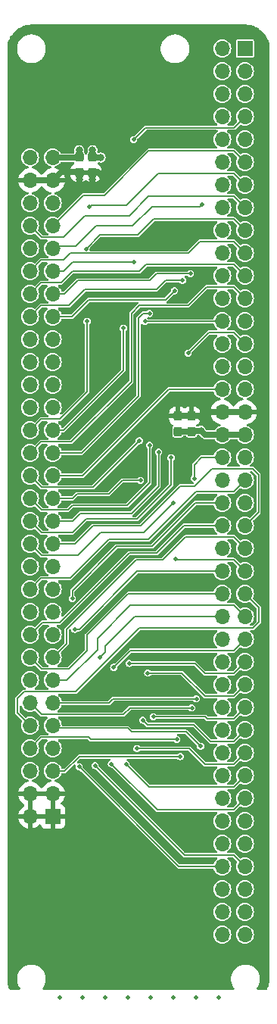
<source format=gbr>
%TF.GenerationSoftware,KiCad,Pcbnew,8.0.4*%
%TF.CreationDate,2024-07-29T13:54:58-07:00*%
%TF.ProjectId,RANDY,52414e44-592e-46b6-9963-61645f706362,0*%
%TF.SameCoordinates,Original*%
%TF.FileFunction,Copper,L1,Top*%
%TF.FilePolarity,Positive*%
%FSLAX46Y46*%
G04 Gerber Fmt 4.6, Leading zero omitted, Abs format (unit mm)*
G04 Created by KiCad (PCBNEW 8.0.4) date 2024-07-29 13:54:58*
%MOMM*%
%LPD*%
G01*
G04 APERTURE LIST*
G04 Aperture macros list*
%AMRoundRect*
0 Rectangle with rounded corners*
0 $1 Rounding radius*
0 $2 $3 $4 $5 $6 $7 $8 $9 X,Y pos of 4 corners*
0 Add a 4 corners polygon primitive as box body*
4,1,4,$2,$3,$4,$5,$6,$7,$8,$9,$2,$3,0*
0 Add four circle primitives for the rounded corners*
1,1,$1+$1,$2,$3*
1,1,$1+$1,$4,$5*
1,1,$1+$1,$6,$7*
1,1,$1+$1,$8,$9*
0 Add four rect primitives between the rounded corners*
20,1,$1+$1,$2,$3,$4,$5,0*
20,1,$1+$1,$4,$5,$6,$7,0*
20,1,$1+$1,$6,$7,$8,$9,0*
20,1,$1+$1,$8,$9,$2,$3,0*%
G04 Aperture macros list end*
%TA.AperFunction,SMDPad,CuDef*%
%ADD10RoundRect,0.237500X0.237500X-0.300000X0.237500X0.300000X-0.237500X0.300000X-0.237500X-0.300000X0*%
%TD*%
%TA.AperFunction,SMDPad,CuDef*%
%ADD11RoundRect,0.237500X-0.237500X0.300000X-0.237500X-0.300000X0.237500X-0.300000X0.237500X0.300000X0*%
%TD*%
%TA.AperFunction,ComponentPad*%
%ADD12R,1.700000X1.700000*%
%TD*%
%TA.AperFunction,ComponentPad*%
%ADD13O,1.700000X1.700000*%
%TD*%
%TA.AperFunction,ViaPad*%
%ADD14C,0.800000*%
%TD*%
%TA.AperFunction,ViaPad*%
%ADD15C,0.500000*%
%TD*%
%TA.AperFunction,Conductor*%
%ADD16C,0.635000*%
%TD*%
%TA.AperFunction,Conductor*%
%ADD17C,0.152400*%
%TD*%
G04 APERTURE END LIST*
D10*
%TO.P,C1,1*%
%TO.N,+3.3V*%
X16383000Y-42772500D03*
%TO.P,C1,2*%
%TO.N,GND*%
X16383000Y-41047500D03*
%TD*%
D11*
%TO.P,C3,1*%
%TO.N,+3.3V*%
X6830800Y-12114300D03*
%TO.P,C3,2*%
%TO.N,GND*%
X6830800Y-13839300D03*
%TD*%
D12*
%TO.P,J1,1,Pin_1*%
%TO.N,GND*%
X2396000Y-85824000D03*
D13*
%TO.P,J1,2,Pin_2*%
X-144000Y-85824000D03*
%TO.P,J1,3,Pin_3*%
X2396000Y-83284000D03*
%TO.P,J1,4,Pin_4*%
X-144000Y-83284000D03*
%TO.P,J1,5,Pin_5*%
%TO.N,/CPU_M1_N*%
X2396000Y-80744000D03*
%TO.P,J1,6,Pin_6*%
%TO.N,/CPU_DREQ1_N*%
X-144000Y-80744000D03*
%TO.P,J1,7,Pin_7*%
%TO.N,/CPU_TEND1_N*%
X2396000Y-78204000D03*
%TO.P,J1,8,Pin_8*%
%TO.N,/CPU_WR_N*%
X-144000Y-78204000D03*
%TO.P,J1,9,Pin_9*%
%TO.N,/CPU_HALT_N*%
X2396000Y-75664000D03*
%TO.P,J1,10,Pin_10*%
%TO.N,/CPU_RD_N*%
X-144000Y-75664000D03*
%TO.P,J1,11,Pin_11*%
%TO.N,/CPU_RFSH_N*%
X2396000Y-73124000D03*
%TO.P,J1,12,Pin_12*%
%TO.N,/CPU_CLOCK_PHI*%
X-144000Y-73124000D03*
%TO.P,J1,13,Pin_13*%
%TO.N,/CPU_IORQ_N*%
X2396000Y-70584000D03*
%TO.P,J1,14,Pin_14*%
%TO.N,/CPU_CLOCK_SRC*%
X-144000Y-70584000D03*
%TO.P,J1,15,Pin_15*%
%TO.N,/CPU_MREQ_N*%
X2396000Y-68044000D03*
%TO.P,J1,16,Pin_16*%
%TO.N,/CPU_WAIT_N*%
X-144000Y-68044000D03*
%TO.P,J1,17,Pin_17*%
%TO.N,unconnected-(J1-Pin_17-Pad17)*%
X2396000Y-65504000D03*
%TO.P,J1,18,Pin_18*%
%TO.N,/CPU_BUSACK_N*%
X-144000Y-65504000D03*
%TO.P,J1,19,Pin_19*%
%TO.N,unconnected-(J1-Pin_19-Pad19)*%
X2396000Y-62964000D03*
%TO.P,J1,20,Pin_20*%
%TO.N,/CPU_BUSREQ_N*%
X-144000Y-62964000D03*
%TO.P,J1,21,Pin_21*%
%TO.N,/CPU_INT2_N*%
X2396000Y-60424000D03*
%TO.P,J1,22,Pin_22*%
%TO.N,/CPU_RESET_N*%
X-144000Y-60424000D03*
%TO.P,J1,23,Pin_23*%
%TO.N,/CPU_INT1_N*%
X2396000Y-57884000D03*
%TO.P,J1,24,Pin_24*%
%TO.N,/CPU_NMI_N*%
X-144000Y-57884000D03*
%TO.P,J1,25,Pin_25*%
%TO.N,/CPU_INT0_N*%
X2396000Y-55344000D03*
%TO.P,J1,26,Pin_26*%
%TO.N,/CPU_A0*%
X-144000Y-55344000D03*
%TO.P,J1,27,Pin_27*%
%TO.N,/CPU_A18*%
X2396000Y-52804000D03*
%TO.P,J1,28,Pin_28*%
%TO.N,/CPU_A1*%
X-144000Y-52804000D03*
%TO.P,J1,29,Pin_29*%
%TO.N,/CPU_A17*%
X2396000Y-50264000D03*
%TO.P,J1,30,Pin_30*%
%TO.N,/CPU_A2*%
X-144000Y-50264000D03*
%TO.P,J1,31,Pin_31*%
%TO.N,/CPU_A16*%
X2396000Y-47724000D03*
%TO.P,J1,32,Pin_32*%
%TO.N,/CPU_A3*%
X-144000Y-47724000D03*
%TO.P,J1,33,Pin_33*%
%TO.N,/CPU_A15*%
X2396000Y-45184000D03*
%TO.P,J1,34,Pin_34*%
%TO.N,/CPU_A4*%
X-144000Y-45184000D03*
%TO.P,J1,35,Pin_35*%
%TO.N,/MEM_OE_N*%
X2396000Y-42644000D03*
%TO.P,J1,36,Pin_36*%
%TO.N,/MEM_CE_N*%
X-144000Y-42644000D03*
%TO.P,J1,37,Pin_37*%
%TO.N,/CPU_D7*%
X2396000Y-40104000D03*
%TO.P,J1,38,Pin_38*%
%TO.N,/CPU_D0*%
X-144000Y-40104000D03*
%TO.P,J1,39,Pin_39*%
%TO.N,/CPU_D6*%
X2396000Y-37564000D03*
%TO.P,J1,40,Pin_40*%
%TO.N,/CPU_D1*%
X-144000Y-37564000D03*
%TO.P,J1,41,Pin_41*%
%TO.N,/CPU_D5*%
X2396000Y-35024000D03*
%TO.P,J1,42,Pin_42*%
%TO.N,/CPU_D2*%
X-144000Y-35024000D03*
%TO.P,J1,43,Pin_43*%
%TO.N,/CPU_D4*%
X2396000Y-32484000D03*
%TO.P,J1,44,Pin_44*%
%TO.N,/CPU_D3*%
X-144000Y-32484000D03*
%TO.P,J1,45,Pin_45*%
%TO.N,/CPU_A14*%
X2396000Y-29944000D03*
%TO.P,J1,46,Pin_46*%
%TO.N,/MEM_WE_N*%
X-144000Y-29944000D03*
%TO.P,J1,47,Pin_47*%
%TO.N,/CPU_A13*%
X2396000Y-27404000D03*
%TO.P,J1,48,Pin_48*%
%TO.N,/CPU_A5*%
X-144000Y-27404000D03*
%TO.P,J1,49,Pin_49*%
%TO.N,/CPU_A12*%
X2396000Y-24864000D03*
%TO.P,J1,50,Pin_50*%
%TO.N,/CPU_A6*%
X-144000Y-24864000D03*
%TO.P,J1,51,Pin_51*%
%TO.N,/CPU_A11*%
X2396000Y-22324000D03*
%TO.P,J1,52,Pin_52*%
%TO.N,/CPU_A7*%
X-144000Y-22324000D03*
%TO.P,J1,53,Pin_53*%
%TO.N,/CPU_A10*%
X2396000Y-19784000D03*
%TO.P,J1,54,Pin_54*%
%TO.N,/CPU_A8*%
X-144000Y-19784000D03*
%TO.P,J1,55,Pin_55*%
%TO.N,/CPU_A19*%
X2396000Y-17244000D03*
%TO.P,J1,56,Pin_56*%
%TO.N,/CPU_A9*%
X-144000Y-17244000D03*
%TO.P,J1,57,Pin_57*%
%TO.N,GND*%
X2396000Y-14704000D03*
%TO.P,J1,58,Pin_58*%
X-144000Y-14704000D03*
%TO.P,J1,59,Pin_59*%
%TO.N,+3.3V*%
X2396000Y-12164000D03*
%TO.P,J1,60,Pin_60*%
X-144000Y-12164000D03*
%TD*%
D12*
%TO.P,J2,1,Pin_1*%
%TO.N,/CPU_A15*%
X23895800Y28000D03*
D13*
%TO.P,J2,2,Pin_2*%
%TO.N,/CPU_A14*%
X23895800Y-2512000D03*
%TO.P,J2,3,Pin_3*%
%TO.N,/CPU_A13*%
X23895800Y-5052000D03*
%TO.P,J2,4,Pin_4*%
%TO.N,/CPU_A12*%
X23895800Y-7592000D03*
%TO.P,J2,5,Pin_5*%
%TO.N,/CPU_A11*%
X23895800Y-10132000D03*
%TO.P,J2,6,Pin_6*%
%TO.N,/CPU_A10*%
X23895800Y-12672000D03*
%TO.P,J2,7,Pin_7*%
%TO.N,/CPU_A9*%
X23895800Y-15212000D03*
%TO.P,J2,8,Pin_8*%
%TO.N,/CPU_A8*%
X23895800Y-17752000D03*
%TO.P,J2,9,Pin_9*%
%TO.N,/CPU_A7*%
X23895800Y-20292000D03*
%TO.P,J2,10,Pin_10*%
%TO.N,/CPU_A6*%
X23895800Y-22832000D03*
%TO.P,J2,11,Pin_11*%
%TO.N,/CPU_A5*%
X23895800Y-25372000D03*
%TO.P,J2,12,Pin_12*%
%TO.N,/CPU_A4*%
X23895800Y-27912000D03*
%TO.P,J2,13,Pin_13*%
%TO.N,/CPU_A3*%
X23895800Y-30452000D03*
%TO.P,J2,14,Pin_14*%
%TO.N,/CPU_A2*%
X23895800Y-32992000D03*
%TO.P,J2,15,Pin_15*%
%TO.N,/CPU_A1*%
X23895800Y-35532000D03*
%TO.P,J2,16,Pin_16*%
%TO.N,/CPU_A0*%
X23895800Y-38072000D03*
%TO.P,J2,17,Pin_17*%
%TO.N,GND*%
X23895800Y-40612000D03*
%TO.P,J2,18,Pin_18*%
%TO.N,+3.3V*%
X23895800Y-43152000D03*
%TO.P,J2,19,Pin_19*%
%TO.N,/CPU_M1_N*%
X23895800Y-45692000D03*
%TO.P,J2,20,Pin_20*%
%TO.N,/CPU_RESET_N*%
X23895800Y-48232000D03*
%TO.P,J2,21,Pin_21*%
%TO.N,/CPU_CLOCK_PHI*%
X23895800Y-50772000D03*
%TO.P,J2,22,Pin_22*%
%TO.N,/CPU_INT0_N*%
X23895800Y-53312000D03*
%TO.P,J2,23,Pin_23*%
%TO.N,/CPU_MREQ_N*%
X23895800Y-55852000D03*
%TO.P,J2,24,Pin_24*%
%TO.N,/CPU_WR_N*%
X23895800Y-58392000D03*
%TO.P,J2,25,Pin_25*%
%TO.N,/CPU_RD_N*%
X23895800Y-60932000D03*
%TO.P,J2,26,Pin_26*%
%TO.N,/CPU_IORQ_N*%
X23895800Y-63472000D03*
%TO.P,J2,27,Pin_27*%
%TO.N,/CPU_D0*%
X23895800Y-66012000D03*
%TO.P,J2,28,Pin_28*%
%TO.N,/CPU_D1*%
X23895800Y-68552000D03*
%TO.P,J2,29,Pin_29*%
%TO.N,/CPU_D2*%
X23895800Y-71092000D03*
%TO.P,J2,30,Pin_30*%
%TO.N,/CPU_D3*%
X23895800Y-73632000D03*
%TO.P,J2,31,Pin_31*%
%TO.N,/CPU_D4*%
X23895800Y-76172000D03*
%TO.P,J2,32,Pin_32*%
%TO.N,/CPU_D5*%
X23895800Y-78712000D03*
%TO.P,J2,33,Pin_33*%
%TO.N,/CPU_D6*%
X23895800Y-81252000D03*
%TO.P,J2,34,Pin_34*%
%TO.N,/CPU_D7*%
X23895800Y-83792000D03*
%TO.P,J2,35,Pin_35*%
%TO.N,unconnected-(J2-Pin_35-Pad35)*%
X23895800Y-86332000D03*
%TO.P,J2,36,Pin_36*%
%TO.N,unconnected-(J2-Pin_36-Pad36)*%
X23895800Y-88872000D03*
%TO.P,J2,37,Pin_37*%
%TO.N,/CPU_INT1_N*%
X23895800Y-91412000D03*
%TO.P,J2,38,Pin_38*%
%TO.N,unconnected-(J2-Pin_38-Pad38)*%
X23895800Y-93952000D03*
%TO.P,J2,39,Pin_39*%
%TO.N,unconnected-(J2-Pin_39-Pad39)*%
X23895800Y-96492000D03*
%TO.P,J2,40,Pin_40*%
%TO.N,unconnected-(J2-Pin_40-Pad40)*%
X23895800Y-99032000D03*
%TO.P,J2,41,Pin_41*%
%TO.N,/MEM_OE_N*%
X21355800Y28000D03*
%TO.P,J2,42,Pin_42*%
%TO.N,/MEM_CE_N*%
X21355800Y-2512000D03*
%TO.P,J2,43,Pin_43*%
%TO.N,/MEM_WE_N*%
X21355800Y-5052000D03*
%TO.P,J2,44,Pin_44*%
%TO.N,unconnected-(J2-Pin_44-Pad44)*%
X21355800Y-7592000D03*
%TO.P,J2,45,Pin_45*%
%TO.N,unconnected-(J2-Pin_45-Pad45)*%
X21355800Y-10132000D03*
%TO.P,J2,46,Pin_46*%
%TO.N,unconnected-(J2-Pin_46-Pad46)*%
X21355800Y-12672000D03*
%TO.P,J2,47,Pin_47*%
%TO.N,/CPU_DREQ1_N*%
X21355800Y-15212000D03*
%TO.P,J2,48,Pin_48*%
%TO.N,/CPU_TEND1_N*%
X21355800Y-17752000D03*
%TO.P,J2,49,Pin_49*%
%TO.N,unconnected-(J2-Pin_49-Pad49)*%
X21355800Y-20292000D03*
%TO.P,J2,50,Pin_50*%
%TO.N,unconnected-(J2-Pin_50-Pad50)*%
X21355800Y-22832000D03*
%TO.P,J2,51,Pin_51*%
%TO.N,unconnected-(J2-Pin_51-Pad51)*%
X21355800Y-25372000D03*
%TO.P,J2,52,Pin_52*%
%TO.N,unconnected-(J2-Pin_52-Pad52)*%
X21355800Y-27912000D03*
%TO.P,J2,53,Pin_53*%
%TO.N,/CPU_A19*%
X21355800Y-30452000D03*
%TO.P,J2,54,Pin_54*%
%TO.N,/CPU_A18*%
X21355800Y-32992000D03*
%TO.P,J2,55,Pin_55*%
%TO.N,/CPU_A17*%
X21355800Y-35532000D03*
%TO.P,J2,56,Pin_56*%
%TO.N,/CPU_A16*%
X21355800Y-38072000D03*
%TO.P,J2,57,Pin_57*%
%TO.N,GND*%
X21355800Y-40612000D03*
%TO.P,J2,58,Pin_58*%
%TO.N,+3.3V*%
X21355800Y-43152000D03*
%TO.P,J2,59,Pin_59*%
%TO.N,/CPU_RFSH_N*%
X21355800Y-45692000D03*
%TO.P,J2,60,Pin_60*%
%TO.N,unconnected-(J2-Pin_60-Pad60)*%
X21355800Y-48232000D03*
%TO.P,J2,61,Pin_61*%
%TO.N,/CPU_CLOCK_SRC*%
X21355800Y-50772000D03*
%TO.P,J2,62,Pin_62*%
%TO.N,/CPU_BUSACK_N*%
X21355800Y-53312000D03*
%TO.P,J2,63,Pin_63*%
%TO.N,/CPU_HALT_N*%
X21355800Y-55852000D03*
%TO.P,J2,64,Pin_64*%
%TO.N,/CPU_BUSREQ_N*%
X21355800Y-58392000D03*
%TO.P,J2,65,Pin_65*%
%TO.N,/CPU_WAIT_N*%
X21355800Y-60932000D03*
%TO.P,J2,66,Pin_66*%
%TO.N,/CPU_NMI_N*%
X21355800Y-63472000D03*
%TO.P,J2,67,Pin_67*%
%TO.N,unconnected-(J2-Pin_67-Pad67)*%
X21355800Y-66012000D03*
%TO.P,J2,68,Pin_68*%
%TO.N,unconnected-(J2-Pin_68-Pad68)*%
X21355800Y-68552000D03*
%TO.P,J2,69,Pin_69*%
%TO.N,unconnected-(J2-Pin_69-Pad69)*%
X21355800Y-71092000D03*
%TO.P,J2,70,Pin_70*%
%TO.N,unconnected-(J2-Pin_70-Pad70)*%
X21355800Y-73632000D03*
%TO.P,J2,71,Pin_71*%
%TO.N,unconnected-(J2-Pin_71-Pad71)*%
X21355800Y-76172000D03*
%TO.P,J2,72,Pin_72*%
%TO.N,unconnected-(J2-Pin_72-Pad72)*%
X21355800Y-78712000D03*
%TO.P,J2,73,Pin_73*%
%TO.N,unconnected-(J2-Pin_73-Pad73)*%
X21355800Y-81252000D03*
%TO.P,J2,74,Pin_74*%
%TO.N,unconnected-(J2-Pin_74-Pad74)*%
X21355800Y-83792000D03*
%TO.P,J2,75,Pin_75*%
%TO.N,unconnected-(J2-Pin_75-Pad75)*%
X21355800Y-86332000D03*
%TO.P,J2,76,Pin_76*%
%TO.N,unconnected-(J2-Pin_76-Pad76)*%
X21355800Y-88872000D03*
%TO.P,J2,77,Pin_77*%
%TO.N,/CPU_INT2_N*%
X21355800Y-91412000D03*
%TO.P,J2,78,Pin_78*%
%TO.N,unconnected-(J2-Pin_78-Pad78)*%
X21355800Y-93952000D03*
%TO.P,J2,79,Pin_79*%
%TO.N,unconnected-(J2-Pin_79-Pad79)*%
X21355800Y-96492000D03*
%TO.P,J2,80,Pin_80*%
%TO.N,unconnected-(J2-Pin_80-Pad80)*%
X21355800Y-99032000D03*
%TD*%
D10*
%TO.P,C2,1*%
%TO.N,+3.3V*%
X17907000Y-42772500D03*
%TO.P,C2,2*%
%TO.N,GND*%
X17907000Y-41047500D03*
%TD*%
D11*
%TO.P,C4,1*%
%TO.N,+3.3V*%
X5357600Y-12114300D03*
%TO.P,C4,2*%
%TO.N,GND*%
X5357600Y-13839300D03*
%TD*%
D14*
%TO.N,+3.3V*%
X6830800Y-11325800D03*
X7745200Y-12164000D03*
X5357600Y-11325800D03*
X18972000Y-42707800D03*
D15*
%TO.N,/MEM_WE_N*%
X16891000Y-25908000D03*
%TO.N,/CPU_A15*%
X13208000Y-29591000D03*
%TO.N,/CPU_A12*%
X11430000Y-23876000D03*
X11430000Y-10160000D03*
%TO.N,/CPU_D0*%
X9207500Y-69151500D03*
%TO.N,/CPU_A9*%
X6477000Y-17653000D03*
%TO.N,/CPU_A18*%
X14224000Y-45085000D03*
%TO.N,/CPU_BUSREQ_N*%
X4826000Y-64897000D03*
%TO.N,GND*%
X26035000Y-73025000D03*
X13081000Y1905000D03*
X26035000Y-40005000D03*
D14*
X7923000Y-14246800D03*
D15*
X-1905000Y-95885000D03*
X26035000Y-65405000D03*
X18415000Y-106045000D03*
X26035000Y-78105000D03*
D14*
X5357600Y-14653200D03*
D15*
X26035000Y155000D03*
X-1905000Y-88265000D03*
X-1905000Y-52705000D03*
X26035000Y-24765000D03*
X26035000Y-52705000D03*
X-1905000Y-78105000D03*
D14*
X18972000Y-41170800D03*
D15*
X-1905000Y-17145000D03*
X26035000Y-4445000D03*
X-1905000Y-19685000D03*
X10287000Y-29210000D03*
X17399000Y-27432000D03*
X26035000Y-75565000D03*
X-1905000Y-65405000D03*
X5715000Y-106045000D03*
X-1905000Y-83185000D03*
X-1905000Y-57785000D03*
X-1905000Y-34925000D03*
X-1905000Y-93345000D03*
X15875000Y-106045000D03*
X26035000Y-90805000D03*
X26035000Y-100965000D03*
X-1905000Y-40005000D03*
X26035000Y-67945000D03*
X26035000Y-83185000D03*
X-1905000Y-100965000D03*
X26035000Y-42545000D03*
X26035000Y-22225000D03*
X-1905000Y-24765000D03*
X-1905000Y-75565000D03*
X26035000Y-37465000D03*
X26035000Y-45085000D03*
X19861000Y1882200D03*
X26035000Y-70485000D03*
X-1905000Y-55245000D03*
X26035000Y-29845000D03*
X-1905000Y-4445000D03*
X26035000Y-32385000D03*
X26035000Y-57785000D03*
X26035000Y-17145000D03*
X-1905000Y-80645000D03*
D14*
X6830800Y-14653200D03*
D15*
X26035000Y-62865000D03*
X12192000Y-45974000D03*
X26035000Y-1905000D03*
X2921000Y1905000D03*
X-1905000Y-9525000D03*
X-1905000Y-32385000D03*
X-1905000Y-50165000D03*
X26035000Y-95885000D03*
X8255000Y-106045000D03*
X13335000Y-106045000D03*
X26035000Y-12065000D03*
X-1905000Y-14605000D03*
X-1905000Y-27305000D03*
X10795000Y-106045000D03*
X-1905000Y-45085000D03*
X20955000Y-106045000D03*
X-1905000Y-70485000D03*
X-1905000Y-98425000D03*
X26035000Y-19685000D03*
X-1905000Y-6985000D03*
X-1905000Y-12065000D03*
X-1905000Y-60325000D03*
X3175000Y-106045000D03*
X-1905000Y-90805000D03*
X-1905000Y-37465000D03*
X26035000Y-60325000D03*
X24892000Y1905000D03*
X26035000Y-98425000D03*
X-1905000Y-22225000D03*
X26035000Y-50165000D03*
X9144000Y-70866000D03*
X8001000Y1905000D03*
X7747000Y-78232000D03*
X26035000Y-6985000D03*
X26035000Y-14605000D03*
X26035000Y-27305000D03*
X26035000Y-93345000D03*
X18034000Y-80137000D03*
X10160000Y-21971000D03*
X-1905000Y-67945000D03*
X10541000Y1905000D03*
X22401000Y1882200D03*
X-1905000Y-62865000D03*
X26035000Y-80645000D03*
X26035000Y-34925000D03*
X26035000Y-47625000D03*
X-1905000Y-85725000D03*
X11303000Y-70485000D03*
X-1905000Y-29845000D03*
X26035000Y-88265000D03*
X26035000Y-55245000D03*
X-1905000Y-42545000D03*
X26035000Y-85725000D03*
X5461000Y1905000D03*
X26035000Y-9525000D03*
X-1905000Y-47625000D03*
%TO.N,/CPU_NMI_N*%
X7620000Y-68072000D03*
%TO.N,/CPU_A0*%
X15875000Y-50800000D03*
%TO.N,/CPU_CLOCK_SRC*%
X4572000Y-61468000D03*
%TO.N,/CPU_RFSH_N*%
X18210000Y-48028800D03*
X18464000Y-72666800D03*
%TO.N,/CPU_A19*%
X12700000Y-30480000D03*
%TO.N,/CPU_CLOCK_PHI*%
X17956000Y-73682800D03*
%TO.N,/CPU_D1*%
X10922000Y-68707000D03*
%TO.N,/CPU_A14*%
X16002000Y-27051000D03*
%TO.N,/MEM_CE_N*%
X6223000Y-30480000D03*
%TO.N,/CPU_A1*%
X15621000Y-45720000D03*
%TO.N,/CPU_D3*%
X13638000Y-74676000D03*
%TO.N,/CPU_A11*%
X19050000Y-17399000D03*
%TO.N,/CPU_A2*%
X13208000Y-44323000D03*
X17526000Y-34036000D03*
%TO.N,/CPU_D7*%
X8953500Y-79946500D03*
%TO.N,/CPU_A7*%
X6096000Y-22374800D03*
%TO.N,/CPU_D4*%
X12446000Y-75057000D03*
%TO.N,/CPU_INT1_N*%
X7112000Y-80137000D03*
%TO.N,/CPU_A3*%
X12065000Y-43815000D03*
%TO.N,/CPU_A13*%
X17780000Y-25146000D03*
%TO.N,/MEM_OE_N*%
X10287000Y-31242000D03*
%TO.N,/CPU_WR_N*%
X16129000Y-57023000D03*
X16256000Y-77216000D03*
%TO.N,/CPU_D5*%
X11811000Y-78232000D03*
%TO.N,/CPU_D6*%
X10584600Y-79966400D03*
%TO.N,/CPU_HALT_N*%
X18923000Y-77978000D03*
%TO.N,/CPU_INT2_N*%
X5334000Y-80264000D03*
%TO.N,/CPU_M1_N*%
X16637000Y-79121000D03*
%TO.N,/CPU_D2*%
X13017500Y-69786500D03*
%TO.N,/CPU_A17*%
X12192000Y-48260000D03*
%TD*%
D16*
%TO.N,+3.3V*%
X6830800Y-12201800D02*
X7707400Y-12201800D01*
X17907000Y-42772500D02*
X16383000Y-42772500D01*
X2433800Y-12201800D02*
X2396000Y-12164000D01*
X5357600Y-11325800D02*
X5357600Y-12201800D01*
X21355800Y-43152000D02*
X23895800Y-43152000D01*
X19416200Y-43152000D02*
X21355800Y-43152000D01*
X6830800Y-11325800D02*
X6830800Y-12201800D01*
X18972000Y-42707800D02*
X19416200Y-43152000D01*
X7707400Y-12201800D02*
X7745200Y-12164000D01*
X18972000Y-42707800D02*
X17971700Y-42707800D01*
X5357600Y-12201800D02*
X2433800Y-12201800D01*
X17971700Y-42707800D02*
X17907000Y-42772500D01*
D17*
%TO.N,/MEM_WE_N*%
X14986000Y-25908000D02*
X13970000Y-26924000D01*
X5969000Y-26924000D02*
X4191000Y-28702000D01*
X13970000Y-26924000D02*
X5969000Y-26924000D01*
X1098000Y-28702000D02*
X-144000Y-29944000D01*
X4191000Y-28702000D02*
X1098000Y-28702000D01*
X16891000Y-25908000D02*
X14986000Y-25908000D01*
%TO.N,/CPU_A15*%
X11988800Y-30073600D02*
X11988800Y-38811200D01*
X13208000Y-29591000D02*
X12471400Y-29591000D01*
X5616000Y-45184000D02*
X2396000Y-45184000D01*
X11988800Y-38811200D02*
X5616000Y-45184000D01*
X12471400Y-29591000D02*
X11988800Y-30073600D01*
%TO.N,/CPU_A12*%
X3584000Y-24864000D02*
X2396000Y-24864000D01*
X12750800Y-8839200D02*
X11430000Y-10160000D01*
X23895800Y-7592000D02*
X22648600Y-8839200D01*
X11430000Y-23876000D02*
X4572000Y-23876000D01*
X4572000Y-23876000D02*
X3584000Y-24864000D01*
X22648600Y-8839200D02*
X12750800Y-8839200D01*
%TO.N,/CPU_D0*%
X22623200Y-67284600D02*
X23895800Y-66012000D01*
X9207500Y-69151500D02*
X11074400Y-67284600D01*
X11074400Y-67284600D02*
X22623200Y-67284600D01*
%TO.N,/CPU_A9*%
X6477000Y-17653000D02*
X6604000Y-17526000D01*
X22628400Y-13944600D02*
X23895800Y-15212000D01*
X14194200Y-13944600D02*
X22628400Y-13944600D01*
X10612800Y-17526000D02*
X14194200Y-13944600D01*
X6604000Y-17526000D02*
X10612800Y-17526000D01*
%TO.N,/CPU_A18*%
X11176000Y-51943000D02*
X5461000Y-51943000D01*
X14224000Y-45085000D02*
X14224000Y-48895000D01*
X5461000Y-51943000D02*
X4600000Y-52804000D01*
X4600000Y-52804000D02*
X2396000Y-52804000D01*
X14224000Y-48895000D02*
X11176000Y-51943000D01*
%TO.N,/CPU_BUSREQ_N*%
X11839000Y-58392000D02*
X21355800Y-58392000D01*
X4826000Y-64897000D02*
X5334000Y-64897000D01*
X5334000Y-64897000D02*
X11839000Y-58392000D01*
%TO.N,/CPU_A6*%
X1098000Y-23622000D02*
X3556000Y-23622000D01*
X-144000Y-24864000D02*
X1098000Y-23622000D01*
X22628400Y-21564600D02*
X23895800Y-22832000D01*
X17526000Y-22860000D02*
X18821400Y-21564600D01*
X18821400Y-21564600D02*
X22628400Y-21564600D01*
X4318000Y-22860000D02*
X17526000Y-22860000D01*
X3556000Y-23622000D02*
X4318000Y-22860000D01*
D16*
%TO.N,GND*%
X7923000Y-14246800D02*
X7428000Y-13751800D01*
X18972000Y-41170800D02*
X19530800Y-40612000D01*
X19530800Y-40612000D02*
X21355800Y-40612000D01*
X18848700Y-41047500D02*
X17907000Y-41047500D01*
X18972000Y-41170800D02*
X18848700Y-41047500D01*
X7428000Y-13751800D02*
X6830800Y-13751800D01*
X2396000Y-14704000D02*
X-144000Y-14704000D01*
X6830800Y-13751800D02*
X6830800Y-14653200D01*
X3348200Y-13751800D02*
X2396000Y-14704000D01*
X17907000Y-41047500D02*
X16383000Y-41047500D01*
X21355800Y-40612000D02*
X23895800Y-40612000D01*
X5357600Y-13751800D02*
X5357600Y-14653200D01*
X5357600Y-13751800D02*
X3348200Y-13751800D01*
D17*
%TO.N,/CPU_NMI_N*%
X8255000Y-66802000D02*
X11585000Y-63472000D01*
X7620000Y-68072000D02*
X8255000Y-67437000D01*
X8255000Y-67437000D02*
X8255000Y-66802000D01*
X11585000Y-63472000D02*
X21355800Y-63472000D01*
%TO.N,/CPU_A0*%
X12573000Y-54102000D02*
X7747000Y-54102000D01*
X7747000Y-54102000D02*
X5207000Y-56642000D01*
X1154000Y-56642000D02*
X-144000Y-55344000D01*
X5207000Y-56642000D02*
X1154000Y-56642000D01*
X15875000Y-50800000D02*
X12573000Y-54102000D01*
%TO.N,/CPU_CLOCK_SRC*%
X9525000Y-55626000D02*
X13483748Y-55626000D01*
X13483748Y-55626000D02*
X18337748Y-50772000D01*
X4572000Y-61468000D02*
X4572000Y-60579000D01*
X18337748Y-50772000D02*
X21355800Y-50772000D01*
X4572000Y-60579000D02*
X9525000Y-55626000D01*
%TO.N,/CPU_RFSH_N*%
X19022800Y-45692000D02*
X21355800Y-45692000D01*
X18210000Y-46504800D02*
X19022800Y-45692000D01*
X18210000Y-48028800D02*
X18210000Y-46504800D01*
X18464000Y-72666800D02*
X9121200Y-72666800D01*
X9121200Y-72666800D02*
X8636000Y-73152000D01*
X8636000Y-73152000D02*
X2424000Y-73152000D01*
X2424000Y-73152000D02*
X2396000Y-73124000D01*
%TO.N,/CPU_A8*%
X22628400Y-16484600D02*
X13106400Y-16484600D01*
X5969000Y-18669000D02*
X3556000Y-21082000D01*
X13106400Y-16484600D02*
X10922000Y-18669000D01*
X10922000Y-18669000D02*
X5969000Y-18669000D01*
X23895800Y-17752000D02*
X22628400Y-16484600D01*
X3556000Y-21082000D02*
X1154000Y-21082000D01*
X1154000Y-21082000D02*
X-144000Y-19784000D01*
%TO.N,/CPU_A19*%
X12700000Y-30480000D02*
X21327800Y-30480000D01*
X21327800Y-30480000D02*
X21355800Y-30452000D01*
%TO.N,/CPU_CLOCK_PHI*%
X17956000Y-73682800D02*
X11026200Y-73682800D01*
X1154000Y-74422000D02*
X-144000Y-73124000D01*
X10287000Y-74422000D02*
X1154000Y-74422000D01*
X11026200Y-73682800D02*
X10287000Y-74422000D01*
%TO.N,/CPU_D1*%
X22623200Y-69824600D02*
X23895800Y-68552000D01*
X18288000Y-68707000D02*
X19405600Y-69824600D01*
X19405600Y-69824600D02*
X22623200Y-69824600D01*
X10922000Y-68707000D02*
X18288000Y-68707000D01*
%TO.N,/CPU_A14*%
X14986000Y-28067000D02*
X6413500Y-28067000D01*
X4536500Y-29944000D02*
X2396000Y-29944000D01*
X16002000Y-27051000D02*
X14986000Y-28067000D01*
X6413500Y-28067000D02*
X4536500Y-29944000D01*
%TO.N,/CPU_WAIT_N*%
X1154000Y-69342000D02*
X4191000Y-69342000D01*
X4191000Y-69342000D02*
X6223000Y-67310000D01*
X6223000Y-67310000D02*
X6223000Y-65532000D01*
X6223000Y-65532000D02*
X10823000Y-60932000D01*
X-144000Y-68044000D02*
X1154000Y-69342000D01*
X10823000Y-60932000D02*
X21355800Y-60932000D01*
%TO.N,/CPU_A5*%
X12065000Y-24892000D02*
X12852400Y-24104600D01*
X4572000Y-24892000D02*
X12065000Y-24892000D01*
X1098000Y-26162000D02*
X3302000Y-26162000D01*
X3302000Y-26162000D02*
X4572000Y-24892000D01*
X22628400Y-24104600D02*
X23895800Y-25372000D01*
X12852400Y-24104600D02*
X22628400Y-24104600D01*
X-144000Y-27404000D02*
X1098000Y-26162000D01*
%TO.N,/CPU_A16*%
X5715000Y-47724000D02*
X15367000Y-38072000D01*
X2396000Y-47724000D02*
X5715000Y-47724000D01*
X15367000Y-38072000D02*
X21355800Y-38072000D01*
%TO.N,/MEM_CE_N*%
X3175000Y-41402000D02*
X1098000Y-41402000D01*
X6223000Y-30480000D02*
X6223000Y-38354000D01*
X6223000Y-38354000D02*
X3175000Y-41402000D01*
X1098000Y-41402000D02*
X-144000Y-42644000D01*
%TO.N,/CPU_A1*%
X11799906Y-52578000D02*
X6096000Y-52578000D01*
X15621000Y-48756906D02*
X11799906Y-52578000D01*
X15621000Y-45720000D02*
X15621000Y-48756906D01*
X6096000Y-52578000D02*
X4572000Y-54102000D01*
X1154000Y-54102000D02*
X-144000Y-52804000D01*
X4572000Y-54102000D02*
X1154000Y-54102000D01*
%TO.N,/CPU_D3*%
X19431000Y-74676000D02*
X19659600Y-74904600D01*
X13765000Y-74676000D02*
X19431000Y-74676000D01*
X22623200Y-74904600D02*
X23895800Y-73632000D01*
X19659600Y-74904600D02*
X22623200Y-74904600D01*
%TO.N,/CPU_A11*%
X2622000Y-22098000D02*
X2396000Y-22324000D01*
X18796000Y-17653000D02*
X13462000Y-17653000D01*
X11303000Y-19812000D02*
X7239000Y-19812000D01*
X13462000Y-17653000D02*
X11303000Y-19812000D01*
X19050000Y-17399000D02*
X18796000Y-17653000D01*
X4953000Y-22098000D02*
X2622000Y-22098000D01*
X7239000Y-19812000D02*
X4953000Y-22098000D01*
%TO.N,/CPU_A2*%
X13208000Y-44323000D02*
X13208000Y-48514000D01*
X4572000Y-51054000D02*
X4064000Y-51562000D01*
X17526000Y-34036000D02*
X19837400Y-31724600D01*
X4064000Y-51562000D02*
X1154000Y-51562000D01*
X10668000Y-51054000D02*
X4572000Y-51054000D01*
X22628400Y-31724600D02*
X23895800Y-32992000D01*
X13208000Y-48514000D02*
X10668000Y-51054000D01*
X19837400Y-31724600D02*
X22628400Y-31724600D01*
X1154000Y-51562000D02*
X-144000Y-50264000D01*
%TO.N,/CPU_IORQ_N*%
X22628400Y-62204600D02*
X23895800Y-63472000D01*
X11074400Y-62204600D02*
X22628400Y-62204600D01*
X3965000Y-70584000D02*
X7366000Y-67183000D01*
X7366000Y-65913000D02*
X11074400Y-62204600D01*
X2396000Y-70584000D02*
X3965000Y-70584000D01*
X7366000Y-67183000D02*
X7366000Y-65913000D01*
%TO.N,/CPU_D7*%
X23895800Y-83792000D02*
X22623200Y-85064600D01*
X14071600Y-85064600D02*
X8953500Y-79946500D01*
X22623200Y-85064600D02*
X14071600Y-85064600D01*
%TO.N,/CPU_A7*%
X13686200Y-19024600D02*
X11882800Y-20828000D01*
X7642800Y-20828000D02*
X6096000Y-22374800D01*
X11882800Y-20828000D02*
X7642800Y-20828000D01*
X22628400Y-19024600D02*
X13686200Y-19024600D01*
X23895800Y-20292000D02*
X22628400Y-19024600D01*
%TO.N,/CPU_RD_N*%
X12090400Y-64744600D02*
X24790400Y-64744600D01*
X-144000Y-75664000D02*
X-1549400Y-74258600D01*
X25450800Y-64084200D02*
X25450800Y-62487000D01*
X24790400Y-64744600D02*
X25450800Y-64084200D01*
X-1549400Y-72618600D02*
X-812800Y-71882000D01*
X4953000Y-71882000D02*
X12090400Y-64744600D01*
X25450800Y-62487000D02*
X23895800Y-60932000D01*
X-1549400Y-74258600D02*
X-1549400Y-72618600D01*
X-812800Y-71882000D02*
X4953000Y-71882000D01*
%TO.N,/CPU_D4*%
X22623200Y-77444600D02*
X23895800Y-76172000D01*
X12954000Y-75565000D02*
X18161000Y-75565000D01*
X20040600Y-77444600D02*
X22623200Y-77444600D01*
X12446000Y-75057000D02*
X12954000Y-75565000D01*
X18161000Y-75565000D02*
X20040600Y-77444600D01*
%TO.N,/CPU_INT0_N*%
X2396000Y-55344000D02*
X4854000Y-55344000D01*
X12192000Y-53340000D02*
X16637000Y-48895000D01*
X18260400Y-48895000D02*
X20190800Y-46964600D01*
X25400000Y-47625000D02*
X25400000Y-51807800D01*
X20190800Y-46964600D02*
X24739600Y-46964600D01*
X25400000Y-51807800D02*
X23895800Y-53312000D01*
X6858000Y-53340000D02*
X12192000Y-53340000D01*
X24739600Y-46964600D02*
X25400000Y-47625000D01*
X16637000Y-48895000D02*
X18260400Y-48895000D01*
X4854000Y-55344000D02*
X6858000Y-53340000D01*
%TO.N,/CPU_INT1_N*%
X7112000Y-80137000D02*
X17119600Y-90144600D01*
X17119600Y-90144600D02*
X22628400Y-90144600D01*
X22628400Y-90144600D02*
X23895800Y-91412000D01*
%TO.N,/CPU_A3*%
X12065000Y-43815000D02*
X6858000Y-49022000D01*
X1154000Y-49022000D02*
X-144000Y-47724000D01*
X6858000Y-49022000D02*
X1154000Y-49022000D01*
%TO.N,/CPU_A13*%
X5207000Y-25908000D02*
X3711000Y-27404000D01*
X13208000Y-25908000D02*
X5207000Y-25908000D01*
X3711000Y-27404000D02*
X2396000Y-27404000D01*
X13970000Y-25146000D02*
X13208000Y-25908000D01*
X17780000Y-25146000D02*
X13970000Y-25146000D01*
%TO.N,/MEM_OE_N*%
X10287000Y-35941000D02*
X3584000Y-42644000D01*
X3584000Y-42644000D02*
X2396000Y-42644000D01*
X10287000Y-31242000D02*
X10287000Y-35941000D01*
%TO.N,/CPU_WR_N*%
X16230600Y-57124600D02*
X22628400Y-57124600D01*
X22628400Y-57124600D02*
X23895800Y-58392000D01*
X16256000Y-77216000D02*
X6604000Y-77216000D01*
X1098000Y-76962000D02*
X-144000Y-78204000D01*
X16129000Y-57023000D02*
X16230600Y-57124600D01*
X6350000Y-76962000D02*
X1098000Y-76962000D01*
X6604000Y-77216000D02*
X6350000Y-76962000D01*
%TO.N,/CPU_A10*%
X5797000Y-16383000D02*
X8128000Y-16383000D01*
X22628400Y-11404600D02*
X23895800Y-12672000D01*
X13106400Y-11404600D02*
X22628400Y-11404600D01*
X2396000Y-19784000D02*
X5797000Y-16383000D01*
X8128000Y-16383000D02*
X13106400Y-11404600D01*
%TO.N,/CPU_D5*%
X19405600Y-79984600D02*
X17653000Y-78232000D01*
X23895800Y-78712000D02*
X22623200Y-79984600D01*
X17653000Y-78232000D02*
X11811000Y-78232000D01*
X22623200Y-79984600D02*
X19405600Y-79984600D01*
%TO.N,/CPU_MREQ_N*%
X22628400Y-54584600D02*
X23895800Y-55852000D01*
X11684000Y-57150000D02*
X14676800Y-57150000D01*
X14676800Y-57150000D02*
X17242200Y-54584600D01*
X2396000Y-68044000D02*
X3937000Y-66503000D01*
X17242200Y-54584600D02*
X22628400Y-54584600D01*
X3937000Y-64897000D02*
X11684000Y-57150000D01*
X3937000Y-66503000D02*
X3937000Y-64897000D01*
%TO.N,/CPU_BUSACK_N*%
X1202200Y-64157800D02*
X3152200Y-64157800D01*
X10922000Y-56388000D02*
X13970000Y-56388000D01*
X-144000Y-65504000D02*
X1202200Y-64157800D01*
X3152200Y-64157800D02*
X10922000Y-56388000D01*
X13970000Y-56388000D02*
X17046000Y-53312000D01*
X17046000Y-53312000D02*
X21355800Y-53312000D01*
%TO.N,/CPU_D6*%
X13142800Y-82524600D02*
X22623200Y-82524600D01*
X10584600Y-79966400D02*
X13142800Y-82524600D01*
X22623200Y-82524600D02*
X23895800Y-81252000D01*
%TO.N,/CPU_HALT_N*%
X2673000Y-75941000D02*
X2396000Y-75664000D01*
X10790000Y-75941000D02*
X2673000Y-75941000D01*
X18923000Y-77978000D02*
X17297400Y-76352400D01*
X11201400Y-76352400D02*
X10790000Y-75941000D01*
X17297400Y-76352400D02*
X11201400Y-76352400D01*
%TO.N,/CPU_INT2_N*%
X16482000Y-91412000D02*
X5334000Y-80264000D01*
X21355800Y-91412000D02*
X16482000Y-91412000D01*
%TO.N,/CPU_M1_N*%
X5334000Y-79121000D02*
X3711000Y-80744000D01*
X3711000Y-80744000D02*
X2396000Y-80744000D01*
X16637000Y-79121000D02*
X5334000Y-79121000D01*
%TO.N,/CPU_D2*%
X16827500Y-69786500D02*
X19405600Y-72364600D01*
X12977700Y-69786500D02*
X16827500Y-69786500D01*
X19405600Y-72364600D02*
X22623200Y-72364600D01*
X22623200Y-72364600D02*
X23895800Y-71092000D01*
%TO.N,/CPU_A17*%
X12192000Y-48260000D02*
X10160000Y-48260000D01*
X4600000Y-50264000D02*
X2396000Y-50264000D01*
X8636000Y-49784000D02*
X5080000Y-49784000D01*
X5080000Y-49784000D02*
X4600000Y-50264000D01*
X10160000Y-48260000D02*
X8636000Y-49784000D01*
%TO.N,/CPU_A4*%
X-144000Y-45184000D02*
X1098000Y-43942000D01*
X17526000Y-28702000D02*
X19583400Y-26644600D01*
X11176000Y-37211000D02*
X11176000Y-29591000D01*
X1098000Y-43942000D02*
X4445000Y-43942000D01*
X12065000Y-28702000D02*
X17526000Y-28702000D01*
X4445000Y-43942000D02*
X11176000Y-37211000D01*
X22628400Y-26644600D02*
X23895800Y-27912000D01*
X19583400Y-26644600D02*
X22628400Y-26644600D01*
X11176000Y-29591000D02*
X12065000Y-28702000D01*
%TO.N,/CPU_RESET_N*%
X18440400Y-49504600D02*
X22623200Y-49504600D01*
X1098000Y-59182000D02*
X4318000Y-59182000D01*
X13081000Y-54864000D02*
X18440400Y-49504600D01*
X22623200Y-49504600D02*
X23895800Y-48232000D01*
X-144000Y-60424000D02*
X1098000Y-59182000D01*
X4318000Y-59182000D02*
X8636000Y-54864000D01*
X8636000Y-54864000D02*
X13081000Y-54864000D01*
%TD*%
%TA.AperFunction,Conductor*%
%TO.N,GND*%
G36*
X1930075Y-85631007D02*
G01*
X1896000Y-85758174D01*
X1896000Y-85889826D01*
X1930075Y-86016993D01*
X1962988Y-86074000D01*
X289012Y-86074000D01*
X321925Y-86016993D01*
X356000Y-85889826D01*
X356000Y-85758174D01*
X321925Y-85631007D01*
X289012Y-85574000D01*
X1962988Y-85574000D01*
X1930075Y-85631007D01*
G37*
%TD.AperFunction*%
%TA.AperFunction,Conductor*%
G36*
X106000Y-85390988D02*
G01*
X48993Y-85358075D01*
X-78174Y-85324000D01*
X-209826Y-85324000D01*
X-336993Y-85358075D01*
X-394000Y-85390988D01*
X-394000Y-83717012D01*
X-336993Y-83749925D01*
X-209826Y-83784000D01*
X-78174Y-83784000D01*
X48993Y-83749925D01*
X106000Y-83717012D01*
X106000Y-85390988D01*
G37*
%TD.AperFunction*%
%TA.AperFunction,Conductor*%
G36*
X2646000Y-85390988D02*
G01*
X2588993Y-85358075D01*
X2461826Y-85324000D01*
X2330174Y-85324000D01*
X2203007Y-85358075D01*
X2146000Y-85390988D01*
X2146000Y-83717012D01*
X2203007Y-83749925D01*
X2330174Y-83784000D01*
X2461826Y-83784000D01*
X2588993Y-83749925D01*
X2646000Y-83717012D01*
X2646000Y-85390988D01*
G37*
%TD.AperFunction*%
%TA.AperFunction,Conductor*%
G36*
X1930075Y-83091007D02*
G01*
X1896000Y-83218174D01*
X1896000Y-83349826D01*
X1930075Y-83476993D01*
X1962988Y-83534000D01*
X289012Y-83534000D01*
X321925Y-83476993D01*
X356000Y-83349826D01*
X356000Y-83218174D01*
X321925Y-83091007D01*
X289012Y-83034000D01*
X1962988Y-83034000D01*
X1930075Y-83091007D01*
G37*
%TD.AperFunction*%
%TA.AperFunction,Conductor*%
G36*
X23429875Y-40419007D02*
G01*
X23395800Y-40546174D01*
X23395800Y-40677826D01*
X23429875Y-40804993D01*
X23462788Y-40862000D01*
X21788812Y-40862000D01*
X21821725Y-40804993D01*
X21855800Y-40677826D01*
X21855800Y-40546174D01*
X21821725Y-40419007D01*
X21788812Y-40362000D01*
X23462788Y-40362000D01*
X23429875Y-40419007D01*
G37*
%TD.AperFunction*%
%TA.AperFunction,Conductor*%
G36*
X20760572Y-24353385D02*
G01*
X20806327Y-24406189D01*
X20816271Y-24475347D01*
X20787246Y-24538903D01*
X20772198Y-24553553D01*
X20643210Y-24659410D01*
X20517886Y-24812118D01*
X20424758Y-24986350D01*
X20367410Y-25175400D01*
X20348047Y-25372000D01*
X20367410Y-25568599D01*
X20367410Y-25568601D01*
X20367411Y-25568603D01*
X20424758Y-25757650D01*
X20517884Y-25931878D01*
X20517886Y-25931881D01*
X20643210Y-26084589D01*
X20778535Y-26195647D01*
X20817869Y-26253392D01*
X20819740Y-26323237D01*
X20783553Y-26383005D01*
X20720797Y-26413721D01*
X20699870Y-26415500D01*
X19537828Y-26415500D01*
X19513168Y-26425712D01*
X19513169Y-26425713D01*
X19453626Y-26450377D01*
X19453623Y-26450379D01*
X17467422Y-28436581D01*
X17406099Y-28470066D01*
X17379741Y-28472900D01*
X15203459Y-28472900D01*
X15136420Y-28453215D01*
X15090665Y-28400411D01*
X15080721Y-28331253D01*
X15109746Y-28267697D01*
X15115778Y-28261219D01*
X15268398Y-28108599D01*
X15883476Y-27493519D01*
X15944797Y-27460036D01*
X15990553Y-27458729D01*
X16002000Y-27460542D01*
X16002000Y-27460541D01*
X16002001Y-27460542D01*
X16002003Y-27460542D01*
X16128551Y-27440499D01*
X16128552Y-27440498D01*
X16128555Y-27440498D01*
X16242723Y-27382326D01*
X16333326Y-27291723D01*
X16391498Y-27177555D01*
X16391919Y-27174900D01*
X16411542Y-27051003D01*
X16411542Y-27050996D01*
X16391499Y-26924448D01*
X16391498Y-26924446D01*
X16391498Y-26924445D01*
X16333326Y-26810277D01*
X16333322Y-26810273D01*
X16333321Y-26810271D01*
X16242728Y-26719678D01*
X16242725Y-26719676D01*
X16242723Y-26719674D01*
X16128555Y-26661502D01*
X16128554Y-26661501D01*
X16128551Y-26661500D01*
X16002003Y-26641458D01*
X16001997Y-26641458D01*
X15875448Y-26661500D01*
X15819493Y-26690011D01*
X15761277Y-26719674D01*
X15761276Y-26719675D01*
X15761271Y-26719678D01*
X15670678Y-26810271D01*
X15670675Y-26810276D01*
X15670674Y-26810277D01*
X15653431Y-26844118D01*
X15612500Y-26924448D01*
X15592458Y-27050996D01*
X15592458Y-27050997D01*
X15592458Y-27051000D01*
X15593579Y-27058075D01*
X15594271Y-27062445D01*
X15585315Y-27131739D01*
X15559478Y-27169523D01*
X14927422Y-27801581D01*
X14866099Y-27835066D01*
X14839741Y-27837900D01*
X6367928Y-27837900D01*
X6350490Y-27845123D01*
X6333051Y-27852347D01*
X6283725Y-27872778D01*
X4477922Y-29678581D01*
X4416599Y-29712066D01*
X4390241Y-29714900D01*
X3466496Y-29714900D01*
X3399457Y-29695215D01*
X3353702Y-29642411D01*
X3347836Y-29626896D01*
X3327043Y-29558354D01*
X3327042Y-29558350D01*
X3233916Y-29384122D01*
X3206140Y-29350277D01*
X3108589Y-29231410D01*
X3010551Y-29150953D01*
X2971217Y-29093208D01*
X2969346Y-29023363D01*
X3005533Y-28963595D01*
X3068289Y-28932879D01*
X3089216Y-28931100D01*
X4236570Y-28931100D01*
X4236571Y-28931100D01*
X4263965Y-28919753D01*
X4320775Y-28896222D01*
X6027577Y-27189418D01*
X6088900Y-27155934D01*
X6115258Y-27153100D01*
X14015569Y-27153100D01*
X14015570Y-27153100D01*
X14015571Y-27153100D01*
X14040233Y-27142884D01*
X14099775Y-27118222D01*
X15044578Y-26173419D01*
X15105901Y-26139934D01*
X15132259Y-26137100D01*
X16496689Y-26137100D01*
X16563728Y-26156785D01*
X16584365Y-26173414D01*
X16650277Y-26239326D01*
X16764445Y-26297498D01*
X16764446Y-26297498D01*
X16764448Y-26297499D01*
X16890997Y-26317542D01*
X16891000Y-26317542D01*
X16891003Y-26317542D01*
X17017551Y-26297499D01*
X17017552Y-26297498D01*
X17017555Y-26297498D01*
X17131723Y-26239326D01*
X17222326Y-26148723D01*
X17280498Y-26034555D01*
X17280499Y-26034551D01*
X17300542Y-25908003D01*
X17300542Y-25907996D01*
X17280499Y-25781448D01*
X17280498Y-25781446D01*
X17280498Y-25781445D01*
X17222326Y-25667277D01*
X17222322Y-25667273D01*
X17222321Y-25667271D01*
X17141831Y-25586781D01*
X17108346Y-25525458D01*
X17113330Y-25455766D01*
X17155202Y-25399833D01*
X17220666Y-25375416D01*
X17229512Y-25375100D01*
X17385689Y-25375100D01*
X17452728Y-25394785D01*
X17473365Y-25411414D01*
X17539277Y-25477326D01*
X17653445Y-25535498D01*
X17653446Y-25535498D01*
X17653448Y-25535499D01*
X17779997Y-25555542D01*
X17780000Y-25555542D01*
X17780003Y-25555542D01*
X17906551Y-25535499D01*
X17906552Y-25535498D01*
X17906555Y-25535498D01*
X18020723Y-25477326D01*
X18111326Y-25386723D01*
X18169498Y-25272555D01*
X18173127Y-25249645D01*
X18189542Y-25146003D01*
X18189542Y-25145996D01*
X18169499Y-25019448D01*
X18169498Y-25019446D01*
X18169498Y-25019445D01*
X18111326Y-24905277D01*
X18111322Y-24905273D01*
X18111321Y-24905271D01*
X18020728Y-24814678D01*
X18020725Y-24814676D01*
X18020723Y-24814674D01*
X17906555Y-24756502D01*
X17906554Y-24756501D01*
X17906551Y-24756500D01*
X17780003Y-24736458D01*
X17779997Y-24736458D01*
X17653448Y-24756500D01*
X17613131Y-24777043D01*
X17539277Y-24814674D01*
X17539276Y-24814675D01*
X17539275Y-24814675D01*
X17515585Y-24838366D01*
X17473368Y-24880582D01*
X17412048Y-24914066D01*
X17385689Y-24916900D01*
X13924428Y-24916900D01*
X13909280Y-24923175D01*
X13889551Y-24931347D01*
X13840225Y-24951778D01*
X13149422Y-25642581D01*
X13088099Y-25676066D01*
X13061741Y-25678900D01*
X5161428Y-25678900D01*
X5077224Y-25713779D01*
X3652422Y-27138581D01*
X3591099Y-27172066D01*
X3564741Y-27174900D01*
X3466496Y-27174900D01*
X3399457Y-27155215D01*
X3353702Y-27102411D01*
X3347836Y-27086896D01*
X3327043Y-27018354D01*
X3327042Y-27018350D01*
X3233916Y-26844122D01*
X3206140Y-26810277D01*
X3108589Y-26691410D01*
X3010551Y-26610953D01*
X2971217Y-26553208D01*
X2969346Y-26483363D01*
X3005533Y-26423595D01*
X3068289Y-26392879D01*
X3089216Y-26391100D01*
X3347570Y-26391100D01*
X3347571Y-26391100D01*
X3374965Y-26379753D01*
X3431775Y-26356222D01*
X4630578Y-25157419D01*
X4691901Y-25123934D01*
X4718259Y-25121100D01*
X12110569Y-25121100D01*
X12110570Y-25121100D01*
X12110571Y-25121100D01*
X12135233Y-25110884D01*
X12194775Y-25086222D01*
X12910977Y-24370018D01*
X12972300Y-24336534D01*
X12998658Y-24333700D01*
X20693533Y-24333700D01*
X20760572Y-24353385D01*
G37*
%TD.AperFunction*%
%TA.AperFunction,Conductor*%
G36*
X20760572Y-19273385D02*
G01*
X20806327Y-19326189D01*
X20816271Y-19395347D01*
X20787246Y-19458903D01*
X20772198Y-19473553D01*
X20643210Y-19579410D01*
X20517886Y-19732118D01*
X20424758Y-19906350D01*
X20367410Y-20095400D01*
X20348047Y-20292000D01*
X20367410Y-20488599D01*
X20367410Y-20488601D01*
X20367411Y-20488603D01*
X20424758Y-20677650D01*
X20517884Y-20851878D01*
X20517886Y-20851881D01*
X20643210Y-21004589D01*
X20778535Y-21115647D01*
X20817869Y-21173392D01*
X20819740Y-21243237D01*
X20783553Y-21303005D01*
X20720797Y-21333721D01*
X20699870Y-21335500D01*
X18775828Y-21335500D01*
X18751168Y-21345712D01*
X18751169Y-21345713D01*
X18691626Y-21370377D01*
X18691623Y-21370379D01*
X17467422Y-22594581D01*
X17406099Y-22628066D01*
X17379741Y-22630900D01*
X6610166Y-22630900D01*
X6543127Y-22611215D01*
X6497372Y-22558411D01*
X6487428Y-22489253D01*
X6487693Y-22487503D01*
X6505542Y-22374803D01*
X6505542Y-22374801D01*
X6503729Y-22363356D01*
X6512683Y-22294062D01*
X6538518Y-22256277D01*
X7701377Y-21093419D01*
X7762700Y-21059934D01*
X7789058Y-21057100D01*
X11928370Y-21057100D01*
X11928371Y-21057100D01*
X11934169Y-21054698D01*
X11953960Y-21046501D01*
X11953961Y-21046501D01*
X11993422Y-21030155D01*
X12012575Y-21022222D01*
X13744777Y-19290018D01*
X13806100Y-19256534D01*
X13832458Y-19253700D01*
X20693533Y-19253700D01*
X20760572Y-19273385D01*
G37*
%TD.AperFunction*%
%TA.AperFunction,Conductor*%
G36*
X1930075Y-14511007D02*
G01*
X1896000Y-14638174D01*
X1896000Y-14769826D01*
X1930075Y-14896993D01*
X1962988Y-14954000D01*
X289012Y-14954000D01*
X321925Y-14896993D01*
X356000Y-14769826D01*
X356000Y-14638174D01*
X321925Y-14511007D01*
X289012Y-14454000D01*
X1962988Y-14454000D01*
X1930075Y-14511007D01*
G37*
%TD.AperFunction*%
%TA.AperFunction,Conductor*%
G36*
X24000163Y2699184D02*
G01*
X24287602Y2678612D01*
X24301242Y2676869D01*
X24582720Y2624918D01*
X24596082Y2621677D01*
X24870087Y2538843D01*
X24883008Y2534139D01*
X25128974Y2428798D01*
X25146113Y2421458D01*
X25158445Y2415346D01*
X25407462Y2274188D01*
X25419037Y2266749D01*
X25568464Y2158538D01*
X25650857Y2098871D01*
X25661540Y2090192D01*
X25873331Y1897651D01*
X25882982Y1887846D01*
X26072140Y1673004D01*
X26080638Y1662195D01*
X26244809Y1427724D01*
X26252066Y1416028D01*
X26389234Y1164814D01*
X26395150Y1152385D01*
X26503630Y887514D01*
X26508132Y874507D01*
X26586590Y599235D01*
X26589622Y585808D01*
X26637084Y303552D01*
X26638610Y289872D01*
X26654687Y645D01*
X26654878Y-6244D01*
X26648902Y-103943337D01*
X26648899Y-103943385D01*
X26648899Y-103996560D01*
X26648708Y-104003438D01*
X26632669Y-104292139D01*
X26631145Y-104305811D01*
X26583799Y-104587551D01*
X26580771Y-104600969D01*
X26502504Y-104875750D01*
X26498007Y-104888752D01*
X26410822Y-105101770D01*
X26367211Y-105156357D01*
X26301010Y-105178701D01*
X26296062Y-105178800D01*
X25320586Y-105178800D01*
X25253547Y-105159115D01*
X25207792Y-105106311D01*
X25197848Y-105037153D01*
X25220268Y-104981915D01*
X25281218Y-104898024D01*
X25322691Y-104840941D01*
X25437348Y-104615914D01*
X25444354Y-104594352D01*
X25515390Y-104375725D01*
X25515390Y-104375724D01*
X25515391Y-104375721D01*
X25554900Y-104126277D01*
X25554900Y-103873723D01*
X25515391Y-103624279D01*
X25515390Y-103624275D01*
X25515390Y-103624274D01*
X25437349Y-103384088D01*
X25437348Y-103384085D01*
X25322690Y-103159058D01*
X25174244Y-102954739D01*
X24995661Y-102776156D01*
X24791341Y-102627709D01*
X24566314Y-102513051D01*
X24566311Y-102513050D01*
X24326123Y-102435009D01*
X24159825Y-102408669D01*
X24076677Y-102395500D01*
X23824123Y-102395500D01*
X23740975Y-102408669D01*
X23574677Y-102435009D01*
X23574674Y-102435009D01*
X23334488Y-102513050D01*
X23334485Y-102513051D01*
X23109458Y-102627709D01*
X22905136Y-102776158D01*
X22726558Y-102954736D01*
X22578109Y-103159058D01*
X22463451Y-103384085D01*
X22463450Y-103384088D01*
X22385409Y-103624274D01*
X22385409Y-103624277D01*
X22345900Y-103873723D01*
X22345900Y-104126276D01*
X22385409Y-104375722D01*
X22385409Y-104375725D01*
X22463450Y-104615911D01*
X22463451Y-104615914D01*
X22578111Y-104840944D01*
X22680532Y-104981915D01*
X22704012Y-105047721D01*
X22688187Y-105115775D01*
X22638081Y-105164470D01*
X22580214Y-105178800D01*
X1370186Y-105178800D01*
X1303147Y-105159115D01*
X1257392Y-105106311D01*
X1247448Y-105037153D01*
X1269868Y-104981915D01*
X1330818Y-104898024D01*
X1372291Y-104840941D01*
X1486948Y-104615914D01*
X1493954Y-104594352D01*
X1564990Y-104375725D01*
X1564990Y-104375724D01*
X1564991Y-104375721D01*
X1604500Y-104126277D01*
X1604500Y-103873723D01*
X1564991Y-103624279D01*
X1564990Y-103624275D01*
X1564990Y-103624274D01*
X1486949Y-103384088D01*
X1486948Y-103384085D01*
X1372290Y-103159058D01*
X1223844Y-102954739D01*
X1045261Y-102776156D01*
X840941Y-102627709D01*
X615914Y-102513051D01*
X615911Y-102513050D01*
X375723Y-102435009D01*
X209425Y-102408669D01*
X126277Y-102395500D01*
X-126277Y-102395500D01*
X-209425Y-102408669D01*
X-375723Y-102435009D01*
X-375726Y-102435009D01*
X-615912Y-102513050D01*
X-615915Y-102513051D01*
X-840942Y-102627709D01*
X-1045264Y-102776158D01*
X-1223842Y-102954736D01*
X-1372291Y-103159058D01*
X-1486949Y-103384085D01*
X-1486950Y-103384088D01*
X-1564991Y-103624274D01*
X-1564991Y-103624277D01*
X-1604500Y-103873723D01*
X-1604500Y-104126276D01*
X-1564991Y-104375722D01*
X-1564991Y-104375725D01*
X-1486950Y-104615911D01*
X-1486949Y-104615914D01*
X-1372289Y-104840944D01*
X-1269868Y-104981915D01*
X-1246388Y-105047721D01*
X-1262213Y-105115775D01*
X-1312319Y-105164470D01*
X-1370186Y-105178800D01*
X-2346191Y-105178800D01*
X-2413230Y-105159115D01*
X-2458985Y-105106311D01*
X-2460752Y-105102253D01*
X-2545347Y-104898024D01*
X-2549940Y-104884899D01*
X-2589916Y-104746141D01*
X-2629892Y-104607382D01*
X-2632985Y-104593827D01*
X-2646035Y-104517020D01*
X-2681362Y-104309103D01*
X-2682916Y-104295306D01*
X-2699305Y-104003472D01*
X-2699500Y-103996519D01*
X-2699500Y-99032000D01*
X20348047Y-99032000D01*
X20367410Y-99228599D01*
X20367410Y-99228601D01*
X20367411Y-99228603D01*
X20424758Y-99417650D01*
X20517884Y-99591878D01*
X20517886Y-99591881D01*
X20643210Y-99744589D01*
X20795918Y-99869913D01*
X20795922Y-99869916D01*
X20970150Y-99963042D01*
X21159197Y-100020389D01*
X21355800Y-100039753D01*
X21552403Y-100020389D01*
X21741450Y-99963042D01*
X21915678Y-99869916D01*
X22068389Y-99744589D01*
X22193716Y-99591878D01*
X22286842Y-99417650D01*
X22344189Y-99228603D01*
X22363553Y-99032000D01*
X22888047Y-99032000D01*
X22907410Y-99228599D01*
X22907410Y-99228601D01*
X22907411Y-99228603D01*
X22964758Y-99417650D01*
X23057884Y-99591878D01*
X23057886Y-99591881D01*
X23183210Y-99744589D01*
X23335918Y-99869913D01*
X23335922Y-99869916D01*
X23510150Y-99963042D01*
X23699197Y-100020389D01*
X23895800Y-100039753D01*
X24092403Y-100020389D01*
X24281450Y-99963042D01*
X24455678Y-99869916D01*
X24608389Y-99744589D01*
X24733716Y-99591878D01*
X24826842Y-99417650D01*
X24884189Y-99228603D01*
X24903553Y-99032000D01*
X24884189Y-98835397D01*
X24826842Y-98646350D01*
X24733716Y-98472122D01*
X24733713Y-98472118D01*
X24608389Y-98319410D01*
X24455681Y-98194086D01*
X24455679Y-98194085D01*
X24455678Y-98194084D01*
X24281450Y-98100958D01*
X24092403Y-98043611D01*
X24092401Y-98043610D01*
X24092399Y-98043610D01*
X23895800Y-98024247D01*
X23699200Y-98043610D01*
X23510150Y-98100958D01*
X23335918Y-98194086D01*
X23183210Y-98319410D01*
X23057886Y-98472118D01*
X22964758Y-98646350D01*
X22907410Y-98835400D01*
X22888047Y-99032000D01*
X22363553Y-99032000D01*
X22344189Y-98835397D01*
X22286842Y-98646350D01*
X22193716Y-98472122D01*
X22193713Y-98472118D01*
X22068389Y-98319410D01*
X21915681Y-98194086D01*
X21915679Y-98194085D01*
X21915678Y-98194084D01*
X21741450Y-98100958D01*
X21552403Y-98043611D01*
X21552401Y-98043610D01*
X21552399Y-98043610D01*
X21355800Y-98024247D01*
X21159200Y-98043610D01*
X20970150Y-98100958D01*
X20795918Y-98194086D01*
X20643210Y-98319410D01*
X20517886Y-98472118D01*
X20424758Y-98646350D01*
X20367410Y-98835400D01*
X20348047Y-99032000D01*
X-2699500Y-99032000D01*
X-2699500Y-96492000D01*
X20348047Y-96492000D01*
X20367410Y-96688599D01*
X20367410Y-96688601D01*
X20367411Y-96688603D01*
X20424758Y-96877650D01*
X20517884Y-97051878D01*
X20517886Y-97051881D01*
X20643210Y-97204589D01*
X20795918Y-97329913D01*
X20795922Y-97329916D01*
X20970150Y-97423042D01*
X21159197Y-97480389D01*
X21355800Y-97499753D01*
X21552403Y-97480389D01*
X21741450Y-97423042D01*
X21915678Y-97329916D01*
X22068389Y-97204589D01*
X22193716Y-97051878D01*
X22286842Y-96877650D01*
X22344189Y-96688603D01*
X22363553Y-96492000D01*
X22888047Y-96492000D01*
X22907410Y-96688599D01*
X22907410Y-96688601D01*
X22907411Y-96688603D01*
X22964758Y-96877650D01*
X23057884Y-97051878D01*
X23057886Y-97051881D01*
X23183210Y-97204589D01*
X23335918Y-97329913D01*
X23335922Y-97329916D01*
X23510150Y-97423042D01*
X23699197Y-97480389D01*
X23895800Y-97499753D01*
X24092403Y-97480389D01*
X24281450Y-97423042D01*
X24455678Y-97329916D01*
X24608389Y-97204589D01*
X24733716Y-97051878D01*
X24826842Y-96877650D01*
X24884189Y-96688603D01*
X24903553Y-96492000D01*
X24884189Y-96295397D01*
X24826842Y-96106350D01*
X24733716Y-95932122D01*
X24733713Y-95932118D01*
X24608389Y-95779410D01*
X24455681Y-95654086D01*
X24455679Y-95654085D01*
X24455678Y-95654084D01*
X24281450Y-95560958D01*
X24092403Y-95503611D01*
X24092401Y-95503610D01*
X24092399Y-95503610D01*
X23895800Y-95484247D01*
X23699200Y-95503610D01*
X23510150Y-95560958D01*
X23335918Y-95654086D01*
X23183210Y-95779410D01*
X23057886Y-95932118D01*
X22964758Y-96106350D01*
X22907410Y-96295400D01*
X22888047Y-96492000D01*
X22363553Y-96492000D01*
X22344189Y-96295397D01*
X22286842Y-96106350D01*
X22193716Y-95932122D01*
X22193713Y-95932118D01*
X22068389Y-95779410D01*
X21915681Y-95654086D01*
X21915679Y-95654085D01*
X21915678Y-95654084D01*
X21741450Y-95560958D01*
X21552403Y-95503611D01*
X21552401Y-95503610D01*
X21552399Y-95503610D01*
X21355800Y-95484247D01*
X21159200Y-95503610D01*
X20970150Y-95560958D01*
X20795918Y-95654086D01*
X20643210Y-95779410D01*
X20517886Y-95932118D01*
X20424758Y-96106350D01*
X20367410Y-96295400D01*
X20348047Y-96492000D01*
X-2699500Y-96492000D01*
X-2699500Y-93952000D01*
X20348047Y-93952000D01*
X20367410Y-94148599D01*
X20367410Y-94148601D01*
X20367411Y-94148603D01*
X20424758Y-94337650D01*
X20517884Y-94511878D01*
X20517886Y-94511881D01*
X20643210Y-94664589D01*
X20795918Y-94789913D01*
X20795922Y-94789916D01*
X20970150Y-94883042D01*
X21159197Y-94940389D01*
X21355800Y-94959753D01*
X21552403Y-94940389D01*
X21741450Y-94883042D01*
X21915678Y-94789916D01*
X22068389Y-94664589D01*
X22193716Y-94511878D01*
X22286842Y-94337650D01*
X22344189Y-94148603D01*
X22363553Y-93952000D01*
X22888047Y-93952000D01*
X22907410Y-94148599D01*
X22907410Y-94148601D01*
X22907411Y-94148603D01*
X22964758Y-94337650D01*
X23057884Y-94511878D01*
X23057886Y-94511881D01*
X23183210Y-94664589D01*
X23335918Y-94789913D01*
X23335922Y-94789916D01*
X23510150Y-94883042D01*
X23699197Y-94940389D01*
X23895800Y-94959753D01*
X24092403Y-94940389D01*
X24281450Y-94883042D01*
X24455678Y-94789916D01*
X24608389Y-94664589D01*
X24733716Y-94511878D01*
X24826842Y-94337650D01*
X24884189Y-94148603D01*
X24903553Y-93952000D01*
X24884189Y-93755397D01*
X24826842Y-93566350D01*
X24733716Y-93392122D01*
X24733713Y-93392118D01*
X24608389Y-93239410D01*
X24455681Y-93114086D01*
X24455679Y-93114085D01*
X24455678Y-93114084D01*
X24281450Y-93020958D01*
X24092403Y-92963611D01*
X24092401Y-92963610D01*
X24092399Y-92963610D01*
X23895800Y-92944247D01*
X23699200Y-92963610D01*
X23510150Y-93020958D01*
X23335918Y-93114086D01*
X23183210Y-93239410D01*
X23057886Y-93392118D01*
X22964758Y-93566350D01*
X22907410Y-93755400D01*
X22888047Y-93952000D01*
X22363553Y-93952000D01*
X22344189Y-93755397D01*
X22286842Y-93566350D01*
X22193716Y-93392122D01*
X22193713Y-93392118D01*
X22068389Y-93239410D01*
X21915681Y-93114086D01*
X21915679Y-93114085D01*
X21915678Y-93114084D01*
X21741450Y-93020958D01*
X21552403Y-92963611D01*
X21552401Y-92963610D01*
X21552399Y-92963610D01*
X21355800Y-92944247D01*
X21159200Y-92963610D01*
X20970150Y-93020958D01*
X20795918Y-93114086D01*
X20643210Y-93239410D01*
X20517886Y-93392118D01*
X20424758Y-93566350D01*
X20367410Y-93755400D01*
X20348047Y-93952000D01*
X-2699500Y-93952000D01*
X-2699500Y-72573028D01*
X-1778500Y-72573028D01*
X-1778500Y-74304168D01*
X-1778499Y-74304173D01*
X-1743625Y-74388369D01*
X-1743624Y-74388371D01*
X-1743622Y-74388375D01*
X-1743620Y-74388377D01*
X-1062954Y-75069043D01*
X-1029469Y-75130366D01*
X-1034453Y-75200058D01*
X-1041276Y-75215175D01*
X-1075040Y-75278345D01*
X-1075041Y-75278347D01*
X-1075042Y-75278350D01*
X-1103080Y-75370778D01*
X-1132390Y-75467400D01*
X-1151753Y-75664000D01*
X-1132390Y-75860599D01*
X-1132390Y-75860601D01*
X-1132389Y-75860603D01*
X-1075042Y-76049650D01*
X-981916Y-76223878D01*
X-981914Y-76223881D01*
X-856590Y-76376589D01*
X-703882Y-76501913D01*
X-703878Y-76501916D01*
X-529650Y-76595042D01*
X-340603Y-76652389D01*
X-144000Y-76671753D01*
X52603Y-76652389D01*
X241650Y-76595042D01*
X415878Y-76501916D01*
X568589Y-76376589D01*
X693916Y-76223878D01*
X787042Y-76049650D01*
X844389Y-75860603D01*
X863753Y-75664000D01*
X844389Y-75467397D01*
X787042Y-75278350D01*
X693916Y-75104122D01*
X689568Y-75098824D01*
X568589Y-74951410D01*
X415881Y-74826086D01*
X415879Y-74826085D01*
X415878Y-74826084D01*
X241650Y-74732958D01*
X52603Y-74675611D01*
X52601Y-74675610D01*
X52599Y-74675610D01*
X-144000Y-74656247D01*
X-340600Y-74675610D01*
X-366923Y-74683595D01*
X-529650Y-74732958D01*
X-529653Y-74732959D01*
X-529655Y-74732960D01*
X-592825Y-74766724D01*
X-661228Y-74780965D01*
X-726471Y-74755964D01*
X-738957Y-74745046D01*
X-1283981Y-74200022D01*
X-1317466Y-74138699D01*
X-1320300Y-74112341D01*
X-1320300Y-73537082D01*
X-1300615Y-73470043D01*
X-1247811Y-73424288D01*
X-1178653Y-73414344D01*
X-1115097Y-73443369D01*
X-1077641Y-73501085D01*
X-1075042Y-73509650D01*
X-981916Y-73683878D01*
X-981914Y-73683881D01*
X-856590Y-73836589D01*
X-720568Y-73948219D01*
X-703878Y-73961916D01*
X-529650Y-74055042D01*
X-340603Y-74112389D01*
X-144000Y-74131753D01*
X52603Y-74112389D01*
X241650Y-74055042D01*
X304821Y-74021275D01*
X373224Y-74007034D01*
X438468Y-74032034D01*
X450956Y-74042953D01*
X1024225Y-74616222D01*
X1081035Y-74639753D01*
X1108429Y-74651100D01*
X1108430Y-74651100D01*
X1702784Y-74651100D01*
X1769823Y-74670785D01*
X1815578Y-74723589D01*
X1825522Y-74792747D01*
X1796497Y-74856303D01*
X1781449Y-74870953D01*
X1683410Y-74951410D01*
X1558086Y-75104118D01*
X1464958Y-75278350D01*
X1407610Y-75467400D01*
X1388247Y-75664000D01*
X1407610Y-75860599D01*
X1407610Y-75860601D01*
X1407611Y-75860603D01*
X1464958Y-76049650D01*
X1558084Y-76223878D01*
X1558086Y-76223881D01*
X1683410Y-76376589D01*
X1836120Y-76501915D01*
X1841185Y-76505299D01*
X1839739Y-76507461D01*
X1881520Y-76548496D01*
X1896986Y-76616632D01*
X1873159Y-76682314D01*
X1817605Y-76724687D01*
X1773227Y-76732900D01*
X1052428Y-76732900D01*
X1027768Y-76743112D01*
X1027769Y-76743113D01*
X968226Y-76767777D01*
X968223Y-76767779D01*
X450955Y-77285046D01*
X389632Y-77318531D01*
X319940Y-77313547D01*
X304829Y-77306727D01*
X241650Y-77272958D01*
X52603Y-77215611D01*
X52601Y-77215610D01*
X52599Y-77215610D01*
X-144000Y-77196247D01*
X-340600Y-77215610D01*
X-529650Y-77272958D01*
X-703882Y-77366086D01*
X-856590Y-77491410D01*
X-981914Y-77644118D01*
X-1075042Y-77818350D01*
X-1132390Y-78007400D01*
X-1151753Y-78204000D01*
X-1132390Y-78400599D01*
X-1132390Y-78400601D01*
X-1132389Y-78400603D01*
X-1075042Y-78589650D01*
X-1009645Y-78712000D01*
X-981914Y-78763881D01*
X-856590Y-78916589D01*
X-761718Y-78994448D01*
X-703878Y-79041916D01*
X-529650Y-79135042D01*
X-340603Y-79192389D01*
X-144000Y-79211753D01*
X52603Y-79192389D01*
X241650Y-79135042D01*
X415878Y-79041916D01*
X568589Y-78916589D01*
X693916Y-78763878D01*
X787042Y-78589650D01*
X844389Y-78400603D01*
X863753Y-78204000D01*
X844389Y-78007397D01*
X787042Y-77818350D01*
X753274Y-77755175D01*
X739033Y-77686776D01*
X764032Y-77621532D01*
X774944Y-77609052D01*
X1156578Y-77227419D01*
X1217901Y-77193934D01*
X1244259Y-77191100D01*
X1702784Y-77191100D01*
X1769823Y-77210785D01*
X1815578Y-77263589D01*
X1825522Y-77332747D01*
X1796497Y-77396303D01*
X1781449Y-77410953D01*
X1683410Y-77491410D01*
X1558086Y-77644118D01*
X1464958Y-77818350D01*
X1407610Y-78007400D01*
X1388247Y-78204000D01*
X1407610Y-78400599D01*
X1407610Y-78400601D01*
X1407611Y-78400603D01*
X1464958Y-78589650D01*
X1530355Y-78712000D01*
X1558086Y-78763881D01*
X1683410Y-78916589D01*
X1778282Y-78994448D01*
X1836122Y-79041916D01*
X2010350Y-79135042D01*
X2199397Y-79192389D01*
X2396000Y-79211753D01*
X2592603Y-79192389D01*
X2781650Y-79135042D01*
X2955878Y-79041916D01*
X3108589Y-78916589D01*
X3233916Y-78763878D01*
X3327042Y-78589650D01*
X3384389Y-78400603D01*
X3403753Y-78204000D01*
X3384389Y-78007397D01*
X3327042Y-77818350D01*
X3233916Y-77644122D01*
X3233913Y-77644118D01*
X3108589Y-77491410D01*
X3010551Y-77410953D01*
X2971217Y-77353208D01*
X2969346Y-77283363D01*
X3005533Y-77223595D01*
X3068289Y-77192879D01*
X3089216Y-77191100D01*
X6203741Y-77191100D01*
X6270780Y-77210785D01*
X6291422Y-77227419D01*
X6474225Y-77410222D01*
X6474230Y-77410224D01*
X6533766Y-77434885D01*
X6533767Y-77434885D01*
X6558426Y-77445099D01*
X6558427Y-77445099D01*
X6558429Y-77445100D01*
X6558430Y-77445100D01*
X6649570Y-77445100D01*
X15861689Y-77445100D01*
X15928728Y-77464785D01*
X15949365Y-77481414D01*
X16015277Y-77547326D01*
X16129445Y-77605498D01*
X16129446Y-77605498D01*
X16129448Y-77605499D01*
X16255997Y-77625542D01*
X16256000Y-77625542D01*
X16256003Y-77625542D01*
X16382551Y-77605499D01*
X16382552Y-77605498D01*
X16382555Y-77605498D01*
X16496723Y-77547326D01*
X16587326Y-77456723D01*
X16645498Y-77342555D01*
X16645499Y-77342551D01*
X16665542Y-77216003D01*
X16665542Y-77215996D01*
X16645499Y-77089448D01*
X16645498Y-77089446D01*
X16645498Y-77089445D01*
X16587326Y-76975277D01*
X16587322Y-76975273D01*
X16587321Y-76975271D01*
X16496728Y-76884678D01*
X16496725Y-76884676D01*
X16496723Y-76884674D01*
X16382555Y-76826502D01*
X16382554Y-76826501D01*
X16382551Y-76826500D01*
X16373271Y-76823485D01*
X16374486Y-76819745D01*
X16328702Y-76798034D01*
X16291777Y-76738719D01*
X16292783Y-76668856D01*
X16331400Y-76610628D01*
X16395366Y-76582521D01*
X16411245Y-76581500D01*
X17151141Y-76581500D01*
X17218180Y-76601185D01*
X17238822Y-76617819D01*
X18480478Y-77859474D01*
X18513963Y-77920797D01*
X18515271Y-77966548D01*
X18513458Y-77977997D01*
X18513458Y-77978003D01*
X18533500Y-78104551D01*
X18533501Y-78104554D01*
X18533502Y-78104555D01*
X18591674Y-78218723D01*
X18591676Y-78218725D01*
X18591678Y-78218728D01*
X18682271Y-78309321D01*
X18682273Y-78309322D01*
X18682277Y-78309326D01*
X18796445Y-78367498D01*
X18796446Y-78367498D01*
X18796448Y-78367499D01*
X18922997Y-78387542D01*
X18923000Y-78387542D01*
X18923003Y-78387542D01*
X19049551Y-78367499D01*
X19049552Y-78367498D01*
X19049555Y-78367498D01*
X19163723Y-78309326D01*
X19254326Y-78218723D01*
X19312498Y-78104555D01*
X19312499Y-78104551D01*
X19332542Y-77978003D01*
X19332542Y-77977996D01*
X19312499Y-77851448D01*
X19312498Y-77851446D01*
X19312498Y-77851445D01*
X19254326Y-77737277D01*
X19254322Y-77737273D01*
X19254321Y-77737271D01*
X19163728Y-77646678D01*
X19163725Y-77646676D01*
X19163723Y-77646674D01*
X19049555Y-77588502D01*
X19049554Y-77588501D01*
X19049551Y-77588500D01*
X18923003Y-77568458D01*
X18922998Y-77568458D01*
X18911548Y-77570271D01*
X18842255Y-77561313D01*
X18804474Y-77535478D01*
X17427177Y-76158180D01*
X17427176Y-76158179D01*
X17427175Y-76158178D01*
X17350527Y-76126430D01*
X17350526Y-76126429D01*
X17342971Y-76123300D01*
X17342970Y-76123300D01*
X11347658Y-76123300D01*
X11280619Y-76103615D01*
X11259977Y-76086981D01*
X10919775Y-75746778D01*
X10860233Y-75722115D01*
X10860232Y-75722114D01*
X10835571Y-75711900D01*
X3520858Y-75711900D01*
X3453819Y-75692215D01*
X3408064Y-75639411D01*
X3397455Y-75600054D01*
X3384389Y-75467400D01*
X3384389Y-75467397D01*
X3327042Y-75278350D01*
X3233916Y-75104122D01*
X3229568Y-75098824D01*
X3108589Y-74951410D01*
X3010551Y-74870953D01*
X2971217Y-74813208D01*
X2969346Y-74743363D01*
X3005533Y-74683595D01*
X3068289Y-74652879D01*
X3089216Y-74651100D01*
X10332570Y-74651100D01*
X10332571Y-74651100D01*
X10359965Y-74639753D01*
X10416775Y-74616222D01*
X11084777Y-73948218D01*
X11146100Y-73914734D01*
X11172458Y-73911900D01*
X17561689Y-73911900D01*
X17628728Y-73931585D01*
X17649365Y-73948214D01*
X17715277Y-74014126D01*
X17829445Y-74072298D01*
X17829446Y-74072298D01*
X17829448Y-74072299D01*
X17955997Y-74092342D01*
X17956000Y-74092342D01*
X17956003Y-74092342D01*
X18082551Y-74072299D01*
X18082552Y-74072298D01*
X18082555Y-74072298D01*
X18196723Y-74014126D01*
X18287326Y-73923523D01*
X18345498Y-73809355D01*
X18365371Y-73683881D01*
X18365542Y-73682803D01*
X18365542Y-73682796D01*
X18345499Y-73556248D01*
X18345498Y-73556246D01*
X18345498Y-73556245D01*
X18287326Y-73442077D01*
X18287322Y-73442073D01*
X18287321Y-73442071D01*
X18196728Y-73351478D01*
X18196725Y-73351476D01*
X18196723Y-73351474D01*
X18082555Y-73293302D01*
X18082554Y-73293301D01*
X18082551Y-73293300D01*
X17956003Y-73273258D01*
X17955997Y-73273258D01*
X17829448Y-73293300D01*
X17775872Y-73320599D01*
X17715277Y-73351474D01*
X17715276Y-73351475D01*
X17715275Y-73351475D01*
X17695867Y-73370884D01*
X17649368Y-73417382D01*
X17588048Y-73450866D01*
X17561689Y-73453700D01*
X10980628Y-73453700D01*
X10963190Y-73460923D01*
X10945751Y-73468147D01*
X10896425Y-73488578D01*
X10228422Y-74156581D01*
X10167099Y-74190066D01*
X10140741Y-74192900D01*
X3018773Y-74192900D01*
X2951734Y-74173215D01*
X2905979Y-74120411D01*
X2896035Y-74051253D01*
X2925060Y-73987697D01*
X2951614Y-73966495D01*
X2950815Y-73965299D01*
X2955879Y-73961915D01*
X2955882Y-73961913D01*
X3108589Y-73836589D01*
X3233916Y-73683878D01*
X3327042Y-73509650D01*
X3339342Y-73469103D01*
X3377640Y-73410665D01*
X3441453Y-73382209D01*
X3458002Y-73381100D01*
X8681569Y-73381100D01*
X8681570Y-73381100D01*
X8681571Y-73381100D01*
X8706233Y-73370884D01*
X8765775Y-73346222D01*
X9179777Y-72932218D01*
X9241100Y-72898734D01*
X9267458Y-72895900D01*
X18069689Y-72895900D01*
X18136728Y-72915585D01*
X18157365Y-72932214D01*
X18223277Y-72998126D01*
X18337445Y-73056298D01*
X18337446Y-73056298D01*
X18337448Y-73056299D01*
X18463997Y-73076342D01*
X18464000Y-73076342D01*
X18464003Y-73076342D01*
X18590551Y-73056299D01*
X18590552Y-73056298D01*
X18590555Y-73056298D01*
X18704723Y-72998126D01*
X18795326Y-72907523D01*
X18853498Y-72793355D01*
X18862210Y-72738350D01*
X18873542Y-72666803D01*
X18873542Y-72666796D01*
X18853499Y-72540248D01*
X18853498Y-72540246D01*
X18853498Y-72540245D01*
X18795326Y-72426077D01*
X18795324Y-72426075D01*
X18790895Y-72417382D01*
X18792946Y-72416336D01*
X18774001Y-72363235D01*
X18775907Y-72355035D01*
X18715214Y-72341832D01*
X18706990Y-72336629D01*
X18590551Y-72277300D01*
X18464003Y-72257258D01*
X18463997Y-72257258D01*
X18337448Y-72277300D01*
X18281493Y-72305811D01*
X18223277Y-72335474D01*
X18223276Y-72335475D01*
X18223275Y-72335475D01*
X18203716Y-72355035D01*
X18157368Y-72401382D01*
X18096048Y-72434866D01*
X18069689Y-72437700D01*
X9075628Y-72437700D01*
X8991423Y-72472580D01*
X8577422Y-72886581D01*
X8516099Y-72920066D01*
X8489741Y-72922900D01*
X3474990Y-72922900D01*
X3407951Y-72903215D01*
X3362196Y-72850411D01*
X3356330Y-72834896D01*
X3335963Y-72767759D01*
X3327042Y-72738350D01*
X3325437Y-72735347D01*
X3233917Y-72564123D01*
X3233915Y-72564120D01*
X3108589Y-72411410D01*
X3010551Y-72330953D01*
X2971217Y-72273208D01*
X2969346Y-72203363D01*
X3005533Y-72143595D01*
X3068289Y-72112879D01*
X3089216Y-72111100D01*
X4998570Y-72111100D01*
X4998571Y-72111100D01*
X5025965Y-72099753D01*
X5082775Y-72076222D01*
X12148978Y-65010019D01*
X12210301Y-64976534D01*
X12236659Y-64973700D01*
X20693533Y-64973700D01*
X20760572Y-64993385D01*
X20806327Y-65046189D01*
X20816271Y-65115347D01*
X20787246Y-65178903D01*
X20772198Y-65193553D01*
X20643210Y-65299410D01*
X20517886Y-65452118D01*
X20424758Y-65626350D01*
X20367410Y-65815400D01*
X20348047Y-66012000D01*
X20367410Y-66208599D01*
X20367410Y-66208601D01*
X20367411Y-66208603D01*
X20424758Y-66397650D01*
X20517884Y-66571878D01*
X20517886Y-66571881D01*
X20643210Y-66724589D01*
X20778535Y-66835647D01*
X20817869Y-66893392D01*
X20819740Y-66963237D01*
X20783553Y-67023005D01*
X20720797Y-67053721D01*
X20699870Y-67055500D01*
X11028828Y-67055500D01*
X11004168Y-67065712D01*
X11004169Y-67065713D01*
X10944626Y-67090377D01*
X10944623Y-67090379D01*
X9326023Y-68708978D01*
X9264700Y-68742463D01*
X9218946Y-68743770D01*
X9207500Y-68741958D01*
X9207498Y-68741958D01*
X9207497Y-68741958D01*
X9080948Y-68762000D01*
X9024993Y-68790511D01*
X8966777Y-68820174D01*
X8966776Y-68820175D01*
X8966771Y-68820178D01*
X8876178Y-68910771D01*
X8876175Y-68910776D01*
X8876174Y-68910777D01*
X8855152Y-68952034D01*
X8818000Y-69024948D01*
X8797958Y-69151496D01*
X8797958Y-69151503D01*
X8818000Y-69278051D01*
X8818001Y-69278054D01*
X8818002Y-69278055D01*
X8876174Y-69392223D01*
X8876176Y-69392225D01*
X8876178Y-69392228D01*
X8966771Y-69482821D01*
X8966773Y-69482822D01*
X8966777Y-69482826D01*
X9080945Y-69540998D01*
X9080946Y-69540998D01*
X9080948Y-69540999D01*
X9207497Y-69561042D01*
X9207500Y-69561042D01*
X9207503Y-69561042D01*
X9334051Y-69540999D01*
X9334052Y-69540998D01*
X9334055Y-69540998D01*
X9448223Y-69482826D01*
X9538826Y-69392223D01*
X9596998Y-69278055D01*
X9617042Y-69151500D01*
X9615229Y-69140054D01*
X9624183Y-69070762D01*
X9650018Y-69032977D01*
X11132978Y-67550019D01*
X11194301Y-67516534D01*
X11220659Y-67513700D01*
X20693533Y-67513700D01*
X20760572Y-67533385D01*
X20806327Y-67586189D01*
X20816271Y-67655347D01*
X20787246Y-67718903D01*
X20772198Y-67733553D01*
X20643210Y-67839410D01*
X20517886Y-67992118D01*
X20424758Y-68166350D01*
X20367410Y-68355400D01*
X20348047Y-68552000D01*
X20367410Y-68748599D01*
X20367410Y-68748601D01*
X20367411Y-68748603D01*
X20424758Y-68937650D01*
X20517884Y-69111878D01*
X20517886Y-69111881D01*
X20643210Y-69264589D01*
X20778535Y-69375647D01*
X20817869Y-69433392D01*
X20819740Y-69503237D01*
X20783553Y-69563005D01*
X20720797Y-69593721D01*
X20699870Y-69595500D01*
X19551859Y-69595500D01*
X19484820Y-69575815D01*
X19464178Y-69559181D01*
X18417777Y-68512780D01*
X18417775Y-68512778D01*
X18338452Y-68479922D01*
X18333571Y-68477900D01*
X18333570Y-68477900D01*
X11316311Y-68477900D01*
X11249272Y-68458215D01*
X11228634Y-68441585D01*
X11162723Y-68375674D01*
X11048555Y-68317502D01*
X11048554Y-68317501D01*
X11048551Y-68317500D01*
X10922003Y-68297458D01*
X10921997Y-68297458D01*
X10795448Y-68317500D01*
X10739493Y-68346011D01*
X10681277Y-68375674D01*
X10681276Y-68375675D01*
X10681271Y-68375678D01*
X10590678Y-68466271D01*
X10590675Y-68466276D01*
X10590674Y-68466277D01*
X10583721Y-68479923D01*
X10532500Y-68580448D01*
X10512458Y-68706996D01*
X10512458Y-68707003D01*
X10532500Y-68833551D01*
X10532501Y-68833554D01*
X10532502Y-68833555D01*
X10590674Y-68947723D01*
X10590676Y-68947725D01*
X10590678Y-68947728D01*
X10681271Y-69038321D01*
X10681273Y-69038322D01*
X10681277Y-69038326D01*
X10795445Y-69096498D01*
X10795446Y-69096498D01*
X10795448Y-69096499D01*
X10921997Y-69116542D01*
X10922000Y-69116542D01*
X10922003Y-69116542D01*
X11048551Y-69096499D01*
X11048552Y-69096498D01*
X11048555Y-69096498D01*
X11162723Y-69038326D01*
X11228631Y-68972417D01*
X11289952Y-68938934D01*
X11316311Y-68936100D01*
X18141741Y-68936100D01*
X18208780Y-68955785D01*
X18229422Y-68972419D01*
X19275825Y-70018822D01*
X19275830Y-70018824D01*
X19335366Y-70043485D01*
X19335367Y-70043485D01*
X19360026Y-70053699D01*
X19360027Y-70053699D01*
X19360029Y-70053700D01*
X19360030Y-70053700D01*
X20693533Y-70053700D01*
X20760572Y-70073385D01*
X20806327Y-70126189D01*
X20816271Y-70195347D01*
X20787246Y-70258903D01*
X20772198Y-70273553D01*
X20643210Y-70379410D01*
X20517886Y-70532118D01*
X20424758Y-70706350D01*
X20367410Y-70895400D01*
X20348047Y-71092000D01*
X20367410Y-71288599D01*
X20367410Y-71288601D01*
X20367411Y-71288603D01*
X20424758Y-71477650D01*
X20517884Y-71651878D01*
X20517886Y-71651881D01*
X20643210Y-71804589D01*
X20778535Y-71915647D01*
X20817869Y-71973392D01*
X20819740Y-72043237D01*
X20783553Y-72103005D01*
X20720797Y-72133721D01*
X20699870Y-72135500D01*
X19551859Y-72135500D01*
X19484820Y-72115815D01*
X19464178Y-72099181D01*
X16957277Y-69592280D01*
X16957275Y-69592278D01*
X16881863Y-69561042D01*
X16881862Y-69561041D01*
X16873071Y-69557400D01*
X16873070Y-69557400D01*
X13411811Y-69557400D01*
X13344772Y-69537715D01*
X13324134Y-69521085D01*
X13258223Y-69455174D01*
X13144055Y-69397002D01*
X13144054Y-69397001D01*
X13144051Y-69397000D01*
X13017503Y-69376958D01*
X13017497Y-69376958D01*
X12890948Y-69397000D01*
X12834993Y-69425511D01*
X12776777Y-69455174D01*
X12776776Y-69455175D01*
X12776771Y-69455178D01*
X12686178Y-69545771D01*
X12686175Y-69545776D01*
X12686174Y-69545777D01*
X12679053Y-69559753D01*
X12628000Y-69659948D01*
X12607958Y-69786496D01*
X12607958Y-69786503D01*
X12628000Y-69913051D01*
X12628001Y-69913054D01*
X12628002Y-69913055D01*
X12686174Y-70027223D01*
X12686176Y-70027225D01*
X12686178Y-70027228D01*
X12776771Y-70117821D01*
X12776773Y-70117822D01*
X12776777Y-70117826D01*
X12890945Y-70175998D01*
X12890946Y-70175998D01*
X12890948Y-70175999D01*
X13017497Y-70196042D01*
X13017500Y-70196042D01*
X13017503Y-70196042D01*
X13144051Y-70175999D01*
X13144052Y-70175998D01*
X13144055Y-70175998D01*
X13258223Y-70117826D01*
X13324131Y-70051917D01*
X13385452Y-70018434D01*
X13411811Y-70015600D01*
X16681241Y-70015600D01*
X16748280Y-70035285D01*
X16768922Y-70051919D01*
X18862322Y-72145319D01*
X18895807Y-72206642D01*
X18893737Y-72235586D01*
X18908412Y-72232613D01*
X18973521Y-72257963D01*
X18985480Y-72268477D01*
X19275825Y-72558822D01*
X19275830Y-72558824D01*
X19335366Y-72583485D01*
X19335367Y-72583485D01*
X19360026Y-72593699D01*
X19360027Y-72593699D01*
X19360029Y-72593700D01*
X19360030Y-72593700D01*
X20693533Y-72593700D01*
X20760572Y-72613385D01*
X20806327Y-72666189D01*
X20816271Y-72735347D01*
X20787246Y-72798903D01*
X20772198Y-72813553D01*
X20643210Y-72919410D01*
X20517886Y-73072118D01*
X20424758Y-73246350D01*
X20367410Y-73435400D01*
X20348047Y-73632000D01*
X20367410Y-73828599D01*
X20367410Y-73828601D01*
X20367411Y-73828603D01*
X20424758Y-74017650D01*
X20517884Y-74191878D01*
X20517886Y-74191881D01*
X20643210Y-74344589D01*
X20778535Y-74455647D01*
X20817869Y-74513392D01*
X20819740Y-74583237D01*
X20783553Y-74643005D01*
X20720797Y-74673721D01*
X20699870Y-74675500D01*
X19805859Y-74675500D01*
X19738820Y-74655815D01*
X19718178Y-74639181D01*
X19560777Y-74481780D01*
X19560775Y-74481778D01*
X19490865Y-74452821D01*
X19476571Y-74446900D01*
X19476570Y-74446900D01*
X14032311Y-74446900D01*
X13965272Y-74427215D01*
X13944634Y-74410585D01*
X13878723Y-74344674D01*
X13764555Y-74286502D01*
X13764554Y-74286501D01*
X13764551Y-74286500D01*
X13638003Y-74266458D01*
X13637997Y-74266458D01*
X13511448Y-74286500D01*
X13476770Y-74304170D01*
X13397277Y-74344674D01*
X13397276Y-74344675D01*
X13397271Y-74344678D01*
X13306678Y-74435271D01*
X13306675Y-74435276D01*
X13306674Y-74435277D01*
X13288830Y-74470297D01*
X13248500Y-74549448D01*
X13228458Y-74675996D01*
X13228458Y-74676003D01*
X13248500Y-74802551D01*
X13248501Y-74802554D01*
X13248502Y-74802555D01*
X13306674Y-74916723D01*
X13306676Y-74916725D01*
X13306678Y-74916728D01*
X13397271Y-75007321D01*
X13397273Y-75007322D01*
X13397277Y-75007326D01*
X13511445Y-75065498D01*
X13511446Y-75065498D01*
X13511448Y-75065499D01*
X13637997Y-75085542D01*
X13638000Y-75085542D01*
X13638003Y-75085542D01*
X13764551Y-75065499D01*
X13764552Y-75065498D01*
X13764555Y-75065498D01*
X13878723Y-75007326D01*
X13944631Y-74941417D01*
X14005952Y-74907934D01*
X14032311Y-74905100D01*
X19284741Y-74905100D01*
X19351780Y-74924785D01*
X19372422Y-74941419D01*
X19529825Y-75098822D01*
X19529830Y-75098824D01*
X19589366Y-75123485D01*
X19589367Y-75123485D01*
X19614026Y-75133699D01*
X19614027Y-75133699D01*
X19614029Y-75133700D01*
X19614030Y-75133700D01*
X20693533Y-75133700D01*
X20760572Y-75153385D01*
X20806327Y-75206189D01*
X20816271Y-75275347D01*
X20787246Y-75338903D01*
X20772198Y-75353553D01*
X20643210Y-75459410D01*
X20517886Y-75612118D01*
X20424758Y-75786350D01*
X20367410Y-75975400D01*
X20348047Y-76172000D01*
X20367410Y-76368599D01*
X20367410Y-76368601D01*
X20367411Y-76368603D01*
X20424758Y-76557650D01*
X20517884Y-76731878D01*
X20517886Y-76731881D01*
X20643210Y-76884589D01*
X20778535Y-76995647D01*
X20817869Y-77053392D01*
X20819740Y-77123237D01*
X20783553Y-77183005D01*
X20720797Y-77213721D01*
X20699870Y-77215500D01*
X20186858Y-77215500D01*
X20119819Y-77195815D01*
X20099177Y-77179181D01*
X18290775Y-75370778D01*
X18231233Y-75346115D01*
X18231232Y-75346114D01*
X18206571Y-75335900D01*
X13100258Y-75335900D01*
X13033219Y-75316215D01*
X13012577Y-75299581D01*
X12888521Y-75175525D01*
X12855036Y-75114202D01*
X12853729Y-75068445D01*
X12855542Y-75057000D01*
X12855542Y-75056998D01*
X12855542Y-75056996D01*
X12835499Y-74930448D01*
X12835498Y-74930446D01*
X12835498Y-74930445D01*
X12777326Y-74816277D01*
X12777322Y-74816273D01*
X12777321Y-74816271D01*
X12686728Y-74725678D01*
X12686725Y-74725676D01*
X12686723Y-74725674D01*
X12572555Y-74667502D01*
X12572554Y-74667501D01*
X12572551Y-74667500D01*
X12446003Y-74647458D01*
X12445997Y-74647458D01*
X12319448Y-74667500D01*
X12287861Y-74683595D01*
X12205277Y-74725674D01*
X12205276Y-74725675D01*
X12205271Y-74725678D01*
X12114678Y-74816271D01*
X12114675Y-74816276D01*
X12056500Y-74930448D01*
X12036458Y-75056996D01*
X12036458Y-75057003D01*
X12056500Y-75183551D01*
X12056501Y-75183554D01*
X12056502Y-75183555D01*
X12114674Y-75297723D01*
X12114676Y-75297725D01*
X12114678Y-75297728D01*
X12205271Y-75388321D01*
X12205273Y-75388322D01*
X12205277Y-75388326D01*
X12319445Y-75446498D01*
X12319446Y-75446498D01*
X12319448Y-75446499D01*
X12445997Y-75466542D01*
X12445998Y-75466542D01*
X12445998Y-75466541D01*
X12446000Y-75466542D01*
X12457444Y-75464729D01*
X12526736Y-75473682D01*
X12564525Y-75499521D01*
X12759779Y-75694775D01*
X12824225Y-75759221D01*
X12908429Y-75794100D01*
X18014741Y-75794100D01*
X18081780Y-75813785D01*
X18102422Y-75830419D01*
X19910823Y-77638820D01*
X19910824Y-77638820D01*
X19910826Y-77638822D01*
X19960146Y-77659250D01*
X19960149Y-77659252D01*
X19960150Y-77659252D01*
X19970367Y-77663484D01*
X19995029Y-77673700D01*
X20693533Y-77673700D01*
X20760572Y-77693385D01*
X20806327Y-77746189D01*
X20816271Y-77815347D01*
X20787246Y-77878903D01*
X20772198Y-77893553D01*
X20643210Y-77999410D01*
X20517886Y-78152118D01*
X20424758Y-78326350D01*
X20367410Y-78515400D01*
X20348047Y-78712000D01*
X20367410Y-78908599D01*
X20367410Y-78908601D01*
X20367411Y-78908603D01*
X20424758Y-79097650D01*
X20517884Y-79271878D01*
X20517886Y-79271881D01*
X20643210Y-79424589D01*
X20778535Y-79535647D01*
X20817869Y-79593392D01*
X20819740Y-79663237D01*
X20783553Y-79723005D01*
X20720797Y-79753721D01*
X20699870Y-79755500D01*
X19551858Y-79755500D01*
X19484819Y-79735815D01*
X19464177Y-79719181D01*
X18636896Y-78891900D01*
X17782775Y-78037778D01*
X17723233Y-78013115D01*
X17723232Y-78013114D01*
X17698571Y-78002900D01*
X12205311Y-78002900D01*
X12138272Y-77983215D01*
X12117634Y-77966585D01*
X12051723Y-77900674D01*
X11937555Y-77842502D01*
X11937554Y-77842501D01*
X11937551Y-77842500D01*
X11811003Y-77822458D01*
X11810997Y-77822458D01*
X11684448Y-77842500D01*
X11628493Y-77871011D01*
X11570277Y-77900674D01*
X11570276Y-77900675D01*
X11570271Y-77900678D01*
X11479678Y-77991271D01*
X11479675Y-77991276D01*
X11479674Y-77991277D01*
X11468547Y-78013115D01*
X11421500Y-78105448D01*
X11401458Y-78231996D01*
X11401458Y-78232003D01*
X11421500Y-78358551D01*
X11421501Y-78358554D01*
X11421502Y-78358555D01*
X11479674Y-78472723D01*
X11479676Y-78472725D01*
X11479678Y-78472728D01*
X11570271Y-78563321D01*
X11570273Y-78563322D01*
X11570277Y-78563326D01*
X11684445Y-78621498D01*
X11684446Y-78621498D01*
X11684448Y-78621499D01*
X11810997Y-78641542D01*
X11811000Y-78641542D01*
X11811003Y-78641542D01*
X11937551Y-78621499D01*
X11937552Y-78621498D01*
X11937555Y-78621498D01*
X12051723Y-78563326D01*
X12117631Y-78497417D01*
X12178952Y-78463934D01*
X12205311Y-78461100D01*
X17506741Y-78461100D01*
X17573780Y-78480785D01*
X17594422Y-78497419D01*
X19275823Y-80178820D01*
X19275824Y-80178820D01*
X19275826Y-80178822D01*
X19325146Y-80199250D01*
X19325149Y-80199252D01*
X19325150Y-80199252D01*
X19335367Y-80203484D01*
X19360029Y-80213700D01*
X20693533Y-80213700D01*
X20760572Y-80233385D01*
X20806327Y-80286189D01*
X20816271Y-80355347D01*
X20787246Y-80418903D01*
X20772198Y-80433553D01*
X20643210Y-80539410D01*
X20517886Y-80692118D01*
X20424758Y-80866350D01*
X20367410Y-81055400D01*
X20348047Y-81252000D01*
X20367410Y-81448599D01*
X20367410Y-81448601D01*
X20367411Y-81448603D01*
X20424758Y-81637650D01*
X20501875Y-81781927D01*
X20517886Y-81811881D01*
X20643210Y-81964589D01*
X20778535Y-82075647D01*
X20817869Y-82133392D01*
X20819740Y-82203237D01*
X20783553Y-82263005D01*
X20720797Y-82293721D01*
X20699870Y-82295500D01*
X13289059Y-82295500D01*
X13222020Y-82275815D01*
X13201378Y-82259181D01*
X11027121Y-80084924D01*
X10993636Y-80023601D01*
X10992329Y-79977845D01*
X10994142Y-79966400D01*
X10994141Y-79966397D01*
X10994142Y-79966396D01*
X10974099Y-79839848D01*
X10974098Y-79839846D01*
X10974098Y-79839845D01*
X10915926Y-79725677D01*
X10915922Y-79725673D01*
X10915921Y-79725671D01*
X10825328Y-79635078D01*
X10825319Y-79635071D01*
X10726233Y-79584584D01*
X10675437Y-79536610D01*
X10658642Y-79468789D01*
X10681180Y-79402654D01*
X10735895Y-79359203D01*
X10782528Y-79350100D01*
X16242689Y-79350100D01*
X16309728Y-79369785D01*
X16330365Y-79386414D01*
X16396277Y-79452326D01*
X16510445Y-79510498D01*
X16510446Y-79510498D01*
X16510448Y-79510499D01*
X16636997Y-79530542D01*
X16637000Y-79530542D01*
X16637003Y-79530542D01*
X16763551Y-79510499D01*
X16763552Y-79510498D01*
X16763555Y-79510498D01*
X16877723Y-79452326D01*
X16968326Y-79361723D01*
X17026498Y-79247555D01*
X17026499Y-79247551D01*
X17046542Y-79121003D01*
X17046542Y-79120996D01*
X17026499Y-78994448D01*
X17026498Y-78994446D01*
X17026498Y-78994445D01*
X16968326Y-78880277D01*
X16968322Y-78880273D01*
X16968321Y-78880271D01*
X16877728Y-78789678D01*
X16877725Y-78789676D01*
X16877723Y-78789674D01*
X16763555Y-78731502D01*
X16763554Y-78731501D01*
X16763551Y-78731500D01*
X16637003Y-78711458D01*
X16636997Y-78711458D01*
X16510448Y-78731500D01*
X16454493Y-78760011D01*
X16396277Y-78789674D01*
X16396276Y-78789675D01*
X16396275Y-78789675D01*
X16363323Y-78822628D01*
X16330368Y-78855582D01*
X16269048Y-78889066D01*
X16242689Y-78891900D01*
X5288428Y-78891900D01*
X5270990Y-78899123D01*
X5253551Y-78906347D01*
X5204225Y-78926778D01*
X3652422Y-80478581D01*
X3591099Y-80512066D01*
X3564741Y-80514900D01*
X3466496Y-80514900D01*
X3399457Y-80495215D01*
X3353702Y-80442411D01*
X3347836Y-80426896D01*
X3327043Y-80358354D01*
X3327042Y-80358350D01*
X3233916Y-80184122D01*
X3233913Y-80184118D01*
X3108589Y-80031410D01*
X2955881Y-79906086D01*
X2955879Y-79906085D01*
X2955878Y-79906084D01*
X2781650Y-79812958D01*
X2592603Y-79755611D01*
X2592601Y-79755610D01*
X2592599Y-79755610D01*
X2396000Y-79736247D01*
X2199400Y-79755610D01*
X2010350Y-79812958D01*
X1836118Y-79906086D01*
X1683410Y-80031410D01*
X1558086Y-80184118D01*
X1464958Y-80358350D01*
X1407610Y-80547400D01*
X1388247Y-80744000D01*
X1407610Y-80940599D01*
X1407610Y-80940601D01*
X1407611Y-80940603D01*
X1464958Y-81129650D01*
X1530355Y-81252000D01*
X1558086Y-81303881D01*
X1683410Y-81456589D01*
X1836118Y-81581913D01*
X1836122Y-81581916D01*
X2010350Y-81675042D01*
X2145622Y-81716076D01*
X2204059Y-81754373D01*
X2232515Y-81818185D01*
X2221955Y-81887252D01*
X2175731Y-81939646D01*
X2141719Y-81954511D01*
X1932513Y-82010567D01*
X1932507Y-82010570D01*
X1718422Y-82110399D01*
X1718420Y-82110400D01*
X1524926Y-82245886D01*
X1524920Y-82245891D01*
X1357891Y-82412920D01*
X1357890Y-82412922D01*
X1227575Y-82599031D01*
X1172998Y-82642655D01*
X1103499Y-82649848D01*
X1041145Y-82618326D01*
X1024425Y-82599031D01*
X894109Y-82412922D01*
X894108Y-82412920D01*
X727082Y-82245894D01*
X533578Y-82110399D01*
X319492Y-82010570D01*
X319486Y-82010567D01*
X110280Y-81954511D01*
X50620Y-81918146D01*
X20091Y-81855299D01*
X28386Y-81785923D01*
X72871Y-81732045D01*
X106372Y-81716078D01*
X241650Y-81675042D01*
X415878Y-81581916D01*
X568589Y-81456589D01*
X693916Y-81303878D01*
X787042Y-81129650D01*
X844389Y-80940603D01*
X863753Y-80744000D01*
X844389Y-80547397D01*
X787042Y-80358350D01*
X693916Y-80184122D01*
X693913Y-80184118D01*
X568589Y-80031410D01*
X415881Y-79906086D01*
X415879Y-79906085D01*
X415878Y-79906084D01*
X241650Y-79812958D01*
X52603Y-79755611D01*
X52601Y-79755610D01*
X52599Y-79755610D01*
X-144000Y-79736247D01*
X-340600Y-79755610D01*
X-529650Y-79812958D01*
X-703882Y-79906086D01*
X-856590Y-80031410D01*
X-981914Y-80184118D01*
X-1075042Y-80358350D01*
X-1132390Y-80547400D01*
X-1151753Y-80744000D01*
X-1132390Y-80940599D01*
X-1132390Y-80940601D01*
X-1132389Y-80940603D01*
X-1075042Y-81129650D01*
X-1009645Y-81252000D01*
X-981914Y-81303881D01*
X-856590Y-81456589D01*
X-703882Y-81581913D01*
X-703878Y-81581916D01*
X-529650Y-81675042D01*
X-394378Y-81716076D01*
X-335941Y-81754373D01*
X-307485Y-81818185D01*
X-318045Y-81887252D01*
X-364269Y-81939646D01*
X-398281Y-81954511D01*
X-607487Y-82010567D01*
X-607493Y-82010570D01*
X-821578Y-82110399D01*
X-821580Y-82110400D01*
X-1015074Y-82245886D01*
X-1015080Y-82245891D01*
X-1182109Y-82412920D01*
X-1182114Y-82412926D01*
X-1317600Y-82606420D01*
X-1317601Y-82606422D01*
X-1417430Y-82820507D01*
X-1417433Y-82820513D01*
X-1474636Y-83033999D01*
X-1474636Y-83034000D01*
X-577012Y-83034000D01*
X-609925Y-83091007D01*
X-644000Y-83218174D01*
X-644000Y-83349826D01*
X-609925Y-83476993D01*
X-577012Y-83534000D01*
X-1474636Y-83534000D01*
X-1417433Y-83747486D01*
X-1417430Y-83747492D01*
X-1317601Y-83961578D01*
X-1182106Y-84155082D01*
X-1015083Y-84322105D01*
X-828969Y-84452425D01*
X-785344Y-84507003D01*
X-778152Y-84576501D01*
X-809674Y-84638856D01*
X-828969Y-84655575D01*
X-1015078Y-84785890D01*
X-1015080Y-84785891D01*
X-1182109Y-84952920D01*
X-1182114Y-84952926D01*
X-1317600Y-85146420D01*
X-1317601Y-85146422D01*
X-1417430Y-85360507D01*
X-1417433Y-85360513D01*
X-1474636Y-85573999D01*
X-1474636Y-85574000D01*
X-577012Y-85574000D01*
X-609925Y-85631007D01*
X-644000Y-85758174D01*
X-644000Y-85889826D01*
X-609925Y-86016993D01*
X-577012Y-86074000D01*
X-1474636Y-86074000D01*
X-1417433Y-86287486D01*
X-1417430Y-86287492D01*
X-1317601Y-86501578D01*
X-1182106Y-86695082D01*
X-1015083Y-86862105D01*
X-821579Y-86997600D01*
X-607493Y-87097429D01*
X-607484Y-87097433D01*
X-394000Y-87154634D01*
X-394000Y-86257012D01*
X-336993Y-86289925D01*
X-209826Y-86324000D01*
X-78174Y-86324000D01*
X48993Y-86289925D01*
X106000Y-86257012D01*
X106000Y-87154633D01*
X319483Y-87097433D01*
X319492Y-87097429D01*
X533578Y-86997600D01*
X727078Y-86862108D01*
X849521Y-86739665D01*
X910844Y-86706180D01*
X980536Y-86711164D01*
X1036470Y-86753035D01*
X1053385Y-86784013D01*
X1102645Y-86916086D01*
X1102649Y-86916093D01*
X1188809Y-87031187D01*
X1188812Y-87031190D01*
X1303906Y-87117350D01*
X1303913Y-87117354D01*
X1438620Y-87167596D01*
X1438627Y-87167598D01*
X1498155Y-87173999D01*
X1498172Y-87174000D01*
X2146000Y-87174000D01*
X2146000Y-86257012D01*
X2203007Y-86289925D01*
X2330174Y-86324000D01*
X2461826Y-86324000D01*
X2588993Y-86289925D01*
X2646000Y-86257012D01*
X2646000Y-87174000D01*
X3293828Y-87174000D01*
X3293844Y-87173999D01*
X3353372Y-87167598D01*
X3353379Y-87167596D01*
X3488086Y-87117354D01*
X3488093Y-87117350D01*
X3603187Y-87031190D01*
X3603190Y-87031187D01*
X3689350Y-86916093D01*
X3689354Y-86916086D01*
X3739596Y-86781379D01*
X3739598Y-86781372D01*
X3745999Y-86721844D01*
X3746000Y-86721827D01*
X3746000Y-86074000D01*
X2829012Y-86074000D01*
X2861925Y-86016993D01*
X2896000Y-85889826D01*
X2896000Y-85758174D01*
X2861925Y-85631007D01*
X2829012Y-85574000D01*
X3746000Y-85574000D01*
X3746000Y-84926172D01*
X3745999Y-84926155D01*
X3739598Y-84866627D01*
X3739596Y-84866620D01*
X3689354Y-84731913D01*
X3689350Y-84731906D01*
X3603190Y-84616812D01*
X3603187Y-84616809D01*
X3488093Y-84530649D01*
X3488086Y-84530645D01*
X3356013Y-84481385D01*
X3300079Y-84439514D01*
X3275662Y-84374049D01*
X3290514Y-84305776D01*
X3311665Y-84277521D01*
X3434108Y-84155078D01*
X3569600Y-83961578D01*
X3669429Y-83747492D01*
X3669432Y-83747486D01*
X3726636Y-83534000D01*
X2829012Y-83534000D01*
X2861925Y-83476993D01*
X2896000Y-83349826D01*
X2896000Y-83218174D01*
X2861925Y-83091007D01*
X2829012Y-83034000D01*
X3726636Y-83034000D01*
X3726635Y-83033999D01*
X3669432Y-82820513D01*
X3669429Y-82820507D01*
X3569600Y-82606422D01*
X3569599Y-82606420D01*
X3434113Y-82412926D01*
X3434108Y-82412920D01*
X3267082Y-82245894D01*
X3073578Y-82110399D01*
X2859492Y-82010570D01*
X2859486Y-82010567D01*
X2650280Y-81954511D01*
X2590620Y-81918146D01*
X2560091Y-81855299D01*
X2568386Y-81785923D01*
X2612871Y-81732045D01*
X2646372Y-81716078D01*
X2781650Y-81675042D01*
X2955878Y-81581916D01*
X3108589Y-81456589D01*
X3233916Y-81303878D01*
X3327042Y-81129650D01*
X3335428Y-81102004D01*
X3347836Y-81061104D01*
X3386134Y-81002665D01*
X3449946Y-80974209D01*
X3466496Y-80973100D01*
X3756569Y-80973100D01*
X3756570Y-80973100D01*
X3756571Y-80973100D01*
X3781233Y-80962884D01*
X3840775Y-80938222D01*
X4731662Y-80047334D01*
X4792982Y-80013851D01*
X4862673Y-80018835D01*
X4918607Y-80060706D01*
X4943024Y-80126171D01*
X4941814Y-80154414D01*
X4937110Y-80184118D01*
X4924529Y-80263555D01*
X4924458Y-80264002D01*
X4924458Y-80264003D01*
X4944500Y-80390551D01*
X4944501Y-80390554D01*
X4944502Y-80390555D01*
X5002674Y-80504723D01*
X5002676Y-80504725D01*
X5002678Y-80504728D01*
X5093271Y-80595321D01*
X5093273Y-80595322D01*
X5093277Y-80595326D01*
X5207445Y-80653498D01*
X5207446Y-80653498D01*
X5207448Y-80653499D01*
X5333996Y-80673542D01*
X5333997Y-80673541D01*
X5334000Y-80673542D01*
X5345443Y-80671729D01*
X5414734Y-80680682D01*
X5452524Y-80706521D01*
X16352224Y-91606221D01*
X16352225Y-91606221D01*
X16352226Y-91606222D01*
X16401546Y-91626650D01*
X16401549Y-91626652D01*
X16401550Y-91626652D01*
X16415998Y-91632636D01*
X16436429Y-91641100D01*
X16436430Y-91641100D01*
X16527570Y-91641100D01*
X20285304Y-91641100D01*
X20352343Y-91660785D01*
X20398098Y-91713589D01*
X20403964Y-91729104D01*
X20424756Y-91797645D01*
X20424758Y-91797650D01*
X20517884Y-91971878D01*
X20517886Y-91971881D01*
X20643210Y-92124589D01*
X20795918Y-92249913D01*
X20795922Y-92249916D01*
X20970150Y-92343042D01*
X21159197Y-92400389D01*
X21355800Y-92419753D01*
X21552403Y-92400389D01*
X21741450Y-92343042D01*
X21915678Y-92249916D01*
X22068389Y-92124589D01*
X22193716Y-91971878D01*
X22286842Y-91797650D01*
X22344189Y-91608603D01*
X22363553Y-91412000D01*
X22344189Y-91215397D01*
X22286842Y-91026350D01*
X22193716Y-90852122D01*
X22193713Y-90852118D01*
X22068389Y-90699410D01*
X21939402Y-90593553D01*
X21900068Y-90535807D01*
X21898197Y-90465963D01*
X21934385Y-90406194D01*
X21997141Y-90375479D01*
X22018067Y-90373700D01*
X22482141Y-90373700D01*
X22549180Y-90393385D01*
X22569822Y-90410019D01*
X22976846Y-90817043D01*
X23010331Y-90878366D01*
X23005347Y-90948058D01*
X22998524Y-90963175D01*
X22964760Y-91026345D01*
X22907410Y-91215400D01*
X22888047Y-91412000D01*
X22907410Y-91608599D01*
X22907410Y-91608601D01*
X22907411Y-91608603D01*
X22964758Y-91797650D01*
X23057884Y-91971878D01*
X23057886Y-91971881D01*
X23183210Y-92124589D01*
X23335918Y-92249913D01*
X23335922Y-92249916D01*
X23510150Y-92343042D01*
X23699197Y-92400389D01*
X23895800Y-92419753D01*
X24092403Y-92400389D01*
X24281450Y-92343042D01*
X24455678Y-92249916D01*
X24608389Y-92124589D01*
X24733716Y-91971878D01*
X24826842Y-91797650D01*
X24884189Y-91608603D01*
X24903553Y-91412000D01*
X24884189Y-91215397D01*
X24826842Y-91026350D01*
X24733716Y-90852122D01*
X24733713Y-90852118D01*
X24608389Y-90699410D01*
X24455681Y-90574086D01*
X24455679Y-90574085D01*
X24455678Y-90574084D01*
X24281450Y-90480958D01*
X24092403Y-90423611D01*
X24092401Y-90423610D01*
X24092399Y-90423610D01*
X23895800Y-90404247D01*
X23699200Y-90423610D01*
X23699197Y-90423611D01*
X23510150Y-90480958D01*
X23510147Y-90480959D01*
X23510145Y-90480960D01*
X23446975Y-90514724D01*
X23378572Y-90528965D01*
X23313329Y-90503964D01*
X23300843Y-90493046D01*
X22758175Y-89950378D01*
X22698633Y-89925715D01*
X22698632Y-89925714D01*
X22673971Y-89915500D01*
X22011730Y-89915500D01*
X21944691Y-89895815D01*
X21898936Y-89843011D01*
X21888992Y-89773853D01*
X21918017Y-89710297D01*
X21933065Y-89695647D01*
X22068389Y-89584589D01*
X22193716Y-89431878D01*
X22286842Y-89257650D01*
X22344189Y-89068603D01*
X22363553Y-88872000D01*
X22888047Y-88872000D01*
X22907410Y-89068599D01*
X22907410Y-89068601D01*
X22907411Y-89068603D01*
X22964758Y-89257650D01*
X23057884Y-89431878D01*
X23057886Y-89431881D01*
X23183210Y-89584589D01*
X23318535Y-89695647D01*
X23335922Y-89709916D01*
X23510150Y-89803042D01*
X23699197Y-89860389D01*
X23895800Y-89879753D01*
X24092403Y-89860389D01*
X24281450Y-89803042D01*
X24455678Y-89709916D01*
X24608389Y-89584589D01*
X24733716Y-89431878D01*
X24826842Y-89257650D01*
X24884189Y-89068603D01*
X24903553Y-88872000D01*
X24884189Y-88675397D01*
X24826842Y-88486350D01*
X24733716Y-88312122D01*
X24733713Y-88312118D01*
X24608389Y-88159410D01*
X24455681Y-88034086D01*
X24455679Y-88034085D01*
X24455678Y-88034084D01*
X24281450Y-87940958D01*
X24092403Y-87883611D01*
X24092401Y-87883610D01*
X24092399Y-87883610D01*
X23895800Y-87864247D01*
X23699200Y-87883610D01*
X23510150Y-87940958D01*
X23335918Y-88034086D01*
X23183210Y-88159410D01*
X23057886Y-88312118D01*
X22964758Y-88486350D01*
X22907410Y-88675400D01*
X22888047Y-88872000D01*
X22363553Y-88872000D01*
X22344189Y-88675397D01*
X22286842Y-88486350D01*
X22193716Y-88312122D01*
X22193713Y-88312118D01*
X22068389Y-88159410D01*
X21915681Y-88034086D01*
X21915679Y-88034085D01*
X21915678Y-88034084D01*
X21741450Y-87940958D01*
X21552403Y-87883611D01*
X21552401Y-87883610D01*
X21552399Y-87883610D01*
X21355800Y-87864247D01*
X21159200Y-87883610D01*
X20970150Y-87940958D01*
X20795918Y-88034086D01*
X20643210Y-88159410D01*
X20517886Y-88312118D01*
X20424758Y-88486350D01*
X20367410Y-88675400D01*
X20348047Y-88872000D01*
X20367410Y-89068599D01*
X20367410Y-89068601D01*
X20367411Y-89068603D01*
X20424758Y-89257650D01*
X20517884Y-89431878D01*
X20517886Y-89431881D01*
X20643210Y-89584589D01*
X20778535Y-89695647D01*
X20817869Y-89753392D01*
X20819740Y-89823237D01*
X20783553Y-89883005D01*
X20720797Y-89913721D01*
X20699870Y-89915500D01*
X17265858Y-89915500D01*
X17198819Y-89895815D01*
X17178177Y-89879181D01*
X7554521Y-80255524D01*
X7521036Y-80194201D01*
X7519729Y-80148445D01*
X7521542Y-80137000D01*
X7521541Y-80136997D01*
X7521542Y-80136996D01*
X7501499Y-80010448D01*
X7501498Y-80010446D01*
X7501498Y-80010445D01*
X7443326Y-79896277D01*
X7443322Y-79896273D01*
X7443321Y-79896271D01*
X7352728Y-79805678D01*
X7352725Y-79805676D01*
X7352723Y-79805674D01*
X7238555Y-79747502D01*
X7238554Y-79747501D01*
X7238551Y-79747500D01*
X7112003Y-79727458D01*
X7111997Y-79727458D01*
X6985448Y-79747500D01*
X6969748Y-79755500D01*
X6871277Y-79805674D01*
X6871276Y-79805675D01*
X6871271Y-79805678D01*
X6780678Y-79896271D01*
X6780675Y-79896276D01*
X6722500Y-80010448D01*
X6702458Y-80136996D01*
X6702458Y-80137003D01*
X6722500Y-80263551D01*
X6722501Y-80263554D01*
X6722502Y-80263555D01*
X6780674Y-80377723D01*
X6780676Y-80377725D01*
X6780678Y-80377728D01*
X6871271Y-80468321D01*
X6871273Y-80468322D01*
X6871277Y-80468326D01*
X6985445Y-80526498D01*
X6985446Y-80526498D01*
X6985448Y-80526499D01*
X7111996Y-80546542D01*
X7111997Y-80546541D01*
X7112000Y-80546542D01*
X7123443Y-80544729D01*
X7192734Y-80553682D01*
X7230524Y-80579521D01*
X16989824Y-90338821D01*
X16989825Y-90338821D01*
X16989826Y-90338822D01*
X17039146Y-90359250D01*
X17039149Y-90359252D01*
X17039150Y-90359252D01*
X17053598Y-90365236D01*
X17074029Y-90373700D01*
X17074030Y-90373700D01*
X17165170Y-90373700D01*
X20693533Y-90373700D01*
X20760572Y-90393385D01*
X20806327Y-90446189D01*
X20816271Y-90515347D01*
X20787246Y-90578903D01*
X20772198Y-90593553D01*
X20643210Y-90699410D01*
X20517886Y-90852118D01*
X20424756Y-91026354D01*
X20403964Y-91094896D01*
X20365666Y-91153335D01*
X20301854Y-91181791D01*
X20285304Y-91182900D01*
X16628258Y-91182900D01*
X16561219Y-91163215D01*
X16540577Y-91146581D01*
X5776521Y-80382524D01*
X5743036Y-80321201D01*
X5741729Y-80275445D01*
X5743542Y-80264000D01*
X5743541Y-80263997D01*
X5743542Y-80263996D01*
X5723499Y-80137448D01*
X5723498Y-80137446D01*
X5723498Y-80137445D01*
X5665326Y-80023277D01*
X5665322Y-80023273D01*
X5665321Y-80023271D01*
X5574728Y-79932678D01*
X5574725Y-79932676D01*
X5574723Y-79932674D01*
X5460555Y-79874502D01*
X5460554Y-79874501D01*
X5460551Y-79874500D01*
X5334003Y-79854458D01*
X5334001Y-79854458D01*
X5334000Y-79854458D01*
X5280964Y-79862858D01*
X5224414Y-79871814D01*
X5155120Y-79862858D01*
X5101669Y-79817861D01*
X5081030Y-79751109D01*
X5099756Y-79683796D01*
X5117331Y-79661664D01*
X5392577Y-79386418D01*
X5453900Y-79352934D01*
X5480258Y-79350100D01*
X8716517Y-79350100D01*
X8783556Y-79369785D01*
X8829311Y-79422589D01*
X8839255Y-79491747D01*
X8810230Y-79555303D01*
X8772814Y-79584583D01*
X8712777Y-79615174D01*
X8712776Y-79615175D01*
X8712771Y-79615178D01*
X8622178Y-79705771D01*
X8622175Y-79705776D01*
X8622174Y-79705777D01*
X8611127Y-79727458D01*
X8564000Y-79819948D01*
X8543958Y-79946496D01*
X8543958Y-79946503D01*
X8564000Y-80073051D01*
X8564001Y-80073054D01*
X8564002Y-80073055D01*
X8622174Y-80187223D01*
X8622176Y-80187225D01*
X8622178Y-80187228D01*
X8712771Y-80277821D01*
X8712773Y-80277822D01*
X8712777Y-80277826D01*
X8826945Y-80335998D01*
X8826946Y-80335998D01*
X8826948Y-80335999D01*
X8953496Y-80356042D01*
X8953497Y-80356041D01*
X8953500Y-80356042D01*
X8964943Y-80354229D01*
X9034234Y-80363182D01*
X9072024Y-80389021D01*
X11486614Y-82803610D01*
X13877379Y-85194375D01*
X13941825Y-85258821D01*
X14026029Y-85293700D01*
X14026030Y-85293700D01*
X20693533Y-85293700D01*
X20760572Y-85313385D01*
X20806327Y-85366189D01*
X20816271Y-85435347D01*
X20787246Y-85498903D01*
X20772198Y-85513553D01*
X20643210Y-85619410D01*
X20517886Y-85772118D01*
X20424758Y-85946350D01*
X20367410Y-86135400D01*
X20348047Y-86332000D01*
X20367410Y-86528599D01*
X20367410Y-86528601D01*
X20367411Y-86528603D01*
X20424758Y-86717650D01*
X20501972Y-86862108D01*
X20517886Y-86891881D01*
X20643210Y-87044589D01*
X20795918Y-87169913D01*
X20795922Y-87169916D01*
X20970150Y-87263042D01*
X21159197Y-87320389D01*
X21355800Y-87339753D01*
X21552403Y-87320389D01*
X21741450Y-87263042D01*
X21915678Y-87169916D01*
X22068389Y-87044589D01*
X22193716Y-86891878D01*
X22286842Y-86717650D01*
X22344189Y-86528603D01*
X22363553Y-86332000D01*
X22888047Y-86332000D01*
X22907410Y-86528599D01*
X22907410Y-86528601D01*
X22907411Y-86528603D01*
X22964758Y-86717650D01*
X23041972Y-86862108D01*
X23057886Y-86891881D01*
X23183210Y-87044589D01*
X23335918Y-87169913D01*
X23335922Y-87169916D01*
X23510150Y-87263042D01*
X23699197Y-87320389D01*
X23895800Y-87339753D01*
X24092403Y-87320389D01*
X24281450Y-87263042D01*
X24455678Y-87169916D01*
X24608389Y-87044589D01*
X24733716Y-86891878D01*
X24826842Y-86717650D01*
X24884189Y-86528603D01*
X24903553Y-86332000D01*
X24884189Y-86135397D01*
X24826842Y-85946350D01*
X24733716Y-85772122D01*
X24617906Y-85631007D01*
X24608389Y-85619410D01*
X24455681Y-85494086D01*
X24455679Y-85494085D01*
X24455678Y-85494084D01*
X24281450Y-85400958D01*
X24092403Y-85343611D01*
X24092401Y-85343610D01*
X24092399Y-85343610D01*
X23895800Y-85324247D01*
X23699200Y-85343610D01*
X23510150Y-85400958D01*
X23335918Y-85494086D01*
X23183210Y-85619410D01*
X23057886Y-85772118D01*
X22964758Y-85946350D01*
X22907410Y-86135400D01*
X22888047Y-86332000D01*
X22363553Y-86332000D01*
X22344189Y-86135397D01*
X22286842Y-85946350D01*
X22193716Y-85772122D01*
X22077906Y-85631007D01*
X22068389Y-85619410D01*
X21939402Y-85513553D01*
X21900068Y-85455807D01*
X21898197Y-85385963D01*
X21934385Y-85326194D01*
X21997141Y-85295479D01*
X22018067Y-85293700D01*
X22668769Y-85293700D01*
X22668770Y-85293700D01*
X22668771Y-85293700D01*
X22693433Y-85283484D01*
X22752975Y-85258822D01*
X23300845Y-84710950D01*
X23362166Y-84677467D01*
X23431857Y-84682451D01*
X23446966Y-84689269D01*
X23510150Y-84723042D01*
X23699197Y-84780389D01*
X23895800Y-84799753D01*
X24092403Y-84780389D01*
X24281450Y-84723042D01*
X24455678Y-84629916D01*
X24608389Y-84504589D01*
X24733716Y-84351878D01*
X24826842Y-84177650D01*
X24884189Y-83988603D01*
X24903553Y-83792000D01*
X24884189Y-83595397D01*
X24826842Y-83406350D01*
X24733716Y-83232122D01*
X24617906Y-83091007D01*
X24608389Y-83079410D01*
X24455681Y-82954086D01*
X24455679Y-82954085D01*
X24455678Y-82954084D01*
X24281450Y-82860958D01*
X24092403Y-82803611D01*
X24092401Y-82803610D01*
X24092399Y-82803610D01*
X23895800Y-82784247D01*
X23699200Y-82803610D01*
X23510150Y-82860958D01*
X23335918Y-82954086D01*
X23183210Y-83079410D01*
X23057886Y-83232118D01*
X22964758Y-83406350D01*
X22907410Y-83595400D01*
X22888047Y-83792000D01*
X22907410Y-83988599D01*
X22907410Y-83988601D01*
X22907411Y-83988603D01*
X22964758Y-84177650D01*
X22998524Y-84240823D01*
X23012765Y-84309224D01*
X22987764Y-84374468D01*
X22976846Y-84386955D01*
X22564622Y-84799181D01*
X22503299Y-84832666D01*
X22476941Y-84835500D01*
X22011730Y-84835500D01*
X21944691Y-84815815D01*
X21898936Y-84763011D01*
X21888992Y-84693853D01*
X21918017Y-84630297D01*
X21933065Y-84615647D01*
X22068389Y-84504589D01*
X22164929Y-84386955D01*
X22193716Y-84351878D01*
X22286842Y-84177650D01*
X22344189Y-83988603D01*
X22363553Y-83792000D01*
X22344189Y-83595397D01*
X22286842Y-83406350D01*
X22193716Y-83232122D01*
X22077906Y-83091007D01*
X22068389Y-83079410D01*
X21939402Y-82973553D01*
X21900068Y-82915807D01*
X21898197Y-82845963D01*
X21934385Y-82786194D01*
X21997141Y-82755479D01*
X22018067Y-82753700D01*
X22668769Y-82753700D01*
X22668770Y-82753700D01*
X22668771Y-82753700D01*
X22693433Y-82743484D01*
X22752975Y-82718822D01*
X23300845Y-82170950D01*
X23362166Y-82137467D01*
X23431857Y-82142451D01*
X23446966Y-82149269D01*
X23510150Y-82183042D01*
X23699197Y-82240389D01*
X23895800Y-82259753D01*
X24092403Y-82240389D01*
X24281450Y-82183042D01*
X24455678Y-82089916D01*
X24608389Y-81964589D01*
X24733716Y-81811878D01*
X24826842Y-81637650D01*
X24884189Y-81448603D01*
X24903553Y-81252000D01*
X24884189Y-81055397D01*
X24826842Y-80866350D01*
X24733716Y-80692122D01*
X24733713Y-80692118D01*
X24608389Y-80539410D01*
X24455681Y-80414086D01*
X24455679Y-80414085D01*
X24455678Y-80414084D01*
X24281450Y-80320958D01*
X24092403Y-80263611D01*
X24092401Y-80263610D01*
X24092399Y-80263610D01*
X23895800Y-80244247D01*
X23699200Y-80263610D01*
X23510150Y-80320958D01*
X23335918Y-80414086D01*
X23183210Y-80539410D01*
X23057886Y-80692118D01*
X22964758Y-80866350D01*
X22907410Y-81055400D01*
X22888047Y-81252000D01*
X22907410Y-81448599D01*
X22907410Y-81448601D01*
X22907411Y-81448603D01*
X22964758Y-81637650D01*
X22998524Y-81700823D01*
X23012765Y-81769224D01*
X22987764Y-81834468D01*
X22976846Y-81846955D01*
X22564622Y-82259181D01*
X22503299Y-82292666D01*
X22476941Y-82295500D01*
X22011730Y-82295500D01*
X21944691Y-82275815D01*
X21898936Y-82223011D01*
X21888992Y-82153853D01*
X21918017Y-82090297D01*
X21933065Y-82075647D01*
X22068389Y-81964589D01*
X22164929Y-81846955D01*
X22193716Y-81811878D01*
X22286842Y-81637650D01*
X22344189Y-81448603D01*
X22363553Y-81252000D01*
X22344189Y-81055397D01*
X22286842Y-80866350D01*
X22193716Y-80692122D01*
X22193713Y-80692118D01*
X22068389Y-80539410D01*
X21939402Y-80433553D01*
X21900068Y-80375807D01*
X21898197Y-80305963D01*
X21934385Y-80246194D01*
X21997141Y-80215479D01*
X22018067Y-80213700D01*
X22668769Y-80213700D01*
X22668770Y-80213700D01*
X22668771Y-80213700D01*
X22693433Y-80203484D01*
X22752975Y-80178822D01*
X23300845Y-79630950D01*
X23362166Y-79597467D01*
X23431857Y-79602451D01*
X23446966Y-79609269D01*
X23510150Y-79643042D01*
X23699197Y-79700389D01*
X23895800Y-79719753D01*
X24092403Y-79700389D01*
X24281450Y-79643042D01*
X24455678Y-79549916D01*
X24608389Y-79424589D01*
X24733716Y-79271878D01*
X24826842Y-79097650D01*
X24884189Y-78908603D01*
X24903553Y-78712000D01*
X24884189Y-78515397D01*
X24826842Y-78326350D01*
X24733716Y-78152122D01*
X24695412Y-78105448D01*
X24608389Y-77999410D01*
X24455681Y-77874086D01*
X24455679Y-77874085D01*
X24455678Y-77874084D01*
X24281450Y-77780958D01*
X24092403Y-77723611D01*
X24092401Y-77723610D01*
X24092399Y-77723610D01*
X23895800Y-77704247D01*
X23699200Y-77723610D01*
X23510150Y-77780958D01*
X23335918Y-77874086D01*
X23183210Y-77999410D01*
X23057886Y-78152118D01*
X22964758Y-78326350D01*
X22907410Y-78515400D01*
X22888047Y-78712000D01*
X22907410Y-78908599D01*
X22907410Y-78908601D01*
X22907411Y-78908603D01*
X22964758Y-79097650D01*
X22998524Y-79160823D01*
X23012765Y-79229224D01*
X22987764Y-79294468D01*
X22976846Y-79306955D01*
X22564622Y-79719181D01*
X22503299Y-79752666D01*
X22476941Y-79755500D01*
X22011730Y-79755500D01*
X21944691Y-79735815D01*
X21898936Y-79683011D01*
X21888992Y-79613853D01*
X21918017Y-79550297D01*
X21933065Y-79535647D01*
X22068389Y-79424589D01*
X22099714Y-79386419D01*
X22193716Y-79271878D01*
X22286842Y-79097650D01*
X22344189Y-78908603D01*
X22363553Y-78712000D01*
X22344189Y-78515397D01*
X22286842Y-78326350D01*
X22193716Y-78152122D01*
X22155412Y-78105448D01*
X22068389Y-77999410D01*
X21939402Y-77893553D01*
X21900068Y-77835807D01*
X21898197Y-77765963D01*
X21934385Y-77706194D01*
X21997141Y-77675479D01*
X22018067Y-77673700D01*
X22668769Y-77673700D01*
X22668770Y-77673700D01*
X22668771Y-77673700D01*
X22693433Y-77663484D01*
X22752975Y-77638822D01*
X23300845Y-77090950D01*
X23362166Y-77057467D01*
X23431857Y-77062451D01*
X23446966Y-77069269D01*
X23510150Y-77103042D01*
X23699197Y-77160389D01*
X23895800Y-77179753D01*
X24092403Y-77160389D01*
X24281450Y-77103042D01*
X24455678Y-77009916D01*
X24608389Y-76884589D01*
X24733716Y-76731878D01*
X24826842Y-76557650D01*
X24884189Y-76368603D01*
X24903553Y-76172000D01*
X24884189Y-75975397D01*
X24826842Y-75786350D01*
X24733716Y-75612122D01*
X24641307Y-75499521D01*
X24608389Y-75459410D01*
X24455681Y-75334086D01*
X24455679Y-75334085D01*
X24455678Y-75334084D01*
X24281450Y-75240958D01*
X24092403Y-75183611D01*
X24092401Y-75183610D01*
X24092399Y-75183610D01*
X23895800Y-75164247D01*
X23699200Y-75183610D01*
X23510150Y-75240958D01*
X23335918Y-75334086D01*
X23183210Y-75459410D01*
X23057886Y-75612118D01*
X22964758Y-75786350D01*
X22907410Y-75975400D01*
X22888047Y-76172000D01*
X22907410Y-76368599D01*
X22907410Y-76368601D01*
X22907411Y-76368603D01*
X22964758Y-76557650D01*
X22998524Y-76620823D01*
X23012765Y-76689224D01*
X22987764Y-76754468D01*
X22976846Y-76766955D01*
X22564622Y-77179181D01*
X22503299Y-77212666D01*
X22476941Y-77215500D01*
X22011730Y-77215500D01*
X21944691Y-77195815D01*
X21898936Y-77143011D01*
X21888992Y-77073853D01*
X21918017Y-77010297D01*
X21933065Y-76995647D01*
X22068389Y-76884589D01*
X22116060Y-76826502D01*
X22193716Y-76731878D01*
X22286842Y-76557650D01*
X22344189Y-76368603D01*
X22363553Y-76172000D01*
X22344189Y-75975397D01*
X22286842Y-75786350D01*
X22193716Y-75612122D01*
X22101307Y-75499521D01*
X22068389Y-75459410D01*
X21939402Y-75353553D01*
X21900068Y-75295807D01*
X21898197Y-75225963D01*
X21934385Y-75166194D01*
X21997141Y-75135479D01*
X22018067Y-75133700D01*
X22668769Y-75133700D01*
X22668770Y-75133700D01*
X22668771Y-75133700D01*
X22693433Y-75123484D01*
X22752975Y-75098822D01*
X23300845Y-74550950D01*
X23362166Y-74517467D01*
X23431857Y-74522451D01*
X23446966Y-74529269D01*
X23510150Y-74563042D01*
X23699197Y-74620389D01*
X23895800Y-74639753D01*
X24092403Y-74620389D01*
X24281450Y-74563042D01*
X24455678Y-74469916D01*
X24608389Y-74344589D01*
X24733716Y-74191878D01*
X24826842Y-74017650D01*
X24884189Y-73828603D01*
X24903553Y-73632000D01*
X24884189Y-73435397D01*
X24826842Y-73246350D01*
X24733716Y-73072122D01*
X24733713Y-73072118D01*
X24608389Y-72919410D01*
X24455681Y-72794086D01*
X24455679Y-72794085D01*
X24455678Y-72794084D01*
X24281450Y-72700958D01*
X24092403Y-72643611D01*
X24092401Y-72643610D01*
X24092399Y-72643610D01*
X23895800Y-72624247D01*
X23699200Y-72643610D01*
X23510150Y-72700958D01*
X23335918Y-72794086D01*
X23183210Y-72919410D01*
X23057886Y-73072118D01*
X22964758Y-73246350D01*
X22907410Y-73435400D01*
X22888047Y-73632000D01*
X22907410Y-73828599D01*
X22907410Y-73828601D01*
X22907411Y-73828603D01*
X22964758Y-74017650D01*
X22998524Y-74080823D01*
X23012765Y-74149224D01*
X22987764Y-74214468D01*
X22976846Y-74226955D01*
X22564622Y-74639181D01*
X22503299Y-74672666D01*
X22476941Y-74675500D01*
X22011730Y-74675500D01*
X21944691Y-74655815D01*
X21898936Y-74603011D01*
X21888992Y-74533853D01*
X21918017Y-74470297D01*
X21933065Y-74455647D01*
X22068389Y-74344589D01*
X22193716Y-74191878D01*
X22286842Y-74017650D01*
X22344189Y-73828603D01*
X22363553Y-73632000D01*
X22344189Y-73435397D01*
X22286842Y-73246350D01*
X22193716Y-73072122D01*
X22193713Y-73072118D01*
X22068389Y-72919410D01*
X21939402Y-72813553D01*
X21900068Y-72755807D01*
X21898197Y-72685963D01*
X21934385Y-72626194D01*
X21997141Y-72595479D01*
X22018067Y-72593700D01*
X22668769Y-72593700D01*
X22668770Y-72593700D01*
X22668771Y-72593700D01*
X22693433Y-72583484D01*
X22752975Y-72558822D01*
X23300845Y-72010950D01*
X23362166Y-71977467D01*
X23431857Y-71982451D01*
X23446966Y-71989269D01*
X23510150Y-72023042D01*
X23699197Y-72080389D01*
X23895800Y-72099753D01*
X24092403Y-72080389D01*
X24281450Y-72023042D01*
X24455678Y-71929916D01*
X24608389Y-71804589D01*
X24733716Y-71651878D01*
X24826842Y-71477650D01*
X24884189Y-71288603D01*
X24903553Y-71092000D01*
X24884189Y-70895397D01*
X24826842Y-70706350D01*
X24733716Y-70532122D01*
X24733713Y-70532118D01*
X24608389Y-70379410D01*
X24455681Y-70254086D01*
X24455679Y-70254085D01*
X24455678Y-70254084D01*
X24281450Y-70160958D01*
X24092403Y-70103611D01*
X24092401Y-70103610D01*
X24092399Y-70103610D01*
X23895800Y-70084247D01*
X23699200Y-70103610D01*
X23510150Y-70160958D01*
X23335918Y-70254086D01*
X23183210Y-70379410D01*
X23057886Y-70532118D01*
X22964758Y-70706350D01*
X22907410Y-70895400D01*
X22888047Y-71092000D01*
X22907410Y-71288599D01*
X22907410Y-71288601D01*
X22907411Y-71288603D01*
X22964758Y-71477650D01*
X22998524Y-71540823D01*
X23012765Y-71609224D01*
X22987764Y-71674468D01*
X22976846Y-71686955D01*
X22564622Y-72099181D01*
X22503299Y-72132666D01*
X22476941Y-72135500D01*
X22011730Y-72135500D01*
X21944691Y-72115815D01*
X21898936Y-72063011D01*
X21888992Y-71993853D01*
X21918017Y-71930297D01*
X21933065Y-71915647D01*
X22068389Y-71804589D01*
X22193716Y-71651878D01*
X22286842Y-71477650D01*
X22344189Y-71288603D01*
X22363553Y-71092000D01*
X22344189Y-70895397D01*
X22286842Y-70706350D01*
X22193716Y-70532122D01*
X22193713Y-70532118D01*
X22068389Y-70379410D01*
X21939402Y-70273553D01*
X21900068Y-70215807D01*
X21898197Y-70145963D01*
X21934385Y-70086194D01*
X21997141Y-70055479D01*
X22018067Y-70053700D01*
X22668769Y-70053700D01*
X22668770Y-70053700D01*
X22668771Y-70053700D01*
X22693433Y-70043484D01*
X22752975Y-70018822D01*
X23300845Y-69470950D01*
X23362166Y-69437467D01*
X23431857Y-69442451D01*
X23446966Y-69449269D01*
X23502125Y-69478752D01*
X23509736Y-69482821D01*
X23510150Y-69483042D01*
X23699197Y-69540389D01*
X23895800Y-69559753D01*
X24092403Y-69540389D01*
X24281450Y-69483042D01*
X24455678Y-69389916D01*
X24608389Y-69264589D01*
X24733716Y-69111878D01*
X24826842Y-68937650D01*
X24884189Y-68748603D01*
X24903553Y-68552000D01*
X24884189Y-68355397D01*
X24826842Y-68166350D01*
X24733716Y-67992122D01*
X24733008Y-67991259D01*
X24608389Y-67839410D01*
X24455681Y-67714086D01*
X24455679Y-67714085D01*
X24455678Y-67714084D01*
X24281450Y-67620958D01*
X24092403Y-67563611D01*
X24092401Y-67563610D01*
X24092399Y-67563610D01*
X23895800Y-67544247D01*
X23699200Y-67563610D01*
X23510150Y-67620958D01*
X23335918Y-67714086D01*
X23183210Y-67839410D01*
X23057886Y-67992118D01*
X22964758Y-68166350D01*
X22907410Y-68355400D01*
X22888047Y-68552000D01*
X22907410Y-68748599D01*
X22907410Y-68748601D01*
X22907411Y-68748603D01*
X22964758Y-68937650D01*
X22998524Y-69000823D01*
X23012765Y-69069224D01*
X22987764Y-69134468D01*
X22976846Y-69146955D01*
X22564622Y-69559181D01*
X22503299Y-69592666D01*
X22476941Y-69595500D01*
X22011730Y-69595500D01*
X21944691Y-69575815D01*
X21898936Y-69523011D01*
X21888992Y-69453853D01*
X21918017Y-69390297D01*
X21933065Y-69375647D01*
X22068389Y-69264589D01*
X22193716Y-69111878D01*
X22286842Y-68937650D01*
X22344189Y-68748603D01*
X22363553Y-68552000D01*
X22344189Y-68355397D01*
X22286842Y-68166350D01*
X22193716Y-67992122D01*
X22193008Y-67991259D01*
X22068389Y-67839410D01*
X21939402Y-67733553D01*
X21900068Y-67675807D01*
X21898197Y-67605963D01*
X21934385Y-67546194D01*
X21997141Y-67515479D01*
X22018067Y-67513700D01*
X22668769Y-67513700D01*
X22668770Y-67513700D01*
X22668771Y-67513700D01*
X22693433Y-67503484D01*
X22752975Y-67478822D01*
X23300845Y-66930950D01*
X23362166Y-66897467D01*
X23431857Y-66902451D01*
X23446966Y-66909269D01*
X23510150Y-66943042D01*
X23699197Y-67000389D01*
X23895800Y-67019753D01*
X24092403Y-67000389D01*
X24281450Y-66943042D01*
X24455678Y-66849916D01*
X24608389Y-66724589D01*
X24733716Y-66571878D01*
X24826842Y-66397650D01*
X24884189Y-66208603D01*
X24903553Y-66012000D01*
X24884189Y-65815397D01*
X24826842Y-65626350D01*
X24733716Y-65452122D01*
X24733713Y-65452118D01*
X24608389Y-65299410D01*
X24479402Y-65193553D01*
X24440068Y-65135807D01*
X24438197Y-65065963D01*
X24474385Y-65006194D01*
X24537141Y-64975479D01*
X24558067Y-64973700D01*
X24835969Y-64973700D01*
X24835970Y-64973700D01*
X24835971Y-64973700D01*
X24860633Y-64963484D01*
X24920175Y-64938822D01*
X25645022Y-64213974D01*
X25645022Y-64213972D01*
X25645024Y-64213971D01*
X25662461Y-64171872D01*
X25679900Y-64129770D01*
X25679900Y-64038630D01*
X25679900Y-62441429D01*
X25662251Y-62398821D01*
X25645022Y-62357225D01*
X24814753Y-61526956D01*
X24781268Y-61465633D01*
X24786252Y-61395941D01*
X24793076Y-61380821D01*
X24806856Y-61355041D01*
X24826842Y-61317650D01*
X24884189Y-61128603D01*
X24903553Y-60932000D01*
X24884189Y-60735397D01*
X24826842Y-60546350D01*
X24733716Y-60372122D01*
X24733713Y-60372118D01*
X24608389Y-60219410D01*
X24455681Y-60094086D01*
X24455679Y-60094085D01*
X24455678Y-60094084D01*
X24281450Y-60000958D01*
X24092403Y-59943611D01*
X24092401Y-59943610D01*
X24092399Y-59943610D01*
X23895800Y-59924247D01*
X23699200Y-59943610D01*
X23510150Y-60000958D01*
X23335918Y-60094086D01*
X23183210Y-60219410D01*
X23057886Y-60372118D01*
X22964758Y-60546350D01*
X22907410Y-60735400D01*
X22888047Y-60932000D01*
X22907410Y-61128599D01*
X22907410Y-61128601D01*
X22907411Y-61128603D01*
X22964758Y-61317650D01*
X23025747Y-61431753D01*
X23057886Y-61491881D01*
X23183210Y-61644589D01*
X23261358Y-61708723D01*
X23335922Y-61769916D01*
X23510150Y-61863042D01*
X23699197Y-61920389D01*
X23895800Y-61939753D01*
X24092403Y-61920389D01*
X24281450Y-61863042D01*
X24344621Y-61829275D01*
X24413024Y-61815034D01*
X24478268Y-61840034D01*
X24490756Y-61850953D01*
X25185381Y-62545578D01*
X25218866Y-62606901D01*
X25221700Y-62633259D01*
X25221700Y-63937941D01*
X25202015Y-64004980D01*
X25185381Y-64025622D01*
X24731822Y-64479181D01*
X24670499Y-64512666D01*
X24644141Y-64515500D01*
X24551730Y-64515500D01*
X24484691Y-64495815D01*
X24438936Y-64443011D01*
X24428992Y-64373853D01*
X24458017Y-64310297D01*
X24473065Y-64295647D01*
X24608389Y-64184589D01*
X24653378Y-64129770D01*
X24733716Y-64031878D01*
X24826842Y-63857650D01*
X24884189Y-63668603D01*
X24903553Y-63472000D01*
X24884189Y-63275397D01*
X24826842Y-63086350D01*
X24733716Y-62912122D01*
X24733713Y-62912118D01*
X24608389Y-62759410D01*
X24455681Y-62634086D01*
X24455679Y-62634085D01*
X24455678Y-62634084D01*
X24281450Y-62540958D01*
X24092403Y-62483611D01*
X24092401Y-62483610D01*
X24092399Y-62483610D01*
X23895800Y-62464247D01*
X23699200Y-62483610D01*
X23699197Y-62483611D01*
X23510150Y-62540958D01*
X23510147Y-62540959D01*
X23510145Y-62540960D01*
X23446975Y-62574724D01*
X23378572Y-62588965D01*
X23313329Y-62563964D01*
X23300843Y-62553046D01*
X22758175Y-62010378D01*
X22698633Y-61985715D01*
X22698632Y-61985714D01*
X22673971Y-61975500D01*
X22011730Y-61975500D01*
X21944691Y-61955815D01*
X21898936Y-61903011D01*
X21888992Y-61833853D01*
X21918017Y-61770297D01*
X21933065Y-61755647D01*
X22068389Y-61644589D01*
X22164928Y-61526956D01*
X22193716Y-61491878D01*
X22286842Y-61317650D01*
X22344189Y-61128603D01*
X22363553Y-60932000D01*
X22344189Y-60735397D01*
X22286842Y-60546350D01*
X22193716Y-60372122D01*
X22193713Y-60372118D01*
X22068389Y-60219410D01*
X21915681Y-60094086D01*
X21915679Y-60094085D01*
X21915678Y-60094084D01*
X21741450Y-60000958D01*
X21552403Y-59943611D01*
X21552401Y-59943610D01*
X21552399Y-59943610D01*
X21355800Y-59924247D01*
X21159200Y-59943610D01*
X20970150Y-60000958D01*
X20795918Y-60094086D01*
X20643210Y-60219410D01*
X20517886Y-60372118D01*
X20424756Y-60546354D01*
X20403964Y-60614896D01*
X20365666Y-60673335D01*
X20301854Y-60701791D01*
X20285304Y-60702900D01*
X10777428Y-60702900D01*
X10698976Y-60735397D01*
X10693223Y-60737779D01*
X6028780Y-65402222D01*
X6028778Y-65402224D01*
X6028778Y-65402225D01*
X6008113Y-65452118D01*
X6005498Y-65458431D01*
X6005497Y-65458432D01*
X5993900Y-65486428D01*
X5993900Y-67163741D01*
X5974215Y-67230780D01*
X5957581Y-67251422D01*
X4132422Y-69076581D01*
X4071099Y-69110066D01*
X4044741Y-69112900D01*
X3018773Y-69112900D01*
X2951734Y-69093215D01*
X2905979Y-69040411D01*
X2896035Y-68971253D01*
X2925060Y-68907697D01*
X2951614Y-68886495D01*
X2950815Y-68885299D01*
X2955879Y-68881915D01*
X2955882Y-68881913D01*
X3108589Y-68756589D01*
X3233916Y-68603878D01*
X3327042Y-68429650D01*
X3384389Y-68240603D01*
X3403753Y-68044000D01*
X3384389Y-67847397D01*
X3327042Y-67658350D01*
X3293274Y-67595175D01*
X3279033Y-67526776D01*
X3304032Y-67461532D01*
X3314944Y-67449051D01*
X4131222Y-66632775D01*
X4166100Y-66548570D01*
X4166100Y-66457430D01*
X4166100Y-65043258D01*
X4185785Y-64976219D01*
X4202417Y-64955579D01*
X4209750Y-64948246D01*
X4223117Y-64934878D01*
X4284437Y-64901393D01*
X4354129Y-64906376D01*
X4410063Y-64948246D01*
X4433271Y-65003160D01*
X4436500Y-65023552D01*
X4446541Y-65043258D01*
X4494674Y-65137723D01*
X4494676Y-65137725D01*
X4494678Y-65137728D01*
X4585271Y-65228321D01*
X4585273Y-65228322D01*
X4585277Y-65228326D01*
X4699445Y-65286498D01*
X4699446Y-65286498D01*
X4699448Y-65286499D01*
X4825997Y-65306542D01*
X4826000Y-65306542D01*
X4826003Y-65306542D01*
X4952551Y-65286499D01*
X4952552Y-65286498D01*
X4952555Y-65286498D01*
X5066723Y-65228326D01*
X5132631Y-65162417D01*
X5193952Y-65128934D01*
X5220311Y-65126100D01*
X5379569Y-65126100D01*
X5379570Y-65126100D01*
X5379571Y-65126100D01*
X5404233Y-65115884D01*
X5463775Y-65091222D01*
X11897578Y-58657419D01*
X11958901Y-58623934D01*
X11985259Y-58621100D01*
X20285304Y-58621100D01*
X20352343Y-58640785D01*
X20398098Y-58693589D01*
X20403964Y-58709104D01*
X20421981Y-58768496D01*
X20424758Y-58777650D01*
X20517884Y-58951878D01*
X20517886Y-58951881D01*
X20643210Y-59104589D01*
X20795918Y-59229913D01*
X20795922Y-59229916D01*
X20970150Y-59323042D01*
X21159197Y-59380389D01*
X21355800Y-59399753D01*
X21552403Y-59380389D01*
X21741450Y-59323042D01*
X21915678Y-59229916D01*
X22068389Y-59104589D01*
X22193716Y-58951878D01*
X22286842Y-58777650D01*
X22344189Y-58588603D01*
X22363553Y-58392000D01*
X22344189Y-58195397D01*
X22286842Y-58006350D01*
X22193716Y-57832122D01*
X22193713Y-57832118D01*
X22068389Y-57679410D01*
X21939402Y-57573553D01*
X21900068Y-57515807D01*
X21898197Y-57445963D01*
X21934385Y-57386194D01*
X21997141Y-57355479D01*
X22018067Y-57353700D01*
X22482141Y-57353700D01*
X22549180Y-57373385D01*
X22569822Y-57390019D01*
X22976846Y-57797043D01*
X23010331Y-57858366D01*
X23005347Y-57928058D01*
X22998524Y-57943175D01*
X22964760Y-58006345D01*
X22907410Y-58195400D01*
X22888047Y-58392000D01*
X22907410Y-58588599D01*
X22907410Y-58588601D01*
X22907411Y-58588603D01*
X22964758Y-58777650D01*
X23057884Y-58951878D01*
X23057886Y-58951881D01*
X23183210Y-59104589D01*
X23335918Y-59229913D01*
X23335922Y-59229916D01*
X23510150Y-59323042D01*
X23699197Y-59380389D01*
X23895800Y-59399753D01*
X24092403Y-59380389D01*
X24281450Y-59323042D01*
X24455678Y-59229916D01*
X24608389Y-59104589D01*
X24733716Y-58951878D01*
X24826842Y-58777650D01*
X24884189Y-58588603D01*
X24903553Y-58392000D01*
X24884189Y-58195397D01*
X24826842Y-58006350D01*
X24733716Y-57832122D01*
X24733713Y-57832118D01*
X24608389Y-57679410D01*
X24455681Y-57554086D01*
X24455679Y-57554085D01*
X24455678Y-57554084D01*
X24281450Y-57460958D01*
X24092403Y-57403611D01*
X24092401Y-57403610D01*
X24092399Y-57403610D01*
X23895800Y-57384247D01*
X23699200Y-57403610D01*
X23699197Y-57403611D01*
X23510150Y-57460958D01*
X23510147Y-57460959D01*
X23510145Y-57460960D01*
X23446975Y-57494724D01*
X23378572Y-57508965D01*
X23313329Y-57483964D01*
X23300843Y-57473046D01*
X22758177Y-56930380D01*
X22758175Y-56930378D01*
X22677459Y-56896945D01*
X22673971Y-56895500D01*
X22673970Y-56895500D01*
X22011730Y-56895500D01*
X21944691Y-56875815D01*
X21898936Y-56823011D01*
X21888992Y-56753853D01*
X21918017Y-56690297D01*
X21933065Y-56675647D01*
X22068389Y-56564589D01*
X22192877Y-56412900D01*
X22193716Y-56411878D01*
X22286842Y-56237650D01*
X22344189Y-56048603D01*
X22363553Y-55852000D01*
X22344189Y-55655397D01*
X22286842Y-55466350D01*
X22193716Y-55292122D01*
X22193713Y-55292118D01*
X22068389Y-55139410D01*
X21939402Y-55033553D01*
X21900068Y-54975807D01*
X21898197Y-54905963D01*
X21934385Y-54846194D01*
X21997141Y-54815479D01*
X22018067Y-54813700D01*
X22482141Y-54813700D01*
X22549180Y-54833385D01*
X22569822Y-54850019D01*
X22976846Y-55257043D01*
X23010331Y-55318366D01*
X23005347Y-55388058D01*
X22998524Y-55403175D01*
X22964760Y-55466345D01*
X22907410Y-55655400D01*
X22888047Y-55852000D01*
X22907410Y-56048599D01*
X22907410Y-56048601D01*
X22907411Y-56048603D01*
X22964758Y-56237650D01*
X23057884Y-56411878D01*
X23057886Y-56411881D01*
X23183210Y-56564589D01*
X23291450Y-56653419D01*
X23335922Y-56689916D01*
X23510150Y-56783042D01*
X23699197Y-56840389D01*
X23895800Y-56859753D01*
X24092403Y-56840389D01*
X24281450Y-56783042D01*
X24455678Y-56689916D01*
X24608389Y-56564589D01*
X24733716Y-56411878D01*
X24826842Y-56237650D01*
X24884189Y-56048603D01*
X24903553Y-55852000D01*
X24884189Y-55655397D01*
X24826842Y-55466350D01*
X24733716Y-55292122D01*
X24733713Y-55292118D01*
X24608389Y-55139410D01*
X24455681Y-55014086D01*
X24455679Y-55014085D01*
X24455678Y-55014084D01*
X24281450Y-54920958D01*
X24092403Y-54863611D01*
X24092401Y-54863610D01*
X24092399Y-54863610D01*
X23895800Y-54844247D01*
X23699200Y-54863610D01*
X23699197Y-54863611D01*
X23510150Y-54920958D01*
X23510147Y-54920959D01*
X23510145Y-54920960D01*
X23446975Y-54954724D01*
X23378572Y-54968965D01*
X23313329Y-54943964D01*
X23300843Y-54933046D01*
X22758175Y-54390378D01*
X22698633Y-54365715D01*
X22698632Y-54365714D01*
X22673971Y-54355500D01*
X22011730Y-54355500D01*
X21944691Y-54335815D01*
X21898936Y-54283011D01*
X21888992Y-54213853D01*
X21918017Y-54150297D01*
X21933065Y-54135647D01*
X22068389Y-54024589D01*
X22164252Y-53907780D01*
X22193716Y-53871878D01*
X22286842Y-53697650D01*
X22344189Y-53508603D01*
X22363553Y-53312000D01*
X22344189Y-53115397D01*
X22286842Y-52926350D01*
X22193716Y-52752122D01*
X22175177Y-52729532D01*
X22068389Y-52599410D01*
X21915681Y-52474086D01*
X21915679Y-52474085D01*
X21915678Y-52474084D01*
X21741450Y-52380958D01*
X21552403Y-52323611D01*
X21552401Y-52323610D01*
X21552399Y-52323610D01*
X21355800Y-52304247D01*
X21159200Y-52323610D01*
X20970150Y-52380958D01*
X20795918Y-52474086D01*
X20643210Y-52599410D01*
X20517886Y-52752118D01*
X20424756Y-52926354D01*
X20403964Y-52994896D01*
X20365666Y-53053335D01*
X20301854Y-53081791D01*
X20285304Y-53082900D01*
X17000429Y-53082900D01*
X17000428Y-53082900D01*
X17000424Y-53082901D01*
X16978654Y-53091919D01*
X16978652Y-53091920D01*
X16916230Y-53117775D01*
X16916222Y-53117780D01*
X13911422Y-56122581D01*
X13850099Y-56156066D01*
X13823741Y-56158900D01*
X10876428Y-56158900D01*
X10858990Y-56166123D01*
X10841551Y-56173347D01*
X10792225Y-56193778D01*
X10792224Y-56193779D01*
X3542399Y-63443603D01*
X3481076Y-63477088D01*
X3411384Y-63472104D01*
X3355451Y-63430232D01*
X3331034Y-63364768D01*
X3336057Y-63319929D01*
X3384389Y-63160603D01*
X3403753Y-62964000D01*
X3384389Y-62767397D01*
X3327042Y-62578350D01*
X3233916Y-62404122D01*
X3233913Y-62404118D01*
X3108589Y-62251410D01*
X2955881Y-62126086D01*
X2955879Y-62126085D01*
X2955878Y-62126084D01*
X2781650Y-62032958D01*
X2592603Y-61975611D01*
X2592601Y-61975610D01*
X2592599Y-61975610D01*
X2396000Y-61956247D01*
X2199400Y-61975610D01*
X2010350Y-62032958D01*
X1836118Y-62126086D01*
X1683410Y-62251410D01*
X1558086Y-62404118D01*
X1464958Y-62578350D01*
X1407610Y-62767400D01*
X1388247Y-62964000D01*
X1407610Y-63160599D01*
X1407610Y-63160601D01*
X1407611Y-63160603D01*
X1464958Y-63349650D01*
X1558084Y-63523878D01*
X1558086Y-63523881D01*
X1683410Y-63676589D01*
X1722717Y-63708847D01*
X1762051Y-63766592D01*
X1763922Y-63836437D01*
X1727735Y-63896205D01*
X1664979Y-63926921D01*
X1644052Y-63928700D01*
X1156628Y-63928700D01*
X1131968Y-63938912D01*
X1131969Y-63938913D01*
X1072426Y-63963577D01*
X1072423Y-63963579D01*
X450955Y-64585046D01*
X389632Y-64618531D01*
X319940Y-64613547D01*
X304829Y-64606727D01*
X241650Y-64572958D01*
X52603Y-64515611D01*
X52601Y-64515610D01*
X52599Y-64515610D01*
X-144000Y-64496247D01*
X-340600Y-64515610D01*
X-529650Y-64572958D01*
X-703882Y-64666086D01*
X-856590Y-64791410D01*
X-981914Y-64944118D01*
X-1075042Y-65118350D01*
X-1132390Y-65307400D01*
X-1151753Y-65504000D01*
X-1132390Y-65700599D01*
X-1132390Y-65700601D01*
X-1132389Y-65700603D01*
X-1075042Y-65889650D01*
X-1009645Y-66012000D01*
X-981914Y-66063881D01*
X-856590Y-66216589D01*
X-703882Y-66341913D01*
X-703878Y-66341916D01*
X-529650Y-66435042D01*
X-340603Y-66492389D01*
X-144000Y-66511753D01*
X52603Y-66492389D01*
X241650Y-66435042D01*
X415878Y-66341916D01*
X568589Y-66216589D01*
X693916Y-66063878D01*
X787042Y-65889650D01*
X844389Y-65700603D01*
X863753Y-65504000D01*
X844389Y-65307397D01*
X787042Y-65118350D01*
X753274Y-65055175D01*
X739033Y-64986776D01*
X764032Y-64921532D01*
X774944Y-64909051D01*
X1260778Y-64423219D01*
X1322101Y-64389734D01*
X1348459Y-64386900D01*
X1863404Y-64386900D01*
X1930443Y-64406585D01*
X1976198Y-64459389D01*
X1986142Y-64528547D01*
X1957117Y-64592103D01*
X1921860Y-64620256D01*
X1868496Y-64648780D01*
X1836118Y-64666086D01*
X1683410Y-64791410D01*
X1558086Y-64944118D01*
X1464958Y-65118350D01*
X1407610Y-65307400D01*
X1388247Y-65504000D01*
X1407610Y-65700599D01*
X1407610Y-65700601D01*
X1407611Y-65700603D01*
X1464958Y-65889650D01*
X1530355Y-66012000D01*
X1558086Y-66063881D01*
X1683410Y-66216589D01*
X1836118Y-66341913D01*
X1836122Y-66341916D01*
X2010350Y-66435042D01*
X2199397Y-66492389D01*
X2396000Y-66511753D01*
X2592603Y-66492389D01*
X2781650Y-66435042D01*
X2955878Y-66341916D01*
X3108589Y-66216589D01*
X3233916Y-66063878D01*
X3327042Y-65889650D01*
X3384389Y-65700603D01*
X3403753Y-65504000D01*
X3384389Y-65307397D01*
X3327042Y-65118350D01*
X3233916Y-64944122D01*
X3233913Y-64944118D01*
X3108589Y-64791410D01*
X2955881Y-64666086D01*
X2955879Y-64666085D01*
X2955878Y-64666084D01*
X2870140Y-64620256D01*
X2820299Y-64571296D01*
X2804838Y-64503159D01*
X2828669Y-64437479D01*
X2884227Y-64395110D01*
X2928596Y-64386900D01*
X3197769Y-64386900D01*
X3197770Y-64386900D01*
X3197771Y-64386900D01*
X3222433Y-64376684D01*
X3281975Y-64352022D01*
X10980577Y-56653418D01*
X11041900Y-56619934D01*
X11068258Y-56617100D01*
X14015570Y-56617100D01*
X14015571Y-56617100D01*
X14021369Y-56614698D01*
X14041160Y-56606501D01*
X14041161Y-56606501D01*
X14080622Y-56590155D01*
X14099775Y-56582222D01*
X17104578Y-53577419D01*
X17165901Y-53543934D01*
X17192259Y-53541100D01*
X20285304Y-53541100D01*
X20352343Y-53560785D01*
X20398098Y-53613589D01*
X20403964Y-53629104D01*
X20421981Y-53688496D01*
X20424758Y-53697650D01*
X20517884Y-53871878D01*
X20517886Y-53871881D01*
X20643210Y-54024589D01*
X20778535Y-54135647D01*
X20817869Y-54193392D01*
X20819740Y-54263237D01*
X20783553Y-54323005D01*
X20720797Y-54353721D01*
X20699870Y-54355500D01*
X17196628Y-54355500D01*
X17112424Y-54390379D01*
X14618222Y-56884581D01*
X14556899Y-56918066D01*
X14530541Y-56920900D01*
X11638428Y-56920900D01*
X11554222Y-56955780D01*
X11554222Y-56955781D01*
X3742779Y-64767223D01*
X3742777Y-64767226D01*
X3718113Y-64826769D01*
X3707900Y-64851428D01*
X3707900Y-66356740D01*
X3688215Y-66423779D01*
X3671581Y-66444421D01*
X2990955Y-67125046D01*
X2929632Y-67158531D01*
X2859940Y-67153547D01*
X2844829Y-67146727D01*
X2781650Y-67112958D01*
X2592603Y-67055611D01*
X2592601Y-67055610D01*
X2592599Y-67055610D01*
X2396000Y-67036247D01*
X2199400Y-67055610D01*
X2010350Y-67112958D01*
X1836118Y-67206086D01*
X1683410Y-67331410D01*
X1558086Y-67484118D01*
X1464958Y-67658350D01*
X1407610Y-67847400D01*
X1388247Y-68044000D01*
X1407610Y-68240599D01*
X1407610Y-68240601D01*
X1407611Y-68240603D01*
X1464958Y-68429650D01*
X1509392Y-68512780D01*
X1558086Y-68603881D01*
X1683410Y-68756589D01*
X1836120Y-68881915D01*
X1841185Y-68885299D01*
X1839739Y-68887461D01*
X1881520Y-68928496D01*
X1896986Y-68996632D01*
X1873159Y-69062314D01*
X1817605Y-69104687D01*
X1773227Y-69112900D01*
X1300259Y-69112900D01*
X1233220Y-69093215D01*
X1212578Y-69076581D01*
X774953Y-68638956D01*
X741468Y-68577633D01*
X746452Y-68507941D01*
X753276Y-68492821D01*
X760171Y-68479922D01*
X787042Y-68429650D01*
X844389Y-68240603D01*
X863753Y-68044000D01*
X844389Y-67847397D01*
X787042Y-67658350D01*
X693916Y-67484122D01*
X692643Y-67482571D01*
X568589Y-67331410D01*
X415881Y-67206086D01*
X415879Y-67206085D01*
X415878Y-67206084D01*
X241650Y-67112958D01*
X52603Y-67055611D01*
X52601Y-67055610D01*
X52599Y-67055610D01*
X-144000Y-67036247D01*
X-340600Y-67055610D01*
X-529650Y-67112958D01*
X-703882Y-67206086D01*
X-856590Y-67331410D01*
X-981914Y-67484118D01*
X-1075042Y-67658350D01*
X-1132390Y-67847400D01*
X-1151753Y-68044000D01*
X-1132390Y-68240599D01*
X-1132390Y-68240601D01*
X-1132389Y-68240603D01*
X-1075042Y-68429650D01*
X-1030608Y-68512780D01*
X-981914Y-68603881D01*
X-856590Y-68756589D01*
X-779106Y-68820178D01*
X-703878Y-68881916D01*
X-529650Y-68975042D01*
X-340603Y-69032389D01*
X-144000Y-69051753D01*
X52603Y-69032389D01*
X241650Y-68975042D01*
X304821Y-68941275D01*
X373224Y-68927034D01*
X438468Y-68952034D01*
X450956Y-68962953D01*
X1024225Y-69536222D01*
X1080236Y-69559422D01*
X1108429Y-69571100D01*
X1108430Y-69571100D01*
X1702784Y-69571100D01*
X1769823Y-69590785D01*
X1815578Y-69643589D01*
X1825522Y-69712747D01*
X1796497Y-69776303D01*
X1781449Y-69790953D01*
X1683410Y-69871410D01*
X1558086Y-70024118D01*
X1464958Y-70198350D01*
X1407610Y-70387400D01*
X1388247Y-70584000D01*
X1407610Y-70780599D01*
X1407610Y-70780601D01*
X1407611Y-70780603D01*
X1464958Y-70969650D01*
X1530355Y-71092000D01*
X1558086Y-71143881D01*
X1683410Y-71296589D01*
X1836120Y-71421915D01*
X1841185Y-71425299D01*
X1839739Y-71427461D01*
X1881520Y-71468496D01*
X1896986Y-71536632D01*
X1873159Y-71602314D01*
X1817605Y-71644687D01*
X1773227Y-71652900D01*
X478773Y-71652900D01*
X411734Y-71633215D01*
X365979Y-71580411D01*
X356035Y-71511253D01*
X385060Y-71447697D01*
X411614Y-71426495D01*
X410815Y-71425299D01*
X415879Y-71421915D01*
X568589Y-71296589D01*
X575146Y-71288599D01*
X693916Y-71143878D01*
X787042Y-70969650D01*
X844389Y-70780603D01*
X863753Y-70584000D01*
X844389Y-70387397D01*
X787042Y-70198350D01*
X693916Y-70024122D01*
X689568Y-70018824D01*
X568589Y-69871410D01*
X415881Y-69746086D01*
X415879Y-69746085D01*
X415878Y-69746084D01*
X241650Y-69652958D01*
X52603Y-69595611D01*
X52601Y-69595610D01*
X52599Y-69595610D01*
X-144000Y-69576247D01*
X-340600Y-69595610D01*
X-529650Y-69652958D01*
X-703882Y-69746086D01*
X-856590Y-69871410D01*
X-981914Y-70024118D01*
X-1075042Y-70198350D01*
X-1132390Y-70387400D01*
X-1151753Y-70584000D01*
X-1132390Y-70780599D01*
X-1132390Y-70780601D01*
X-1132389Y-70780603D01*
X-1075042Y-70969650D01*
X-1009645Y-71092000D01*
X-981914Y-71143881D01*
X-856590Y-71296589D01*
X-703880Y-71421915D01*
X-698815Y-71425299D01*
X-700261Y-71427461D01*
X-658480Y-71468496D01*
X-643014Y-71536632D01*
X-666841Y-71602314D01*
X-722395Y-71644687D01*
X-766773Y-71652900D01*
X-858372Y-71652900D01*
X-875810Y-71660123D01*
X-893249Y-71667347D01*
X-942575Y-71687778D01*
X-942576Y-71687779D01*
X-1743620Y-72488822D01*
X-1743622Y-72488824D01*
X-1743622Y-72488825D01*
X-1763587Y-72537026D01*
X-1771044Y-72555027D01*
X-1778500Y-72573028D01*
X-2699500Y-72573028D01*
X-2699500Y-62964000D01*
X-1151753Y-62964000D01*
X-1132390Y-63160599D01*
X-1132390Y-63160601D01*
X-1132389Y-63160603D01*
X-1075042Y-63349650D01*
X-981916Y-63523878D01*
X-981914Y-63523881D01*
X-856590Y-63676589D01*
X-703882Y-63801913D01*
X-703878Y-63801916D01*
X-529650Y-63895042D01*
X-340603Y-63952389D01*
X-144000Y-63971753D01*
X52603Y-63952389D01*
X241650Y-63895042D01*
X415878Y-63801916D01*
X568589Y-63676589D01*
X693916Y-63523878D01*
X787042Y-63349650D01*
X844389Y-63160603D01*
X863753Y-62964000D01*
X844389Y-62767397D01*
X787042Y-62578350D01*
X693916Y-62404122D01*
X693913Y-62404118D01*
X568589Y-62251410D01*
X415881Y-62126086D01*
X415879Y-62126085D01*
X415878Y-62126084D01*
X241650Y-62032958D01*
X52603Y-61975611D01*
X52601Y-61975610D01*
X52599Y-61975610D01*
X-144000Y-61956247D01*
X-340600Y-61975610D01*
X-529650Y-62032958D01*
X-703882Y-62126086D01*
X-856590Y-62251410D01*
X-981914Y-62404118D01*
X-1075042Y-62578350D01*
X-1132390Y-62767400D01*
X-1151753Y-62964000D01*
X-2699500Y-62964000D01*
X-2699500Y-57884000D01*
X-1151753Y-57884000D01*
X-1132390Y-58080599D01*
X-1132390Y-58080601D01*
X-1132389Y-58080603D01*
X-1075042Y-58269650D01*
X-1009645Y-58392000D01*
X-981914Y-58443881D01*
X-856590Y-58596589D01*
X-703882Y-58721913D01*
X-703878Y-58721916D01*
X-529650Y-58815042D01*
X-340603Y-58872389D01*
X-144000Y-58891753D01*
X52603Y-58872389D01*
X241650Y-58815042D01*
X415878Y-58721916D01*
X568589Y-58596589D01*
X693916Y-58443878D01*
X787042Y-58269650D01*
X844389Y-58080603D01*
X863753Y-57884000D01*
X844389Y-57687397D01*
X787042Y-57498350D01*
X693916Y-57324122D01*
X644348Y-57263723D01*
X568589Y-57171410D01*
X415881Y-57046086D01*
X415879Y-57046085D01*
X415878Y-57046084D01*
X241650Y-56952958D01*
X52603Y-56895611D01*
X52601Y-56895610D01*
X52599Y-56895610D01*
X-144000Y-56876247D01*
X-340600Y-56895610D01*
X-529650Y-56952958D01*
X-703882Y-57046086D01*
X-856590Y-57171410D01*
X-981914Y-57324118D01*
X-1075042Y-57498350D01*
X-1132390Y-57687400D01*
X-1151753Y-57884000D01*
X-2699500Y-57884000D01*
X-2699500Y-47724000D01*
X-1151753Y-47724000D01*
X-1132390Y-47920599D01*
X-1132390Y-47920601D01*
X-1132389Y-47920603D01*
X-1075042Y-48109650D01*
X-989586Y-48269528D01*
X-981914Y-48283881D01*
X-856590Y-48436589D01*
X-703882Y-48561913D01*
X-703878Y-48561916D01*
X-529650Y-48655042D01*
X-340603Y-48712389D01*
X-144000Y-48731753D01*
X52603Y-48712389D01*
X241650Y-48655042D01*
X304821Y-48621275D01*
X373224Y-48607034D01*
X438468Y-48632034D01*
X450956Y-48642953D01*
X1024225Y-49216222D01*
X1081035Y-49239753D01*
X1108429Y-49251100D01*
X1108430Y-49251100D01*
X1702784Y-49251100D01*
X1769823Y-49270785D01*
X1815578Y-49323589D01*
X1825522Y-49392747D01*
X1796497Y-49456303D01*
X1781449Y-49470953D01*
X1683410Y-49551410D01*
X1558086Y-49704118D01*
X1464958Y-49878350D01*
X1407610Y-50067400D01*
X1388247Y-50264000D01*
X1407610Y-50460599D01*
X1407610Y-50460601D01*
X1407611Y-50460603D01*
X1464958Y-50649650D01*
X1558084Y-50823878D01*
X1558086Y-50823881D01*
X1683410Y-50976589D01*
X1836120Y-51101915D01*
X1841185Y-51105299D01*
X1839739Y-51107461D01*
X1881520Y-51148496D01*
X1896986Y-51216632D01*
X1873159Y-51282314D01*
X1817605Y-51324687D01*
X1773227Y-51332900D01*
X1300259Y-51332900D01*
X1233220Y-51313215D01*
X1212578Y-51296581D01*
X774953Y-50858956D01*
X741468Y-50797633D01*
X746452Y-50727941D01*
X753276Y-50712821D01*
X787042Y-50649650D01*
X844389Y-50460603D01*
X863753Y-50264000D01*
X844389Y-50067397D01*
X787042Y-49878350D01*
X693916Y-49704122D01*
X693913Y-49704118D01*
X568589Y-49551410D01*
X415881Y-49426086D01*
X415879Y-49426085D01*
X415878Y-49426084D01*
X241650Y-49332958D01*
X52603Y-49275611D01*
X52601Y-49275610D01*
X52599Y-49275610D01*
X-144000Y-49256247D01*
X-340600Y-49275610D01*
X-529650Y-49332958D01*
X-703882Y-49426086D01*
X-856590Y-49551410D01*
X-981914Y-49704118D01*
X-1075042Y-49878350D01*
X-1132390Y-50067400D01*
X-1151753Y-50264000D01*
X-1132390Y-50460599D01*
X-1132390Y-50460601D01*
X-1132389Y-50460603D01*
X-1075042Y-50649650D01*
X-981916Y-50823878D01*
X-981914Y-50823881D01*
X-856590Y-50976589D01*
X-703882Y-51101913D01*
X-703878Y-51101916D01*
X-529650Y-51195042D01*
X-340603Y-51252389D01*
X-144000Y-51271753D01*
X52603Y-51252389D01*
X241650Y-51195042D01*
X304821Y-51161275D01*
X373224Y-51147034D01*
X438468Y-51172034D01*
X450956Y-51182953D01*
X1024225Y-51756222D01*
X1081035Y-51779753D01*
X1108429Y-51791100D01*
X1108430Y-51791100D01*
X1702784Y-51791100D01*
X1769823Y-51810785D01*
X1815578Y-51863589D01*
X1825522Y-51932747D01*
X1796497Y-51996303D01*
X1781449Y-52010953D01*
X1683410Y-52091410D01*
X1558086Y-52244118D01*
X1464958Y-52418350D01*
X1407610Y-52607400D01*
X1388247Y-52804000D01*
X1407610Y-53000599D01*
X1407610Y-53000601D01*
X1407611Y-53000603D01*
X1464958Y-53189650D01*
X1530355Y-53312000D01*
X1558086Y-53363881D01*
X1683410Y-53516589D01*
X1836120Y-53641915D01*
X1841185Y-53645299D01*
X1839739Y-53647461D01*
X1881520Y-53688496D01*
X1896986Y-53756632D01*
X1873159Y-53822314D01*
X1817605Y-53864687D01*
X1773227Y-53872900D01*
X1300259Y-53872900D01*
X1233220Y-53853215D01*
X1212578Y-53836581D01*
X774953Y-53398956D01*
X741468Y-53337633D01*
X746452Y-53267941D01*
X753276Y-53252821D01*
X787040Y-53189653D01*
X787042Y-53189650D01*
X844389Y-53000603D01*
X863753Y-52804000D01*
X844389Y-52607397D01*
X787042Y-52418350D01*
X693916Y-52244122D01*
X693913Y-52244118D01*
X568589Y-52091410D01*
X415881Y-51966086D01*
X415879Y-51966085D01*
X415878Y-51966084D01*
X241650Y-51872958D01*
X52603Y-51815611D01*
X52601Y-51815610D01*
X52599Y-51815610D01*
X-144000Y-51796247D01*
X-340600Y-51815610D01*
X-529650Y-51872958D01*
X-703882Y-51966086D01*
X-856590Y-52091410D01*
X-981914Y-52244118D01*
X-1075042Y-52418350D01*
X-1132390Y-52607400D01*
X-1151753Y-52804000D01*
X-1132390Y-53000599D01*
X-1132390Y-53000601D01*
X-1132389Y-53000603D01*
X-1075042Y-53189650D01*
X-1009645Y-53312000D01*
X-981914Y-53363881D01*
X-856590Y-53516589D01*
X-703882Y-53641913D01*
X-703878Y-53641916D01*
X-529650Y-53735042D01*
X-340603Y-53792389D01*
X-144000Y-53811753D01*
X52603Y-53792389D01*
X241650Y-53735042D01*
X304821Y-53701275D01*
X373224Y-53687034D01*
X438468Y-53712034D01*
X450956Y-53722953D01*
X1024225Y-54296222D01*
X1081035Y-54319753D01*
X1108429Y-54331100D01*
X1108430Y-54331100D01*
X1702784Y-54331100D01*
X1769823Y-54350785D01*
X1815578Y-54403589D01*
X1825522Y-54472747D01*
X1796497Y-54536303D01*
X1781449Y-54550953D01*
X1683410Y-54631410D01*
X1558086Y-54784118D01*
X1464958Y-54958350D01*
X1407610Y-55147400D01*
X1388247Y-55344000D01*
X1407610Y-55540599D01*
X1407610Y-55540601D01*
X1407611Y-55540603D01*
X1464958Y-55729650D01*
X1530355Y-55852000D01*
X1558086Y-55903881D01*
X1683410Y-56056589D01*
X1836120Y-56181915D01*
X1841185Y-56185299D01*
X1839739Y-56187461D01*
X1881520Y-56228496D01*
X1896986Y-56296632D01*
X1873159Y-56362314D01*
X1817605Y-56404687D01*
X1773227Y-56412900D01*
X1300259Y-56412900D01*
X1233220Y-56393215D01*
X1212578Y-56376581D01*
X774953Y-55938956D01*
X741468Y-55877633D01*
X746452Y-55807941D01*
X753276Y-55792821D01*
X787040Y-55729653D01*
X787042Y-55729650D01*
X844389Y-55540603D01*
X863753Y-55344000D01*
X844389Y-55147397D01*
X787042Y-54958350D01*
X693916Y-54784122D01*
X693913Y-54784118D01*
X568589Y-54631410D01*
X415881Y-54506086D01*
X415879Y-54506085D01*
X415878Y-54506084D01*
X241650Y-54412958D01*
X52603Y-54355611D01*
X52601Y-54355610D01*
X52599Y-54355610D01*
X-144000Y-54336247D01*
X-340600Y-54355610D01*
X-529650Y-54412958D01*
X-703882Y-54506086D01*
X-856590Y-54631410D01*
X-981914Y-54784118D01*
X-1075042Y-54958350D01*
X-1132390Y-55147400D01*
X-1151753Y-55344000D01*
X-1132390Y-55540599D01*
X-1132390Y-55540601D01*
X-1132389Y-55540603D01*
X-1075042Y-55729650D01*
X-1009645Y-55852000D01*
X-981914Y-55903881D01*
X-856590Y-56056589D01*
X-703882Y-56181913D01*
X-703878Y-56181916D01*
X-529650Y-56275042D01*
X-340603Y-56332389D01*
X-144000Y-56351753D01*
X52603Y-56332389D01*
X241650Y-56275042D01*
X304821Y-56241275D01*
X373224Y-56227034D01*
X438468Y-56252034D01*
X450956Y-56262953D01*
X1024225Y-56836222D01*
X1081035Y-56859753D01*
X1108429Y-56871100D01*
X1108430Y-56871100D01*
X1702784Y-56871100D01*
X1769823Y-56890785D01*
X1815578Y-56943589D01*
X1825522Y-57012747D01*
X1796497Y-57076303D01*
X1781449Y-57090953D01*
X1683410Y-57171410D01*
X1558086Y-57324118D01*
X1464958Y-57498350D01*
X1407610Y-57687400D01*
X1388247Y-57884000D01*
X1407610Y-58080599D01*
X1407610Y-58080601D01*
X1407611Y-58080603D01*
X1464958Y-58269650D01*
X1530355Y-58392000D01*
X1558086Y-58443881D01*
X1683410Y-58596589D01*
X1836120Y-58721915D01*
X1841185Y-58725299D01*
X1839739Y-58727461D01*
X1881520Y-58768496D01*
X1896986Y-58836632D01*
X1873159Y-58902314D01*
X1817605Y-58944687D01*
X1773227Y-58952900D01*
X1052428Y-58952900D01*
X1027768Y-58963112D01*
X1027769Y-58963113D01*
X968226Y-58987777D01*
X968223Y-58987779D01*
X450955Y-59505046D01*
X389632Y-59538531D01*
X319940Y-59533547D01*
X304829Y-59526727D01*
X241650Y-59492958D01*
X52603Y-59435611D01*
X52601Y-59435610D01*
X52599Y-59435610D01*
X-144000Y-59416247D01*
X-340600Y-59435610D01*
X-529650Y-59492958D01*
X-703882Y-59586086D01*
X-856590Y-59711410D01*
X-981914Y-59864118D01*
X-1075042Y-60038350D01*
X-1132390Y-60227400D01*
X-1151753Y-60424000D01*
X-1132390Y-60620599D01*
X-1132390Y-60620601D01*
X-1132389Y-60620603D01*
X-1075042Y-60809650D01*
X-1009645Y-60932000D01*
X-981914Y-60983881D01*
X-856590Y-61136589D01*
X-703882Y-61261913D01*
X-703878Y-61261916D01*
X-529650Y-61355042D01*
X-340603Y-61412389D01*
X-144000Y-61431753D01*
X52603Y-61412389D01*
X241650Y-61355042D01*
X415878Y-61261916D01*
X568589Y-61136589D01*
X693916Y-60983878D01*
X787042Y-60809650D01*
X844389Y-60620603D01*
X863753Y-60424000D01*
X844389Y-60227397D01*
X787042Y-60038350D01*
X753274Y-59975175D01*
X739033Y-59906776D01*
X764032Y-59841532D01*
X774944Y-59829052D01*
X1156578Y-59447419D01*
X1217901Y-59413934D01*
X1244259Y-59411100D01*
X1702784Y-59411100D01*
X1769823Y-59430785D01*
X1815578Y-59483589D01*
X1825522Y-59552747D01*
X1796497Y-59616303D01*
X1781449Y-59630953D01*
X1683410Y-59711410D01*
X1558086Y-59864118D01*
X1464958Y-60038350D01*
X1407610Y-60227400D01*
X1388247Y-60424000D01*
X1407610Y-60620599D01*
X1407610Y-60620601D01*
X1407611Y-60620603D01*
X1464958Y-60809650D01*
X1530355Y-60932000D01*
X1558086Y-60983881D01*
X1683410Y-61136589D01*
X1836118Y-61261913D01*
X1836122Y-61261916D01*
X2010350Y-61355042D01*
X2199397Y-61412389D01*
X2396000Y-61431753D01*
X2592603Y-61412389D01*
X2781650Y-61355042D01*
X2955878Y-61261916D01*
X3108589Y-61136589D01*
X3233916Y-60983878D01*
X3327042Y-60809650D01*
X3384389Y-60620603D01*
X3403753Y-60424000D01*
X3384389Y-60227397D01*
X3327042Y-60038350D01*
X3233916Y-59864122D01*
X3215377Y-59841532D01*
X3108589Y-59711410D01*
X3010551Y-59630953D01*
X2971217Y-59573208D01*
X2969346Y-59503363D01*
X3005533Y-59443595D01*
X3068289Y-59412879D01*
X3089216Y-59411100D01*
X4363570Y-59411100D01*
X4363571Y-59411100D01*
X4390965Y-59399753D01*
X4447775Y-59376222D01*
X8694578Y-55129419D01*
X8755901Y-55095934D01*
X8782259Y-55093100D01*
X13126569Y-55093100D01*
X13126570Y-55093100D01*
X13126571Y-55093100D01*
X13151233Y-55082884D01*
X13210775Y-55058222D01*
X18498978Y-49770019D01*
X18560301Y-49736534D01*
X18586659Y-49733700D01*
X20693533Y-49733700D01*
X20760572Y-49753385D01*
X20806327Y-49806189D01*
X20816271Y-49875347D01*
X20787246Y-49938903D01*
X20772198Y-49953553D01*
X20643210Y-50059410D01*
X20517886Y-50212118D01*
X20424756Y-50386354D01*
X20403964Y-50454896D01*
X20365666Y-50513335D01*
X20301854Y-50541791D01*
X20285304Y-50542900D01*
X18292176Y-50542900D01*
X18275393Y-50549852D01*
X18257299Y-50557347D01*
X18207973Y-50577778D01*
X13425170Y-55360581D01*
X13363847Y-55394066D01*
X13337489Y-55396900D01*
X9479428Y-55396900D01*
X9464280Y-55403175D01*
X9444551Y-55411347D01*
X9395225Y-55431778D01*
X9395224Y-55431779D01*
X4377780Y-60449222D01*
X4377778Y-60449224D01*
X4377778Y-60449225D01*
X4357446Y-60498312D01*
X4357446Y-60498313D01*
X4342900Y-60533428D01*
X4342900Y-61073688D01*
X4323215Y-61140727D01*
X4306581Y-61161369D01*
X4240678Y-61227271D01*
X4240675Y-61227276D01*
X4240674Y-61227277D01*
X4211011Y-61285493D01*
X4182500Y-61341448D01*
X4162458Y-61467996D01*
X4162458Y-61468003D01*
X4182500Y-61594551D01*
X4182501Y-61594554D01*
X4182502Y-61594555D01*
X4240674Y-61708723D01*
X4240676Y-61708725D01*
X4240678Y-61708728D01*
X4331271Y-61799321D01*
X4331273Y-61799322D01*
X4331277Y-61799326D01*
X4445445Y-61857498D01*
X4445446Y-61857498D01*
X4445448Y-61857499D01*
X4571997Y-61877542D01*
X4572000Y-61877542D01*
X4572003Y-61877542D01*
X4698551Y-61857499D01*
X4698552Y-61857498D01*
X4698555Y-61857498D01*
X4812723Y-61799326D01*
X4903326Y-61708723D01*
X4961498Y-61594555D01*
X4961499Y-61594551D01*
X4981542Y-61468003D01*
X4981542Y-61467996D01*
X4961499Y-61341448D01*
X4961498Y-61341446D01*
X4961498Y-61341445D01*
X4903326Y-61227277D01*
X4903322Y-61227273D01*
X4903321Y-61227271D01*
X4837419Y-61161369D01*
X4803934Y-61100046D01*
X4801100Y-61073688D01*
X4801100Y-60725258D01*
X4820785Y-60658219D01*
X4837419Y-60637577D01*
X9583577Y-55891419D01*
X9644900Y-55857934D01*
X9671258Y-55855100D01*
X13529317Y-55855100D01*
X13529318Y-55855100D01*
X13529319Y-55855100D01*
X13553981Y-55844884D01*
X13613523Y-55820222D01*
X18396325Y-51037418D01*
X18457648Y-51003934D01*
X18484006Y-51001100D01*
X20285304Y-51001100D01*
X20352343Y-51020785D01*
X20398098Y-51073589D01*
X20403964Y-51089104D01*
X20421981Y-51148496D01*
X20424758Y-51157650D01*
X20517884Y-51331878D01*
X20517886Y-51331881D01*
X20643210Y-51484589D01*
X20795918Y-51609913D01*
X20795922Y-51609916D01*
X20970150Y-51703042D01*
X21159197Y-51760389D01*
X21355800Y-51779753D01*
X21552403Y-51760389D01*
X21741450Y-51703042D01*
X21915678Y-51609916D01*
X22068389Y-51484589D01*
X22193716Y-51331878D01*
X22286842Y-51157650D01*
X22344189Y-50968603D01*
X22363553Y-50772000D01*
X22888047Y-50772000D01*
X22907410Y-50968599D01*
X22907410Y-50968601D01*
X22907411Y-50968603D01*
X22964758Y-51157650D01*
X23057884Y-51331878D01*
X23057886Y-51331881D01*
X23183210Y-51484589D01*
X23335918Y-51609913D01*
X23335922Y-51609916D01*
X23510150Y-51703042D01*
X23699197Y-51760389D01*
X23895800Y-51779753D01*
X24092403Y-51760389D01*
X24281450Y-51703042D01*
X24455678Y-51609916D01*
X24608389Y-51484589D01*
X24733716Y-51331878D01*
X24826842Y-51157650D01*
X24884189Y-50968603D01*
X24903553Y-50772000D01*
X24884189Y-50575397D01*
X24826842Y-50386350D01*
X24733716Y-50212122D01*
X24733713Y-50212118D01*
X24608389Y-50059410D01*
X24455681Y-49934086D01*
X24455679Y-49934085D01*
X24455678Y-49934084D01*
X24281450Y-49840958D01*
X24092403Y-49783611D01*
X24092401Y-49783610D01*
X24092399Y-49783610D01*
X23895800Y-49764247D01*
X23699200Y-49783610D01*
X23510150Y-49840958D01*
X23335918Y-49934086D01*
X23183210Y-50059410D01*
X23057886Y-50212118D01*
X22964758Y-50386350D01*
X22907410Y-50575400D01*
X22888047Y-50772000D01*
X22363553Y-50772000D01*
X22344189Y-50575397D01*
X22286842Y-50386350D01*
X22193716Y-50212122D01*
X22193713Y-50212118D01*
X22068389Y-50059410D01*
X21939402Y-49953553D01*
X21900068Y-49895807D01*
X21898197Y-49825963D01*
X21934385Y-49766194D01*
X21997141Y-49735479D01*
X22018067Y-49733700D01*
X22668769Y-49733700D01*
X22668770Y-49733700D01*
X22668771Y-49733700D01*
X22693433Y-49723484D01*
X22752975Y-49698822D01*
X23300845Y-49150950D01*
X23362166Y-49117467D01*
X23431857Y-49122451D01*
X23446966Y-49129269D01*
X23510150Y-49163042D01*
X23699197Y-49220389D01*
X23895800Y-49239753D01*
X24092403Y-49220389D01*
X24281450Y-49163042D01*
X24455678Y-49069916D01*
X24608389Y-48944589D01*
X24733716Y-48791878D01*
X24826842Y-48617650D01*
X24884189Y-48428603D01*
X24903553Y-48232000D01*
X24884189Y-48035397D01*
X24826842Y-47846350D01*
X24733716Y-47672122D01*
X24724462Y-47660846D01*
X24608389Y-47519410D01*
X24479402Y-47413553D01*
X24440068Y-47355807D01*
X24438197Y-47285963D01*
X24474385Y-47226194D01*
X24537141Y-47195479D01*
X24558067Y-47193700D01*
X24593341Y-47193700D01*
X24660380Y-47213385D01*
X24681022Y-47230019D01*
X25134581Y-47683577D01*
X25168066Y-47744900D01*
X25170900Y-47771258D01*
X25170900Y-51661540D01*
X25151215Y-51728579D01*
X25134581Y-51749221D01*
X24490755Y-52393046D01*
X24429432Y-52426531D01*
X24359740Y-52421547D01*
X24344629Y-52414727D01*
X24281450Y-52380958D01*
X24092403Y-52323611D01*
X24092401Y-52323610D01*
X24092399Y-52323610D01*
X23895800Y-52304247D01*
X23699200Y-52323610D01*
X23510150Y-52380958D01*
X23335918Y-52474086D01*
X23183210Y-52599410D01*
X23057886Y-52752118D01*
X22964758Y-52926350D01*
X22907410Y-53115400D01*
X22888047Y-53312000D01*
X22907410Y-53508599D01*
X22907410Y-53508601D01*
X22907411Y-53508603D01*
X22964758Y-53697650D01*
X23057884Y-53871878D01*
X23057886Y-53871881D01*
X23183210Y-54024589D01*
X23318535Y-54135647D01*
X23335922Y-54149916D01*
X23510150Y-54243042D01*
X23699197Y-54300389D01*
X23895800Y-54319753D01*
X24092403Y-54300389D01*
X24281450Y-54243042D01*
X24455678Y-54149916D01*
X24608389Y-54024589D01*
X24733716Y-53871878D01*
X24826842Y-53697650D01*
X24884189Y-53508603D01*
X24903553Y-53312000D01*
X24884189Y-53115397D01*
X24826842Y-52926350D01*
X24793074Y-52863175D01*
X24778833Y-52794776D01*
X24803832Y-52729532D01*
X24814744Y-52717051D01*
X25594222Y-51937575D01*
X25629100Y-51853370D01*
X25629100Y-51762230D01*
X25629100Y-47579429D01*
X25625401Y-47570501D01*
X25607547Y-47527395D01*
X25594222Y-47495226D01*
X25594221Y-47495224D01*
X24869375Y-46770378D01*
X24869373Y-46770377D01*
X24809833Y-46745715D01*
X24809832Y-46745714D01*
X24785171Y-46735500D01*
X24551730Y-46735500D01*
X24484691Y-46715815D01*
X24438936Y-46663011D01*
X24428992Y-46593853D01*
X24458017Y-46530297D01*
X24473065Y-46515647D01*
X24608389Y-46404589D01*
X24733716Y-46251878D01*
X24826842Y-46077650D01*
X24884189Y-45888603D01*
X24903553Y-45692000D01*
X24884189Y-45495397D01*
X24826842Y-45306350D01*
X24733716Y-45132122D01*
X24733713Y-45132118D01*
X24608389Y-44979410D01*
X24455681Y-44854086D01*
X24455679Y-44854085D01*
X24455678Y-44854084D01*
X24281450Y-44760958D01*
X24092403Y-44703611D01*
X24092401Y-44703610D01*
X24092399Y-44703610D01*
X23895800Y-44684247D01*
X23699200Y-44703610D01*
X23510150Y-44760958D01*
X23335918Y-44854086D01*
X23183210Y-44979410D01*
X23057886Y-45132118D01*
X22964758Y-45306350D01*
X22907410Y-45495400D01*
X22888047Y-45692000D01*
X22907410Y-45888599D01*
X22907410Y-45888601D01*
X22907411Y-45888603D01*
X22964758Y-46077650D01*
X23025747Y-46191753D01*
X23057886Y-46251881D01*
X23183210Y-46404589D01*
X23318535Y-46515647D01*
X23357869Y-46573392D01*
X23359740Y-46643237D01*
X23323553Y-46703005D01*
X23260797Y-46733721D01*
X23239870Y-46735500D01*
X22011730Y-46735500D01*
X21944691Y-46715815D01*
X21898936Y-46663011D01*
X21888992Y-46593853D01*
X21918017Y-46530297D01*
X21933065Y-46515647D01*
X22068389Y-46404589D01*
X22193716Y-46251878D01*
X22286842Y-46077650D01*
X22344189Y-45888603D01*
X22363553Y-45692000D01*
X22344189Y-45495397D01*
X22286842Y-45306350D01*
X22193716Y-45132122D01*
X22193713Y-45132118D01*
X22068389Y-44979410D01*
X21915681Y-44854086D01*
X21915679Y-44854085D01*
X21915678Y-44854084D01*
X21741450Y-44760958D01*
X21552403Y-44703611D01*
X21552401Y-44703610D01*
X21552399Y-44703610D01*
X21355800Y-44684247D01*
X21159200Y-44703610D01*
X20970150Y-44760958D01*
X20795918Y-44854086D01*
X20643210Y-44979410D01*
X20517886Y-45132118D01*
X20424756Y-45306354D01*
X20403964Y-45374896D01*
X20365666Y-45433335D01*
X20301854Y-45461791D01*
X20285304Y-45462900D01*
X18977228Y-45462900D01*
X18959790Y-45470123D01*
X18942351Y-45477347D01*
X18893025Y-45497778D01*
X18893024Y-45497779D01*
X18015780Y-46375022D01*
X18015775Y-46375030D01*
X17998183Y-46417503D01*
X17998183Y-46417504D01*
X17980900Y-46459226D01*
X17980900Y-47634488D01*
X17961215Y-47701527D01*
X17944581Y-47722169D01*
X17878678Y-47788071D01*
X17878675Y-47788076D01*
X17820500Y-47902248D01*
X17800458Y-48028796D01*
X17800458Y-48028803D01*
X17820500Y-48155351D01*
X17820501Y-48155354D01*
X17820502Y-48155355D01*
X17878674Y-48269523D01*
X17878676Y-48269525D01*
X17878678Y-48269528D01*
X17969271Y-48360121D01*
X17969273Y-48360122D01*
X17969277Y-48360126D01*
X18083445Y-48418298D01*
X18090569Y-48419426D01*
X18153704Y-48449355D01*
X18190636Y-48508667D01*
X18189638Y-48578529D01*
X18151029Y-48636762D01*
X18087066Y-48664877D01*
X18071172Y-48665900D01*
X16591429Y-48665900D01*
X16586548Y-48667922D01*
X16525197Y-48693333D01*
X16507227Y-48700777D01*
X16507222Y-48700780D01*
X12133422Y-53074581D01*
X12072099Y-53108066D01*
X12045741Y-53110900D01*
X6812426Y-53110900D01*
X6795821Y-53117779D01*
X6795820Y-53117779D01*
X6728230Y-53145775D01*
X6728222Y-53145780D01*
X4795422Y-55078581D01*
X4734099Y-55112066D01*
X4707741Y-55114900D01*
X3466496Y-55114900D01*
X3399457Y-55095215D01*
X3353702Y-55042411D01*
X3347836Y-55026896D01*
X3327043Y-54958354D01*
X3327042Y-54958350D01*
X3233916Y-54784122D01*
X3233913Y-54784118D01*
X3108589Y-54631410D01*
X3010551Y-54550953D01*
X2971217Y-54493208D01*
X2969346Y-54423363D01*
X3005533Y-54363595D01*
X3068289Y-54332879D01*
X3089216Y-54331100D01*
X4617570Y-54331100D01*
X4617571Y-54331100D01*
X4644965Y-54319753D01*
X4701775Y-54296222D01*
X6154577Y-52843418D01*
X6215900Y-52809934D01*
X6242258Y-52807100D01*
X11845475Y-52807100D01*
X11845476Y-52807100D01*
X11845477Y-52807100D01*
X11870139Y-52796884D01*
X11929681Y-52772222D01*
X15815222Y-48886681D01*
X15839884Y-48827139D01*
X15850100Y-48802477D01*
X15850100Y-46114311D01*
X15869785Y-46047272D01*
X15886414Y-46026634D01*
X15952326Y-45960723D01*
X16010498Y-45846555D01*
X16026760Y-45743881D01*
X16030542Y-45720003D01*
X16030542Y-45719996D01*
X16010499Y-45593448D01*
X16010498Y-45593446D01*
X16010498Y-45593445D01*
X15952326Y-45479277D01*
X15952322Y-45479273D01*
X15952321Y-45479271D01*
X15861728Y-45388678D01*
X15861725Y-45388676D01*
X15861723Y-45388674D01*
X15747555Y-45330502D01*
X15747554Y-45330501D01*
X15747551Y-45330500D01*
X15621003Y-45310458D01*
X15620997Y-45310458D01*
X15494448Y-45330500D01*
X15438493Y-45359011D01*
X15380277Y-45388674D01*
X15380276Y-45388675D01*
X15380271Y-45388678D01*
X15289678Y-45479271D01*
X15289675Y-45479276D01*
X15289674Y-45479277D01*
X15260011Y-45537493D01*
X15231500Y-45593448D01*
X15211458Y-45719996D01*
X15211458Y-45720003D01*
X15231500Y-45846551D01*
X15231501Y-45846554D01*
X15231502Y-45846555D01*
X15289674Y-45960723D01*
X15355582Y-46026631D01*
X15389066Y-46087952D01*
X15391900Y-46114311D01*
X15391900Y-48610647D01*
X15372215Y-48677686D01*
X15355581Y-48698328D01*
X11741328Y-52312581D01*
X11680005Y-52346066D01*
X11653647Y-52348900D01*
X11393459Y-52348900D01*
X11326420Y-52329215D01*
X11280665Y-52276411D01*
X11270721Y-52207253D01*
X11299746Y-52143697D01*
X11305778Y-52137219D01*
X12861893Y-50581104D01*
X14418222Y-49024775D01*
X14442884Y-48965233D01*
X14453100Y-48940571D01*
X14453100Y-45479311D01*
X14472785Y-45412272D01*
X14489414Y-45391634D01*
X14555326Y-45325723D01*
X14613498Y-45211555D01*
X14613499Y-45211551D01*
X14633542Y-45085003D01*
X14633542Y-45084996D01*
X14613499Y-44958448D01*
X14613498Y-44958446D01*
X14613498Y-44958445D01*
X14555326Y-44844277D01*
X14555322Y-44844273D01*
X14555321Y-44844271D01*
X14464728Y-44753678D01*
X14464725Y-44753676D01*
X14464723Y-44753674D01*
X14350555Y-44695502D01*
X14350554Y-44695501D01*
X14350551Y-44695500D01*
X14224003Y-44675458D01*
X14223997Y-44675458D01*
X14097448Y-44695500D01*
X14081532Y-44703610D01*
X13983277Y-44753674D01*
X13983276Y-44753675D01*
X13983271Y-44753678D01*
X13892678Y-44844271D01*
X13892675Y-44844276D01*
X13834500Y-44958448D01*
X13814458Y-45084996D01*
X13814458Y-45085003D01*
X13834500Y-45211551D01*
X13834501Y-45211554D01*
X13834502Y-45211555D01*
X13892674Y-45325723D01*
X13958582Y-45391631D01*
X13992066Y-45452952D01*
X13994900Y-45479311D01*
X13994900Y-48748741D01*
X13975215Y-48815780D01*
X13958581Y-48836422D01*
X11117422Y-51677581D01*
X11056099Y-51711066D01*
X11029741Y-51713900D01*
X5415428Y-51713900D01*
X5390768Y-51724112D01*
X5390769Y-51724113D01*
X5331226Y-51748777D01*
X5331223Y-51748779D01*
X4541422Y-52538581D01*
X4480099Y-52572066D01*
X4453741Y-52574900D01*
X3466496Y-52574900D01*
X3399457Y-52555215D01*
X3353702Y-52502411D01*
X3347836Y-52486896D01*
X3327043Y-52418354D01*
X3327042Y-52418350D01*
X3233916Y-52244122D01*
X3233913Y-52244118D01*
X3108589Y-52091410D01*
X3010551Y-52010953D01*
X2971217Y-51953208D01*
X2969346Y-51883363D01*
X3005533Y-51823595D01*
X3068289Y-51792879D01*
X3089216Y-51791100D01*
X4109570Y-51791100D01*
X4109571Y-51791100D01*
X4136965Y-51779753D01*
X4193775Y-51756222D01*
X4630577Y-51319418D01*
X4691900Y-51285934D01*
X4718258Y-51283100D01*
X10713570Y-51283100D01*
X10713571Y-51283100D01*
X10740965Y-51271753D01*
X10797775Y-51248222D01*
X13402221Y-48643775D01*
X13409115Y-48627131D01*
X13437100Y-48559571D01*
X13437100Y-44717311D01*
X13456785Y-44650272D01*
X13473414Y-44629634D01*
X13539326Y-44563723D01*
X13597498Y-44449555D01*
X13597499Y-44449551D01*
X13617542Y-44323003D01*
X13617542Y-44322996D01*
X13597499Y-44196448D01*
X13597498Y-44196446D01*
X13597498Y-44196445D01*
X13539326Y-44082277D01*
X13539322Y-44082273D01*
X13539321Y-44082271D01*
X13448728Y-43991678D01*
X13448725Y-43991676D01*
X13448723Y-43991674D01*
X13334555Y-43933502D01*
X13334554Y-43933501D01*
X13334551Y-43933500D01*
X13208003Y-43913458D01*
X13207997Y-43913458D01*
X13081448Y-43933500D01*
X13065640Y-43941555D01*
X12967277Y-43991674D01*
X12967276Y-43991675D01*
X12967271Y-43991678D01*
X12876678Y-44082271D01*
X12876675Y-44082276D01*
X12876674Y-44082277D01*
X12849189Y-44136219D01*
X12818500Y-44196448D01*
X12798458Y-44322996D01*
X12798458Y-44323003D01*
X12818500Y-44449551D01*
X12818501Y-44449554D01*
X12818502Y-44449555D01*
X12876674Y-44563723D01*
X12942582Y-44629631D01*
X12976066Y-44690952D01*
X12978900Y-44717311D01*
X12978900Y-48367741D01*
X12959215Y-48434780D01*
X12942581Y-48455422D01*
X10609422Y-50788581D01*
X10548099Y-50822066D01*
X10521741Y-50824900D01*
X4526426Y-50824900D01*
X4465690Y-50850059D01*
X4442226Y-50859778D01*
X4442223Y-50859780D01*
X4005422Y-51296581D01*
X3944099Y-51330066D01*
X3917741Y-51332900D01*
X3018773Y-51332900D01*
X2951734Y-51313215D01*
X2905979Y-51260411D01*
X2896035Y-51191253D01*
X2925060Y-51127697D01*
X2951614Y-51106495D01*
X2950815Y-51105299D01*
X2955879Y-51101915D01*
X2955882Y-51101913D01*
X3108589Y-50976589D01*
X3233916Y-50823878D01*
X3327042Y-50649650D01*
X3343102Y-50596708D01*
X3347836Y-50581104D01*
X3386134Y-50522665D01*
X3449946Y-50494209D01*
X3466496Y-50493100D01*
X4645569Y-50493100D01*
X4645570Y-50493100D01*
X4645571Y-50493100D01*
X4670233Y-50482884D01*
X4729775Y-50458222D01*
X5138577Y-50049418D01*
X5199900Y-50015934D01*
X5226258Y-50013100D01*
X8681569Y-50013100D01*
X8681570Y-50013100D01*
X8681571Y-50013100D01*
X8706233Y-50002884D01*
X8765775Y-49978222D01*
X10218577Y-48525418D01*
X10279900Y-48491934D01*
X10306258Y-48489100D01*
X11797689Y-48489100D01*
X11864728Y-48508785D01*
X11885365Y-48525414D01*
X11951277Y-48591326D01*
X12065445Y-48649498D01*
X12065446Y-48649498D01*
X12065448Y-48649499D01*
X12191997Y-48669542D01*
X12192000Y-48669542D01*
X12192003Y-48669542D01*
X12318551Y-48649499D01*
X12318552Y-48649498D01*
X12318555Y-48649498D01*
X12432723Y-48591326D01*
X12523326Y-48500723D01*
X12581498Y-48386555D01*
X12585684Y-48360126D01*
X12601542Y-48260003D01*
X12601542Y-48259996D01*
X12581499Y-48133448D01*
X12581498Y-48133446D01*
X12581498Y-48133445D01*
X12523326Y-48019277D01*
X12523322Y-48019273D01*
X12523321Y-48019271D01*
X12432728Y-47928678D01*
X12432725Y-47928676D01*
X12432723Y-47928674D01*
X12318555Y-47870502D01*
X12318554Y-47870501D01*
X12318551Y-47870500D01*
X12192003Y-47850458D01*
X12191997Y-47850458D01*
X12065448Y-47870500D01*
X12009493Y-47899011D01*
X11951277Y-47928674D01*
X11951276Y-47928675D01*
X11951275Y-47928675D01*
X11933488Y-47946463D01*
X11885368Y-47994582D01*
X11824048Y-48028066D01*
X11797689Y-48030900D01*
X10114428Y-48030900D01*
X10030223Y-48065780D01*
X8577422Y-49518581D01*
X8516099Y-49552066D01*
X8489741Y-49554900D01*
X5034428Y-49554900D01*
X5016990Y-49562123D01*
X4999551Y-49569347D01*
X4950225Y-49589778D01*
X4541422Y-49998581D01*
X4480099Y-50032066D01*
X4453741Y-50034900D01*
X3466496Y-50034900D01*
X3399457Y-50015215D01*
X3353702Y-49962411D01*
X3347836Y-49946896D01*
X3327043Y-49878354D01*
X3327042Y-49878350D01*
X3233916Y-49704122D01*
X3233913Y-49704118D01*
X3108589Y-49551410D01*
X3010551Y-49470953D01*
X2971217Y-49413208D01*
X2969346Y-49343363D01*
X3005533Y-49283595D01*
X3068289Y-49252879D01*
X3089216Y-49251100D01*
X6903570Y-49251100D01*
X6903571Y-49251100D01*
X6930965Y-49239753D01*
X6987775Y-49216222D01*
X11946476Y-44257519D01*
X12007797Y-44224036D01*
X12053553Y-44222729D01*
X12065000Y-44224542D01*
X12065000Y-44224541D01*
X12065001Y-44224542D01*
X12065003Y-44224542D01*
X12191551Y-44204499D01*
X12191552Y-44204498D01*
X12191555Y-44204498D01*
X12305723Y-44146326D01*
X12396326Y-44055723D01*
X12454498Y-43941555D01*
X12455770Y-43933523D01*
X12474542Y-43815003D01*
X12474542Y-43814996D01*
X12454499Y-43688448D01*
X12454498Y-43688446D01*
X12454498Y-43688445D01*
X12396326Y-43574277D01*
X12396322Y-43574273D01*
X12396321Y-43574271D01*
X12305728Y-43483678D01*
X12305725Y-43483676D01*
X12305723Y-43483674D01*
X12191555Y-43425502D01*
X12191554Y-43425501D01*
X12191551Y-43425500D01*
X12065003Y-43405458D01*
X12064997Y-43405458D01*
X11938448Y-43425500D01*
X11893466Y-43448420D01*
X11824277Y-43483674D01*
X11824276Y-43483675D01*
X11824271Y-43483678D01*
X11733678Y-43574271D01*
X11733675Y-43574276D01*
X11733674Y-43574277D01*
X11709154Y-43622399D01*
X11675500Y-43688448D01*
X11655458Y-43814996D01*
X11655458Y-43814997D01*
X11655458Y-43815000D01*
X11657271Y-43826445D01*
X11648315Y-43895739D01*
X11622478Y-43933523D01*
X6799422Y-48756581D01*
X6738099Y-48790066D01*
X6711741Y-48792900D01*
X3018773Y-48792900D01*
X2951734Y-48773215D01*
X2905979Y-48720411D01*
X2896035Y-48651253D01*
X2925060Y-48587697D01*
X2951614Y-48566495D01*
X2950815Y-48565299D01*
X2955879Y-48561915D01*
X2955882Y-48561913D01*
X3108589Y-48436589D01*
X3233916Y-48283878D01*
X3327042Y-48109650D01*
X3340350Y-48065779D01*
X3347836Y-48041104D01*
X3386134Y-47982665D01*
X3449946Y-47954209D01*
X3466496Y-47953100D01*
X5760569Y-47953100D01*
X5760570Y-47953100D01*
X5760571Y-47953100D01*
X5785233Y-47942884D01*
X5844775Y-47918222D01*
X13064652Y-40698345D01*
X15408000Y-40698345D01*
X15408000Y-40797500D01*
X16133000Y-40797500D01*
X16633000Y-40797500D01*
X17657000Y-40797500D01*
X18157000Y-40797500D01*
X18881999Y-40797500D01*
X18881999Y-40698360D01*
X18881998Y-40698345D01*
X18871680Y-40597347D01*
X18817453Y-40433699D01*
X18817448Y-40433688D01*
X18726947Y-40286965D01*
X18726944Y-40286961D01*
X18605038Y-40165055D01*
X18605034Y-40165052D01*
X18458311Y-40074551D01*
X18458300Y-40074546D01*
X18294652Y-40020319D01*
X18193654Y-40010000D01*
X18157000Y-40010000D01*
X18157000Y-40797500D01*
X17657000Y-40797500D01*
X17657000Y-40010000D01*
X17620361Y-40010000D01*
X17620343Y-40010001D01*
X17519347Y-40020319D01*
X17355699Y-40074546D01*
X17355688Y-40074551D01*
X17210097Y-40164354D01*
X17142705Y-40182795D01*
X17079903Y-40164354D01*
X16934311Y-40074551D01*
X16934300Y-40074546D01*
X16770652Y-40020319D01*
X16669654Y-40010000D01*
X16633000Y-40010000D01*
X16633000Y-40797500D01*
X16133000Y-40797500D01*
X16133000Y-40010000D01*
X16096361Y-40010000D01*
X16096343Y-40010001D01*
X15995347Y-40020319D01*
X15831699Y-40074546D01*
X15831688Y-40074551D01*
X15684965Y-40165052D01*
X15684961Y-40165055D01*
X15563055Y-40286961D01*
X15563052Y-40286965D01*
X15472551Y-40433688D01*
X15472546Y-40433699D01*
X15418319Y-40597347D01*
X15408000Y-40698345D01*
X13064652Y-40698345D01*
X15425578Y-38337419D01*
X15486901Y-38303934D01*
X15513259Y-38301100D01*
X20285304Y-38301100D01*
X20352343Y-38320785D01*
X20398098Y-38373589D01*
X20403964Y-38389104D01*
X20414643Y-38424307D01*
X20424758Y-38457650D01*
X20485747Y-38571753D01*
X20517886Y-38631881D01*
X20643210Y-38784589D01*
X20731167Y-38856773D01*
X20795922Y-38909916D01*
X20970150Y-39003042D01*
X21105422Y-39044076D01*
X21163859Y-39082373D01*
X21192315Y-39146185D01*
X21181755Y-39215252D01*
X21135531Y-39267646D01*
X21101519Y-39282511D01*
X20892313Y-39338567D01*
X20892307Y-39338570D01*
X20678222Y-39438399D01*
X20678220Y-39438400D01*
X20484726Y-39573886D01*
X20484720Y-39573891D01*
X20317691Y-39740920D01*
X20317686Y-39740926D01*
X20182200Y-39934420D01*
X20182199Y-39934422D01*
X20082370Y-40148507D01*
X20082367Y-40148513D01*
X20025164Y-40361999D01*
X20025164Y-40362000D01*
X20922788Y-40362000D01*
X20889875Y-40419007D01*
X20855800Y-40546174D01*
X20855800Y-40677826D01*
X20889875Y-40804993D01*
X20922788Y-40862000D01*
X20025164Y-40862000D01*
X20082367Y-41075486D01*
X20082370Y-41075492D01*
X20182199Y-41289578D01*
X20317694Y-41483082D01*
X20484717Y-41650105D01*
X20678221Y-41785600D01*
X20892307Y-41885429D01*
X20892316Y-41885433D01*
X21101518Y-41941488D01*
X21161179Y-41977853D01*
X21191708Y-42040700D01*
X21183413Y-42110075D01*
X21138928Y-42163953D01*
X21105421Y-42179923D01*
X20970154Y-42220956D01*
X20795918Y-42314086D01*
X20643210Y-42439410D01*
X20517884Y-42592120D01*
X20517882Y-42592123D01*
X20505093Y-42616052D01*
X20456131Y-42665897D01*
X20395734Y-42681600D01*
X19662408Y-42681600D01*
X19595369Y-42661915D01*
X19574727Y-42645281D01*
X19540663Y-42611217D01*
X19517098Y-42569598D01*
X19513779Y-42570973D01*
X19459283Y-42439410D01*
X19454957Y-42428965D01*
X19366808Y-42314086D01*
X19366334Y-42313468D01*
X19351519Y-42302100D01*
X19250836Y-42224843D01*
X19250833Y-42224842D01*
X19250831Y-42224840D01*
X19116339Y-42169132D01*
X19116334Y-42169130D01*
X18972001Y-42150129D01*
X18971999Y-42150129D01*
X18827665Y-42169130D01*
X18827663Y-42169131D01*
X18685657Y-42227953D01*
X18684478Y-42225107D01*
X18638190Y-42237400D01*
X18543814Y-42237400D01*
X18476775Y-42217715D01*
X18431020Y-42164911D01*
X18421076Y-42095753D01*
X18450101Y-42032197D01*
X18478717Y-42007862D01*
X18605034Y-41929947D01*
X18605038Y-41929944D01*
X18726944Y-41808038D01*
X18726947Y-41808034D01*
X18817448Y-41661311D01*
X18817453Y-41661300D01*
X18871680Y-41497652D01*
X18881999Y-41396654D01*
X18882000Y-41396641D01*
X18882000Y-41297500D01*
X15408001Y-41297500D01*
X15408001Y-41396654D01*
X15418319Y-41497652D01*
X15472546Y-41661300D01*
X15472551Y-41661311D01*
X15563052Y-41808034D01*
X15563055Y-41808038D01*
X15684961Y-41929944D01*
X15684965Y-41929947D01*
X15830421Y-42019666D01*
X15877146Y-42071614D01*
X15888367Y-42140576D01*
X15860524Y-42204658D01*
X15853007Y-42212884D01*
X15825720Y-42240171D01*
X15769578Y-42350358D01*
X15755100Y-42441777D01*
X15755100Y-43103222D01*
X15755099Y-43103222D01*
X15769578Y-43194641D01*
X15825721Y-43304830D01*
X15913169Y-43392278D01*
X15939037Y-43405458D01*
X16023356Y-43448420D01*
X16023357Y-43448420D01*
X16023359Y-43448421D01*
X16023358Y-43448421D01*
X16114777Y-43462900D01*
X16114778Y-43462900D01*
X16651222Y-43462900D01*
X16742641Y-43448421D01*
X16742642Y-43448420D01*
X16742644Y-43448420D01*
X16852832Y-43392277D01*
X16940277Y-43304832D01*
X16940279Y-43304826D01*
X16946010Y-43296940D01*
X16948518Y-43298762D01*
X16985314Y-43259806D01*
X17047820Y-43242900D01*
X17242180Y-43242900D01*
X17309219Y-43262585D01*
X17341765Y-43298556D01*
X17343990Y-43296940D01*
X17349722Y-43304830D01*
X17349723Y-43304832D01*
X17437168Y-43392277D01*
X17437170Y-43392278D01*
X17437171Y-43392279D01*
X17463037Y-43405458D01*
X17547356Y-43448420D01*
X17547357Y-43448420D01*
X17547359Y-43448421D01*
X17547358Y-43448421D01*
X17638777Y-43462900D01*
X17638778Y-43462900D01*
X18175222Y-43462900D01*
X18266641Y-43448421D01*
X18266642Y-43448420D01*
X18266644Y-43448420D01*
X18376832Y-43392277D01*
X18464277Y-43304832D01*
X18494301Y-43245905D01*
X18542274Y-43195110D01*
X18604786Y-43178200D01*
X18638189Y-43178200D01*
X18684477Y-43190492D01*
X18685656Y-43187647D01*
X18693163Y-43190756D01*
X18693164Y-43190757D01*
X18827664Y-43246469D01*
X18827665Y-43246469D01*
X18835173Y-43249579D01*
X18833798Y-43252898D01*
X18875417Y-43276463D01*
X19127368Y-43528414D01*
X19234633Y-43590344D01*
X19354270Y-43622400D01*
X19354271Y-43622400D01*
X20395734Y-43622400D01*
X20462773Y-43642085D01*
X20505093Y-43687948D01*
X20517882Y-43711876D01*
X20517884Y-43711879D01*
X20643210Y-43864589D01*
X20736989Y-43941551D01*
X20795922Y-43989916D01*
X20970150Y-44083042D01*
X21159197Y-44140389D01*
X21355800Y-44159753D01*
X21552403Y-44140389D01*
X21741450Y-44083042D01*
X21915678Y-43989916D01*
X22068389Y-43864589D01*
X22193716Y-43711878D01*
X22206507Y-43687948D01*
X22255469Y-43638103D01*
X22315866Y-43622400D01*
X22935734Y-43622400D01*
X23002773Y-43642085D01*
X23045093Y-43687948D01*
X23057882Y-43711876D01*
X23057884Y-43711879D01*
X23183210Y-43864589D01*
X23276989Y-43941551D01*
X23335922Y-43989916D01*
X23510150Y-44083042D01*
X23699197Y-44140389D01*
X23895800Y-44159753D01*
X24092403Y-44140389D01*
X24281450Y-44083042D01*
X24455678Y-43989916D01*
X24608389Y-43864589D01*
X24733716Y-43711878D01*
X24826842Y-43537650D01*
X24884189Y-43348603D01*
X24903553Y-43152000D01*
X24884189Y-42955397D01*
X24826842Y-42766350D01*
X24733716Y-42592122D01*
X24726981Y-42583915D01*
X24608389Y-42439410D01*
X24455681Y-42314086D01*
X24455679Y-42314085D01*
X24455678Y-42314084D01*
X24281450Y-42220958D01*
X24281447Y-42220957D01*
X24281445Y-42220956D01*
X24146178Y-42179923D01*
X24087740Y-42141626D01*
X24059283Y-42077814D01*
X24069844Y-42008747D01*
X24116069Y-41956353D01*
X24150081Y-41941488D01*
X24359283Y-41885433D01*
X24359292Y-41885429D01*
X24573378Y-41785600D01*
X24766882Y-41650105D01*
X24933905Y-41483082D01*
X25069400Y-41289578D01*
X25169229Y-41075492D01*
X25169232Y-41075486D01*
X25226436Y-40862000D01*
X24328812Y-40862000D01*
X24361725Y-40804993D01*
X24395800Y-40677826D01*
X24395800Y-40546174D01*
X24361725Y-40419007D01*
X24328812Y-40362000D01*
X25226436Y-40362000D01*
X25226435Y-40361999D01*
X25169232Y-40148513D01*
X25169229Y-40148507D01*
X25069400Y-39934422D01*
X25069399Y-39934420D01*
X24933913Y-39740926D01*
X24933908Y-39740920D01*
X24766882Y-39573894D01*
X24573378Y-39438399D01*
X24359292Y-39338570D01*
X24359286Y-39338567D01*
X24150080Y-39282511D01*
X24090420Y-39246146D01*
X24059891Y-39183299D01*
X24068186Y-39113923D01*
X24112671Y-39060045D01*
X24146172Y-39044078D01*
X24281450Y-39003042D01*
X24455678Y-38909916D01*
X24608389Y-38784589D01*
X24733716Y-38631878D01*
X24826842Y-38457650D01*
X24884189Y-38268603D01*
X24903553Y-38072000D01*
X24884189Y-37875397D01*
X24826842Y-37686350D01*
X24733716Y-37512122D01*
X24733713Y-37512118D01*
X24608389Y-37359410D01*
X24455681Y-37234086D01*
X24455679Y-37234085D01*
X24455678Y-37234084D01*
X24281450Y-37140958D01*
X24092403Y-37083611D01*
X24092401Y-37083610D01*
X24092399Y-37083610D01*
X23895800Y-37064247D01*
X23699200Y-37083610D01*
X23510150Y-37140958D01*
X23335918Y-37234086D01*
X23183210Y-37359410D01*
X23057886Y-37512118D01*
X22964758Y-37686350D01*
X22907410Y-37875400D01*
X22888047Y-38072000D01*
X22907410Y-38268599D01*
X22907410Y-38268601D01*
X22907411Y-38268603D01*
X22964758Y-38457650D01*
X23025747Y-38571753D01*
X23057886Y-38631881D01*
X23183210Y-38784589D01*
X23271167Y-38856773D01*
X23335922Y-38909916D01*
X23510150Y-39003042D01*
X23645422Y-39044076D01*
X23703859Y-39082373D01*
X23732315Y-39146185D01*
X23721755Y-39215252D01*
X23675531Y-39267646D01*
X23641519Y-39282511D01*
X23432313Y-39338567D01*
X23432307Y-39338570D01*
X23218222Y-39438399D01*
X23218220Y-39438400D01*
X23024726Y-39573886D01*
X23024720Y-39573891D01*
X22857691Y-39740920D01*
X22857690Y-39740922D01*
X22727375Y-39927031D01*
X22672798Y-39970655D01*
X22603299Y-39977848D01*
X22540945Y-39946326D01*
X22524225Y-39927031D01*
X22393909Y-39740922D01*
X22393908Y-39740920D01*
X22226882Y-39573894D01*
X22033378Y-39438399D01*
X21819292Y-39338570D01*
X21819286Y-39338567D01*
X21610080Y-39282511D01*
X21550420Y-39246146D01*
X21519891Y-39183299D01*
X21528186Y-39113923D01*
X21572671Y-39060045D01*
X21606172Y-39044078D01*
X21741450Y-39003042D01*
X21915678Y-38909916D01*
X22068389Y-38784589D01*
X22193716Y-38631878D01*
X22286842Y-38457650D01*
X22344189Y-38268603D01*
X22363553Y-38072000D01*
X22344189Y-37875397D01*
X22286842Y-37686350D01*
X22193716Y-37512122D01*
X22193713Y-37512118D01*
X22068389Y-37359410D01*
X21915681Y-37234086D01*
X21915679Y-37234085D01*
X21915678Y-37234084D01*
X21741450Y-37140958D01*
X21552403Y-37083611D01*
X21552401Y-37083610D01*
X21552399Y-37083610D01*
X21355800Y-37064247D01*
X21159200Y-37083610D01*
X20970150Y-37140958D01*
X20795918Y-37234086D01*
X20643210Y-37359410D01*
X20517886Y-37512118D01*
X20424756Y-37686354D01*
X20403964Y-37754896D01*
X20365666Y-37813335D01*
X20301854Y-37841791D01*
X20285304Y-37842900D01*
X15321429Y-37842900D01*
X15321428Y-37842900D01*
X15321424Y-37842901D01*
X15299654Y-37851919D01*
X15299652Y-37851920D01*
X15237230Y-37877775D01*
X15237222Y-37877780D01*
X5656422Y-47458581D01*
X5595099Y-47492066D01*
X5568741Y-47494900D01*
X3466496Y-47494900D01*
X3399457Y-47475215D01*
X3353702Y-47422411D01*
X3347836Y-47406896D01*
X3327043Y-47338354D01*
X3327042Y-47338350D01*
X3233916Y-47164122D01*
X3233913Y-47164118D01*
X3108589Y-47011410D01*
X2955881Y-46886086D01*
X2955879Y-46886085D01*
X2955878Y-46886084D01*
X2781650Y-46792958D01*
X2592603Y-46735611D01*
X2592601Y-46735610D01*
X2592599Y-46735610D01*
X2396000Y-46716247D01*
X2199400Y-46735610D01*
X2010350Y-46792958D01*
X1836118Y-46886086D01*
X1683410Y-47011410D01*
X1558086Y-47164118D01*
X1464958Y-47338350D01*
X1407610Y-47527400D01*
X1388247Y-47724000D01*
X1407610Y-47920599D01*
X1407610Y-47920601D01*
X1407611Y-47920603D01*
X1464958Y-48109650D01*
X1550414Y-48269528D01*
X1558086Y-48283881D01*
X1683410Y-48436589D01*
X1836120Y-48561915D01*
X1841185Y-48565299D01*
X1839739Y-48567461D01*
X1881520Y-48608496D01*
X1896986Y-48676632D01*
X1873159Y-48742314D01*
X1817605Y-48784687D01*
X1773227Y-48792900D01*
X1300259Y-48792900D01*
X1233220Y-48773215D01*
X1212578Y-48756581D01*
X774953Y-48318956D01*
X741468Y-48257633D01*
X746452Y-48187941D01*
X753276Y-48172821D01*
X762614Y-48155351D01*
X787042Y-48109650D01*
X844389Y-47920603D01*
X863753Y-47724000D01*
X844389Y-47527397D01*
X787042Y-47338350D01*
X693916Y-47164122D01*
X693913Y-47164118D01*
X568589Y-47011410D01*
X415881Y-46886086D01*
X415879Y-46886085D01*
X415878Y-46886084D01*
X241650Y-46792958D01*
X52603Y-46735611D01*
X52601Y-46735610D01*
X52599Y-46735610D01*
X-144000Y-46716247D01*
X-340600Y-46735610D01*
X-529650Y-46792958D01*
X-703882Y-46886086D01*
X-856590Y-47011410D01*
X-981914Y-47164118D01*
X-1075042Y-47338350D01*
X-1132390Y-47527400D01*
X-1151753Y-47724000D01*
X-2699500Y-47724000D01*
X-2699500Y-40104000D01*
X-1151753Y-40104000D01*
X-1132390Y-40300599D01*
X-1132390Y-40300601D01*
X-1132389Y-40300603D01*
X-1075042Y-40489650D01*
X-1017477Y-40597347D01*
X-981914Y-40663881D01*
X-856590Y-40816589D01*
X-801256Y-40862000D01*
X-703878Y-40941916D01*
X-529650Y-41035042D01*
X-340603Y-41092389D01*
X-144000Y-41111753D01*
X52603Y-41092389D01*
X241650Y-41035042D01*
X415878Y-40941916D01*
X568589Y-40816589D01*
X693916Y-40663878D01*
X787042Y-40489650D01*
X844389Y-40300603D01*
X863753Y-40104000D01*
X844389Y-39907397D01*
X787042Y-39718350D01*
X693916Y-39544122D01*
X693913Y-39544118D01*
X568589Y-39391410D01*
X415881Y-39266086D01*
X415879Y-39266085D01*
X415878Y-39266084D01*
X241650Y-39172958D01*
X52603Y-39115611D01*
X52601Y-39115610D01*
X52599Y-39115610D01*
X-144000Y-39096247D01*
X-340600Y-39115610D01*
X-529650Y-39172958D01*
X-703882Y-39266086D01*
X-856590Y-39391410D01*
X-981914Y-39544118D01*
X-1075042Y-39718350D01*
X-1132390Y-39907400D01*
X-1151753Y-40104000D01*
X-2699500Y-40104000D01*
X-2699500Y-37564000D01*
X-1151753Y-37564000D01*
X-1132390Y-37760599D01*
X-1132390Y-37760601D01*
X-1132389Y-37760603D01*
X-1075042Y-37949650D01*
X-1009645Y-38072000D01*
X-981914Y-38123881D01*
X-856590Y-38276589D01*
X-703882Y-38401913D01*
X-703878Y-38401916D01*
X-529650Y-38495042D01*
X-340603Y-38552389D01*
X-144000Y-38571753D01*
X52603Y-38552389D01*
X241650Y-38495042D01*
X415878Y-38401916D01*
X568589Y-38276589D01*
X693916Y-38123878D01*
X787042Y-37949650D01*
X844389Y-37760603D01*
X863753Y-37564000D01*
X1388247Y-37564000D01*
X1407610Y-37760599D01*
X1407610Y-37760601D01*
X1407611Y-37760603D01*
X1464958Y-37949650D01*
X1530355Y-38072000D01*
X1558086Y-38123881D01*
X1683410Y-38276589D01*
X1836118Y-38401913D01*
X1836122Y-38401916D01*
X2010350Y-38495042D01*
X2199397Y-38552389D01*
X2396000Y-38571753D01*
X2592603Y-38552389D01*
X2781650Y-38495042D01*
X2955878Y-38401916D01*
X3108589Y-38276589D01*
X3233916Y-38123878D01*
X3327042Y-37949650D01*
X3384389Y-37760603D01*
X3403753Y-37564000D01*
X3384389Y-37367397D01*
X3327042Y-37178350D01*
X3233916Y-37004122D01*
X3233913Y-37004118D01*
X3108589Y-36851410D01*
X2955881Y-36726086D01*
X2955879Y-36726085D01*
X2955878Y-36726084D01*
X2781650Y-36632958D01*
X2592603Y-36575611D01*
X2592601Y-36575610D01*
X2592599Y-36575610D01*
X2396000Y-36556247D01*
X2199400Y-36575610D01*
X2010350Y-36632958D01*
X1836118Y-36726086D01*
X1683410Y-36851410D01*
X1558086Y-37004118D01*
X1464958Y-37178350D01*
X1407610Y-37367400D01*
X1388247Y-37564000D01*
X863753Y-37564000D01*
X844389Y-37367397D01*
X787042Y-37178350D01*
X693916Y-37004122D01*
X693913Y-37004118D01*
X568589Y-36851410D01*
X415881Y-36726086D01*
X415879Y-36726085D01*
X415878Y-36726084D01*
X241650Y-36632958D01*
X52603Y-36575611D01*
X52601Y-36575610D01*
X52599Y-36575610D01*
X-144000Y-36556247D01*
X-340600Y-36575610D01*
X-529650Y-36632958D01*
X-703882Y-36726086D01*
X-856590Y-36851410D01*
X-981914Y-37004118D01*
X-1075042Y-37178350D01*
X-1132390Y-37367400D01*
X-1151753Y-37564000D01*
X-2699500Y-37564000D01*
X-2699500Y-35024000D01*
X-1151753Y-35024000D01*
X-1132390Y-35220599D01*
X-1132390Y-35220601D01*
X-1132389Y-35220603D01*
X-1075042Y-35409650D01*
X-1009645Y-35532000D01*
X-981914Y-35583881D01*
X-856590Y-35736589D01*
X-704044Y-35861780D01*
X-703878Y-35861916D01*
X-529650Y-35955042D01*
X-340603Y-36012389D01*
X-144000Y-36031753D01*
X52603Y-36012389D01*
X241650Y-35955042D01*
X415878Y-35861916D01*
X568589Y-35736589D01*
X693916Y-35583878D01*
X787042Y-35409650D01*
X844389Y-35220603D01*
X863753Y-35024000D01*
X1388247Y-35024000D01*
X1407610Y-35220599D01*
X1407610Y-35220601D01*
X1407611Y-35220603D01*
X1464958Y-35409650D01*
X1530355Y-35532000D01*
X1558086Y-35583881D01*
X1683410Y-35736589D01*
X1835956Y-35861780D01*
X1836122Y-35861916D01*
X2010350Y-35955042D01*
X2199397Y-36012389D01*
X2396000Y-36031753D01*
X2592603Y-36012389D01*
X2781650Y-35955042D01*
X2955878Y-35861916D01*
X3108589Y-35736589D01*
X3233916Y-35583878D01*
X3327042Y-35409650D01*
X3384389Y-35220603D01*
X3403753Y-35024000D01*
X3384389Y-34827397D01*
X3327042Y-34638350D01*
X3233916Y-34464122D01*
X3202218Y-34425498D01*
X3108589Y-34311410D01*
X2955881Y-34186086D01*
X2955879Y-34186085D01*
X2955878Y-34186084D01*
X2781650Y-34092958D01*
X2592603Y-34035611D01*
X2592601Y-34035610D01*
X2592599Y-34035610D01*
X2396000Y-34016247D01*
X2199400Y-34035610D01*
X2010350Y-34092958D01*
X1836118Y-34186086D01*
X1683410Y-34311410D01*
X1558086Y-34464118D01*
X1464958Y-34638350D01*
X1407610Y-34827400D01*
X1388247Y-35024000D01*
X863753Y-35024000D01*
X844389Y-34827397D01*
X787042Y-34638350D01*
X693916Y-34464122D01*
X662218Y-34425498D01*
X568589Y-34311410D01*
X415881Y-34186086D01*
X415879Y-34186085D01*
X415878Y-34186084D01*
X241650Y-34092958D01*
X52603Y-34035611D01*
X52601Y-34035610D01*
X52599Y-34035610D01*
X-144000Y-34016247D01*
X-340600Y-34035610D01*
X-529650Y-34092958D01*
X-703882Y-34186086D01*
X-856590Y-34311410D01*
X-981914Y-34464118D01*
X-1075042Y-34638350D01*
X-1132390Y-34827400D01*
X-1151753Y-35024000D01*
X-2699500Y-35024000D01*
X-2699500Y-32484000D01*
X-1151753Y-32484000D01*
X-1132390Y-32680599D01*
X-1132390Y-32680601D01*
X-1132389Y-32680603D01*
X-1075042Y-32869650D01*
X-1009645Y-32992000D01*
X-981914Y-33043881D01*
X-856590Y-33196589D01*
X-703882Y-33321913D01*
X-703878Y-33321916D01*
X-529650Y-33415042D01*
X-340603Y-33472389D01*
X-144000Y-33491753D01*
X52603Y-33472389D01*
X241650Y-33415042D01*
X415878Y-33321916D01*
X568589Y-33196589D01*
X693916Y-33043878D01*
X787042Y-32869650D01*
X844389Y-32680603D01*
X863753Y-32484000D01*
X1388247Y-32484000D01*
X1407610Y-32680599D01*
X1407610Y-32680601D01*
X1407611Y-32680603D01*
X1464958Y-32869650D01*
X1530355Y-32992000D01*
X1558086Y-33043881D01*
X1683410Y-33196589D01*
X1836118Y-33321913D01*
X1836122Y-33321916D01*
X2010350Y-33415042D01*
X2199397Y-33472389D01*
X2396000Y-33491753D01*
X2592603Y-33472389D01*
X2781650Y-33415042D01*
X2955878Y-33321916D01*
X3108589Y-33196589D01*
X3233916Y-33043878D01*
X3327042Y-32869650D01*
X3384389Y-32680603D01*
X3403753Y-32484000D01*
X3384389Y-32287397D01*
X3327042Y-32098350D01*
X3233916Y-31924122D01*
X3233913Y-31924118D01*
X3108589Y-31771410D01*
X2955881Y-31646086D01*
X2955879Y-31646085D01*
X2955878Y-31646084D01*
X2781650Y-31552958D01*
X2592603Y-31495611D01*
X2592601Y-31495610D01*
X2592599Y-31495610D01*
X2396000Y-31476247D01*
X2199400Y-31495610D01*
X2010350Y-31552958D01*
X1836118Y-31646086D01*
X1683410Y-31771410D01*
X1558086Y-31924118D01*
X1464958Y-32098350D01*
X1407610Y-32287400D01*
X1388247Y-32484000D01*
X863753Y-32484000D01*
X844389Y-32287397D01*
X787042Y-32098350D01*
X693916Y-31924122D01*
X693913Y-31924118D01*
X568589Y-31771410D01*
X415881Y-31646086D01*
X415879Y-31646085D01*
X415878Y-31646084D01*
X241650Y-31552958D01*
X52603Y-31495611D01*
X52601Y-31495610D01*
X52599Y-31495610D01*
X-144000Y-31476247D01*
X-340600Y-31495610D01*
X-529650Y-31552958D01*
X-703882Y-31646086D01*
X-856590Y-31771410D01*
X-981914Y-31924118D01*
X-1075042Y-32098350D01*
X-1132390Y-32287400D01*
X-1151753Y-32484000D01*
X-2699500Y-32484000D01*
X-2699500Y-22324000D01*
X-1151753Y-22324000D01*
X-1132390Y-22520599D01*
X-1132390Y-22520601D01*
X-1132389Y-22520603D01*
X-1075042Y-22709650D01*
X-1009645Y-22832000D01*
X-981914Y-22883881D01*
X-856590Y-23036589D01*
X-748350Y-23125419D01*
X-703878Y-23161916D01*
X-529650Y-23255042D01*
X-340603Y-23312389D01*
X-144000Y-23331753D01*
X52603Y-23312389D01*
X241650Y-23255042D01*
X415878Y-23161916D01*
X568589Y-23036589D01*
X693916Y-22883878D01*
X787042Y-22709650D01*
X844389Y-22520603D01*
X863753Y-22324000D01*
X844389Y-22127397D01*
X787042Y-21938350D01*
X693916Y-21764122D01*
X693913Y-21764118D01*
X568589Y-21611410D01*
X415881Y-21486086D01*
X415879Y-21486085D01*
X415878Y-21486084D01*
X241650Y-21392958D01*
X52603Y-21335611D01*
X52601Y-21335610D01*
X52599Y-21335610D01*
X-144000Y-21316247D01*
X-340600Y-21335610D01*
X-529650Y-21392958D01*
X-703882Y-21486086D01*
X-856590Y-21611410D01*
X-981914Y-21764118D01*
X-1075042Y-21938350D01*
X-1132390Y-22127400D01*
X-1151753Y-22324000D01*
X-2699500Y-22324000D01*
X-2699500Y-19784000D01*
X-1151753Y-19784000D01*
X-1132390Y-19980599D01*
X-1132390Y-19980601D01*
X-1132389Y-19980603D01*
X-1075042Y-20169650D01*
X-1009645Y-20292000D01*
X-981914Y-20343881D01*
X-856590Y-20496589D01*
X-703882Y-20621913D01*
X-703878Y-20621916D01*
X-529650Y-20715042D01*
X-340603Y-20772389D01*
X-144000Y-20791753D01*
X52603Y-20772389D01*
X241650Y-20715042D01*
X304821Y-20681275D01*
X373224Y-20667034D01*
X438468Y-20692034D01*
X450956Y-20702953D01*
X1024225Y-21276222D01*
X1081035Y-21299753D01*
X1108429Y-21311100D01*
X1108430Y-21311100D01*
X1702784Y-21311100D01*
X1769823Y-21330785D01*
X1815578Y-21383589D01*
X1825522Y-21452747D01*
X1796497Y-21516303D01*
X1781449Y-21530953D01*
X1683410Y-21611410D01*
X1558086Y-21764118D01*
X1464958Y-21938350D01*
X1407610Y-22127400D01*
X1388247Y-22324000D01*
X1407610Y-22520599D01*
X1407610Y-22520601D01*
X1407611Y-22520603D01*
X1464958Y-22709650D01*
X1530355Y-22832000D01*
X1558086Y-22883881D01*
X1683410Y-23036589D01*
X1836120Y-23161915D01*
X1841185Y-23165299D01*
X1839739Y-23167461D01*
X1881520Y-23208496D01*
X1896986Y-23276632D01*
X1873159Y-23342314D01*
X1817605Y-23384687D01*
X1773227Y-23392900D01*
X1052428Y-23392900D01*
X1027768Y-23403112D01*
X1027769Y-23403113D01*
X968226Y-23427777D01*
X968223Y-23427779D01*
X450955Y-23945046D01*
X389632Y-23978531D01*
X319940Y-23973547D01*
X304829Y-23966727D01*
X241650Y-23932958D01*
X52603Y-23875611D01*
X52601Y-23875610D01*
X52599Y-23875610D01*
X-144000Y-23856247D01*
X-340600Y-23875610D01*
X-529650Y-23932958D01*
X-703882Y-24026086D01*
X-856590Y-24151410D01*
X-981914Y-24304118D01*
X-1075042Y-24478350D01*
X-1132390Y-24667400D01*
X-1151753Y-24864000D01*
X-1132390Y-25060599D01*
X-1132390Y-25060601D01*
X-1132389Y-25060603D01*
X-1075042Y-25249650D01*
X-997466Y-25394785D01*
X-981914Y-25423881D01*
X-856590Y-25576589D01*
X-719476Y-25689115D01*
X-703878Y-25701916D01*
X-529650Y-25795042D01*
X-340603Y-25852389D01*
X-144000Y-25871753D01*
X52603Y-25852389D01*
X241650Y-25795042D01*
X415878Y-25701916D01*
X568589Y-25576589D01*
X693916Y-25423878D01*
X787042Y-25249650D01*
X844389Y-25060603D01*
X863753Y-24864000D01*
X844389Y-24667397D01*
X787042Y-24478350D01*
X753274Y-24415175D01*
X739033Y-24346776D01*
X764032Y-24281532D01*
X774944Y-24269052D01*
X1156578Y-23887419D01*
X1217901Y-23853934D01*
X1244259Y-23851100D01*
X1702784Y-23851100D01*
X1769823Y-23870785D01*
X1815578Y-23923589D01*
X1825522Y-23992747D01*
X1796497Y-24056303D01*
X1781449Y-24070953D01*
X1683410Y-24151410D01*
X1558086Y-24304118D01*
X1464958Y-24478350D01*
X1407610Y-24667400D01*
X1388247Y-24864000D01*
X1407610Y-25060599D01*
X1407610Y-25060601D01*
X1407611Y-25060603D01*
X1464958Y-25249650D01*
X1542534Y-25394785D01*
X1558086Y-25423881D01*
X1683410Y-25576589D01*
X1836120Y-25701915D01*
X1841185Y-25705299D01*
X1839739Y-25707461D01*
X1881520Y-25748496D01*
X1896986Y-25816632D01*
X1873159Y-25882314D01*
X1817605Y-25924687D01*
X1773227Y-25932900D01*
X1052428Y-25932900D01*
X1027768Y-25943112D01*
X1027769Y-25943113D01*
X968226Y-25967777D01*
X968223Y-25967779D01*
X450955Y-26485046D01*
X389632Y-26518531D01*
X319940Y-26513547D01*
X304829Y-26506727D01*
X241650Y-26472958D01*
X52603Y-26415611D01*
X52601Y-26415610D01*
X52599Y-26415610D01*
X-144000Y-26396247D01*
X-340600Y-26415610D01*
X-529650Y-26472958D01*
X-703882Y-26566086D01*
X-856590Y-26691410D01*
X-981914Y-26844118D01*
X-1075042Y-27018350D01*
X-1132390Y-27207400D01*
X-1151753Y-27404000D01*
X-1132390Y-27600599D01*
X-1132390Y-27600601D01*
X-1132389Y-27600603D01*
X-1075042Y-27789650D01*
X-1009645Y-27912000D01*
X-981914Y-27963881D01*
X-856590Y-28116589D01*
X-703882Y-28241913D01*
X-703878Y-28241916D01*
X-529650Y-28335042D01*
X-340603Y-28392389D01*
X-144000Y-28411753D01*
X52603Y-28392389D01*
X241650Y-28335042D01*
X415878Y-28241916D01*
X568589Y-28116589D01*
X693916Y-27963878D01*
X787042Y-27789650D01*
X844389Y-27600603D01*
X863753Y-27404000D01*
X844389Y-27207397D01*
X787042Y-27018350D01*
X753274Y-26955175D01*
X739033Y-26886776D01*
X764032Y-26821532D01*
X774944Y-26809052D01*
X1156578Y-26427419D01*
X1217901Y-26393934D01*
X1244259Y-26391100D01*
X1702784Y-26391100D01*
X1769823Y-26410785D01*
X1815578Y-26463589D01*
X1825522Y-26532747D01*
X1796497Y-26596303D01*
X1781449Y-26610953D01*
X1683410Y-26691410D01*
X1558086Y-26844118D01*
X1464958Y-27018350D01*
X1407610Y-27207400D01*
X1388247Y-27404000D01*
X1407610Y-27600599D01*
X1407610Y-27600601D01*
X1407611Y-27600603D01*
X1464958Y-27789650D01*
X1530355Y-27912000D01*
X1558086Y-27963881D01*
X1683410Y-28116589D01*
X1836120Y-28241915D01*
X1841185Y-28245299D01*
X1839739Y-28247461D01*
X1881520Y-28288496D01*
X1896986Y-28356632D01*
X1873159Y-28422314D01*
X1817605Y-28464687D01*
X1773227Y-28472900D01*
X1052428Y-28472900D01*
X1027768Y-28483112D01*
X1027769Y-28483113D01*
X968226Y-28507777D01*
X968223Y-28507779D01*
X450955Y-29025046D01*
X389632Y-29058531D01*
X319940Y-29053547D01*
X304829Y-29046727D01*
X241650Y-29012958D01*
X52603Y-28955611D01*
X52601Y-28955610D01*
X52599Y-28955610D01*
X-144000Y-28936247D01*
X-340600Y-28955610D01*
X-529650Y-29012958D01*
X-703882Y-29106086D01*
X-856590Y-29231410D01*
X-981914Y-29384118D01*
X-1075042Y-29558350D01*
X-1132390Y-29747400D01*
X-1151753Y-29944000D01*
X-1132390Y-30140599D01*
X-1132390Y-30140601D01*
X-1132389Y-30140603D01*
X-1075042Y-30329650D01*
X-1009645Y-30452000D01*
X-981914Y-30503881D01*
X-856590Y-30656589D01*
X-703882Y-30781913D01*
X-703878Y-30781916D01*
X-529650Y-30875042D01*
X-340603Y-30932389D01*
X-144000Y-30951753D01*
X52603Y-30932389D01*
X241650Y-30875042D01*
X415878Y-30781916D01*
X568589Y-30656589D01*
X693916Y-30503878D01*
X787042Y-30329650D01*
X844389Y-30140603D01*
X863753Y-29944000D01*
X844389Y-29747397D01*
X787042Y-29558350D01*
X753274Y-29495175D01*
X739033Y-29426776D01*
X764032Y-29361532D01*
X774944Y-29349052D01*
X1156578Y-28967419D01*
X1217901Y-28933934D01*
X1244259Y-28931100D01*
X1702784Y-28931100D01*
X1769823Y-28950785D01*
X1815578Y-29003589D01*
X1825522Y-29072747D01*
X1796497Y-29136303D01*
X1781449Y-29150953D01*
X1683410Y-29231410D01*
X1558086Y-29384118D01*
X1464958Y-29558350D01*
X1407610Y-29747400D01*
X1388247Y-29944000D01*
X1407610Y-30140599D01*
X1407610Y-30140601D01*
X1407611Y-30140603D01*
X1464958Y-30329650D01*
X1530355Y-30452000D01*
X1558086Y-30503881D01*
X1683410Y-30656589D01*
X1836118Y-30781913D01*
X1836122Y-30781916D01*
X2010350Y-30875042D01*
X2199397Y-30932389D01*
X2396000Y-30951753D01*
X2592603Y-30932389D01*
X2781650Y-30875042D01*
X2955878Y-30781916D01*
X3108589Y-30656589D01*
X3233916Y-30503878D01*
X3327042Y-30329650D01*
X3335428Y-30302004D01*
X3347836Y-30261104D01*
X3386134Y-30202665D01*
X3449946Y-30174209D01*
X3466496Y-30173100D01*
X4582069Y-30173100D01*
X4582070Y-30173100D01*
X4582071Y-30173100D01*
X4606733Y-30162884D01*
X4666275Y-30138222D01*
X6472077Y-28332418D01*
X6533400Y-28298934D01*
X6559758Y-28296100D01*
X11847542Y-28296100D01*
X11914581Y-28315785D01*
X11960336Y-28368589D01*
X11970280Y-28437747D01*
X11941255Y-28501303D01*
X11935223Y-28507781D01*
X10981779Y-29461222D01*
X10981778Y-29461224D01*
X10957113Y-29520769D01*
X10946900Y-29545428D01*
X10946900Y-37064741D01*
X10927215Y-37131780D01*
X10910581Y-37152422D01*
X4386422Y-43676581D01*
X4325099Y-43710066D01*
X4298741Y-43712900D01*
X3018773Y-43712900D01*
X2951734Y-43693215D01*
X2905979Y-43640411D01*
X2896035Y-43571253D01*
X2925060Y-43507697D01*
X2951614Y-43486495D01*
X2950815Y-43485299D01*
X2955879Y-43481915D01*
X2955882Y-43481913D01*
X3108589Y-43356589D01*
X3233916Y-43203878D01*
X3327042Y-43029650D01*
X3335428Y-43002004D01*
X3347836Y-42961104D01*
X3386134Y-42902665D01*
X3449946Y-42874209D01*
X3466496Y-42873100D01*
X3629569Y-42873100D01*
X3629570Y-42873100D01*
X3629571Y-42873100D01*
X3654233Y-42862884D01*
X3713775Y-42838222D01*
X10481222Y-36070774D01*
X10481222Y-36070772D01*
X10481224Y-36070771D01*
X10498661Y-36028672D01*
X10516100Y-35986570D01*
X10516100Y-35895429D01*
X10516100Y-31636311D01*
X10535785Y-31569272D01*
X10552414Y-31548634D01*
X10618326Y-31482723D01*
X10676498Y-31368555D01*
X10678827Y-31353853D01*
X10696542Y-31242003D01*
X10696542Y-31241996D01*
X10676499Y-31115448D01*
X10676498Y-31115446D01*
X10676498Y-31115445D01*
X10618326Y-31001277D01*
X10618322Y-31001273D01*
X10618321Y-31001271D01*
X10527728Y-30910678D01*
X10527725Y-30910676D01*
X10527723Y-30910674D01*
X10413555Y-30852502D01*
X10413554Y-30852501D01*
X10413551Y-30852500D01*
X10287003Y-30832458D01*
X10286997Y-30832458D01*
X10160448Y-30852500D01*
X10117643Y-30874311D01*
X10046277Y-30910674D01*
X10046276Y-30910675D01*
X10046271Y-30910678D01*
X9955678Y-31001271D01*
X9955675Y-31001276D01*
X9955674Y-31001277D01*
X9950271Y-31011881D01*
X9897500Y-31115448D01*
X9877458Y-31241996D01*
X9877458Y-31242003D01*
X9897500Y-31368551D01*
X9897501Y-31368554D01*
X9897502Y-31368555D01*
X9955674Y-31482723D01*
X10021582Y-31548631D01*
X10055066Y-31609952D01*
X10057900Y-31636311D01*
X10057900Y-35794741D01*
X10038215Y-35861780D01*
X10021581Y-35882422D01*
X3547484Y-42356518D01*
X3486161Y-42390003D01*
X3416469Y-42385019D01*
X3360536Y-42343147D01*
X3341143Y-42304833D01*
X3327043Y-42258354D01*
X3327042Y-42258350D01*
X3233916Y-42084122D01*
X3215377Y-42061532D01*
X3108589Y-41931410D01*
X3010551Y-41850953D01*
X2971217Y-41793208D01*
X2969346Y-41723363D01*
X3005533Y-41663595D01*
X3068289Y-41632879D01*
X3089216Y-41631100D01*
X3220569Y-41631100D01*
X3220570Y-41631100D01*
X3220571Y-41631100D01*
X3245233Y-41620884D01*
X3304775Y-41596222D01*
X6417222Y-38483775D01*
X6441884Y-38424233D01*
X6452100Y-38399571D01*
X6452100Y-30874311D01*
X6471785Y-30807272D01*
X6488414Y-30786634D01*
X6554326Y-30720723D01*
X6612498Y-30606555D01*
X6628760Y-30503881D01*
X6632542Y-30480003D01*
X6632542Y-30479996D01*
X6612499Y-30353448D01*
X6612498Y-30353446D01*
X6612498Y-30353445D01*
X6554326Y-30239277D01*
X6554322Y-30239273D01*
X6554321Y-30239271D01*
X6463728Y-30148678D01*
X6463725Y-30148676D01*
X6463723Y-30148674D01*
X6349555Y-30090502D01*
X6349554Y-30090501D01*
X6349551Y-30090500D01*
X6223003Y-30070458D01*
X6222997Y-30070458D01*
X6096448Y-30090500D01*
X6040493Y-30119011D01*
X5982277Y-30148674D01*
X5982276Y-30148675D01*
X5982271Y-30148678D01*
X5891678Y-30239271D01*
X5891675Y-30239276D01*
X5891674Y-30239277D01*
X5862011Y-30297493D01*
X5833500Y-30353448D01*
X5813458Y-30479996D01*
X5813458Y-30480003D01*
X5833500Y-30606551D01*
X5833501Y-30606554D01*
X5833502Y-30606555D01*
X5891674Y-30720723D01*
X5957582Y-30786631D01*
X5991066Y-30847952D01*
X5993900Y-30874311D01*
X5993900Y-38207741D01*
X5974215Y-38274780D01*
X5957581Y-38295422D01*
X3393063Y-40859939D01*
X3331740Y-40893424D01*
X3262048Y-40888440D01*
X3206115Y-40846568D01*
X3181698Y-40781104D01*
X3196550Y-40712831D01*
X3209530Y-40693592D01*
X3222469Y-40677826D01*
X3233916Y-40663878D01*
X3327042Y-40489650D01*
X3384389Y-40300603D01*
X3403753Y-40104000D01*
X3384389Y-39907397D01*
X3327042Y-39718350D01*
X3233916Y-39544122D01*
X3233913Y-39544118D01*
X3108589Y-39391410D01*
X2955881Y-39266086D01*
X2955879Y-39266085D01*
X2955878Y-39266084D01*
X2781650Y-39172958D01*
X2592603Y-39115611D01*
X2592601Y-39115610D01*
X2592599Y-39115610D01*
X2396000Y-39096247D01*
X2199400Y-39115610D01*
X2010350Y-39172958D01*
X1836118Y-39266086D01*
X1683410Y-39391410D01*
X1558086Y-39544118D01*
X1464958Y-39718350D01*
X1407610Y-39907400D01*
X1388247Y-40104000D01*
X1407610Y-40300599D01*
X1407610Y-40300601D01*
X1407611Y-40300603D01*
X1464958Y-40489650D01*
X1522523Y-40597347D01*
X1558086Y-40663881D01*
X1683410Y-40816589D01*
X1836120Y-40941915D01*
X1841185Y-40945299D01*
X1839739Y-40947461D01*
X1881520Y-40988496D01*
X1896986Y-41056632D01*
X1873159Y-41122314D01*
X1817605Y-41164687D01*
X1773227Y-41172900D01*
X1052428Y-41172900D01*
X1027768Y-41183112D01*
X1027769Y-41183113D01*
X968226Y-41207777D01*
X968223Y-41207779D01*
X450955Y-41725046D01*
X389632Y-41758531D01*
X319940Y-41753547D01*
X304829Y-41746727D01*
X241650Y-41712958D01*
X52603Y-41655611D01*
X52601Y-41655610D01*
X52599Y-41655610D01*
X-144000Y-41636247D01*
X-340600Y-41655610D01*
X-529650Y-41712958D01*
X-703882Y-41806086D01*
X-856590Y-41931410D01*
X-981914Y-42084118D01*
X-1075042Y-42258350D01*
X-1132390Y-42447400D01*
X-1151753Y-42644000D01*
X-1132390Y-42840599D01*
X-1132390Y-42840601D01*
X-1132389Y-42840603D01*
X-1075042Y-43029650D01*
X-981916Y-43203878D01*
X-981914Y-43203881D01*
X-856590Y-43356589D01*
X-744693Y-43448420D01*
X-703878Y-43481916D01*
X-529650Y-43575042D01*
X-340603Y-43632389D01*
X-144000Y-43651753D01*
X52603Y-43632389D01*
X241650Y-43575042D01*
X415878Y-43481916D01*
X568589Y-43356589D01*
X693916Y-43203878D01*
X787042Y-43029650D01*
X844389Y-42840603D01*
X863753Y-42644000D01*
X844389Y-42447397D01*
X787042Y-42258350D01*
X753274Y-42195175D01*
X739033Y-42126776D01*
X764032Y-42061532D01*
X774944Y-42049052D01*
X1156578Y-41667419D01*
X1217901Y-41633934D01*
X1244259Y-41631100D01*
X1702784Y-41631100D01*
X1769823Y-41650785D01*
X1815578Y-41703589D01*
X1825522Y-41772747D01*
X1796497Y-41836303D01*
X1781449Y-41850953D01*
X1683410Y-41931410D01*
X1558086Y-42084118D01*
X1464958Y-42258350D01*
X1407610Y-42447400D01*
X1388247Y-42644000D01*
X1407610Y-42840599D01*
X1407610Y-42840601D01*
X1407611Y-42840603D01*
X1464958Y-43029650D01*
X1558084Y-43203878D01*
X1558086Y-43203881D01*
X1683410Y-43356589D01*
X1836120Y-43481915D01*
X1841185Y-43485299D01*
X1839739Y-43487461D01*
X1881520Y-43528496D01*
X1896986Y-43596632D01*
X1873159Y-43662314D01*
X1817605Y-43704687D01*
X1773227Y-43712900D01*
X1052428Y-43712900D01*
X1027768Y-43723112D01*
X1027769Y-43723113D01*
X968226Y-43747777D01*
X968223Y-43747779D01*
X450955Y-44265046D01*
X389632Y-44298531D01*
X319940Y-44293547D01*
X304829Y-44286727D01*
X241650Y-44252958D01*
X52603Y-44195611D01*
X52601Y-44195610D01*
X52599Y-44195610D01*
X-144000Y-44176247D01*
X-340600Y-44195610D01*
X-529650Y-44252958D01*
X-703882Y-44346086D01*
X-856590Y-44471410D01*
X-981914Y-44624118D01*
X-1075042Y-44798350D01*
X-1132390Y-44987400D01*
X-1151753Y-45184000D01*
X-1132390Y-45380599D01*
X-1132390Y-45380601D01*
X-1132389Y-45380603D01*
X-1075042Y-45569650D01*
X-1009645Y-45692000D01*
X-981914Y-45743881D01*
X-856590Y-45896589D01*
X-703882Y-46021913D01*
X-703878Y-46021916D01*
X-529650Y-46115042D01*
X-340603Y-46172389D01*
X-144000Y-46191753D01*
X52603Y-46172389D01*
X241650Y-46115042D01*
X415878Y-46021916D01*
X568589Y-45896589D01*
X693916Y-45743878D01*
X787042Y-45569650D01*
X844389Y-45380603D01*
X863753Y-45184000D01*
X844389Y-44987397D01*
X787042Y-44798350D01*
X753274Y-44735175D01*
X739033Y-44666776D01*
X764032Y-44601532D01*
X774944Y-44589052D01*
X1156578Y-44207419D01*
X1217901Y-44173934D01*
X1244259Y-44171100D01*
X1702784Y-44171100D01*
X1769823Y-44190785D01*
X1815578Y-44243589D01*
X1825522Y-44312747D01*
X1796497Y-44376303D01*
X1781449Y-44390953D01*
X1683410Y-44471410D01*
X1558086Y-44624118D01*
X1464958Y-44798350D01*
X1407610Y-44987400D01*
X1388247Y-45184000D01*
X1407610Y-45380599D01*
X1407610Y-45380601D01*
X1407611Y-45380603D01*
X1464958Y-45569650D01*
X1530355Y-45692000D01*
X1558086Y-45743881D01*
X1683410Y-45896589D01*
X1836118Y-46021913D01*
X1836122Y-46021916D01*
X2010350Y-46115042D01*
X2199397Y-46172389D01*
X2396000Y-46191753D01*
X2592603Y-46172389D01*
X2781650Y-46115042D01*
X2955878Y-46021916D01*
X3108589Y-45896589D01*
X3233916Y-45743878D01*
X3327042Y-45569650D01*
X3335428Y-45542004D01*
X3347836Y-45501104D01*
X3386134Y-45442665D01*
X3449946Y-45414209D01*
X3466496Y-45413100D01*
X5661569Y-45413100D01*
X5661570Y-45413100D01*
X5661571Y-45413100D01*
X5686233Y-45402884D01*
X5745775Y-45378222D01*
X12183022Y-38940975D01*
X12217900Y-38856770D01*
X12217900Y-38765630D01*
X12217900Y-35532000D01*
X20348047Y-35532000D01*
X20367410Y-35728599D01*
X20367410Y-35728601D01*
X20367411Y-35728603D01*
X20424758Y-35917650D01*
X20506604Y-36070774D01*
X20517886Y-36091881D01*
X20643210Y-36244589D01*
X20795918Y-36369913D01*
X20795922Y-36369916D01*
X20970150Y-36463042D01*
X21159197Y-36520389D01*
X21355800Y-36539753D01*
X21552403Y-36520389D01*
X21741450Y-36463042D01*
X21915678Y-36369916D01*
X22068389Y-36244589D01*
X22193716Y-36091878D01*
X22286842Y-35917650D01*
X22344189Y-35728603D01*
X22363553Y-35532000D01*
X22888047Y-35532000D01*
X22907410Y-35728599D01*
X22907410Y-35728601D01*
X22907411Y-35728603D01*
X22964758Y-35917650D01*
X23046604Y-36070774D01*
X23057886Y-36091881D01*
X23183210Y-36244589D01*
X23335918Y-36369913D01*
X23335922Y-36369916D01*
X23510150Y-36463042D01*
X23699197Y-36520389D01*
X23895800Y-36539753D01*
X24092403Y-36520389D01*
X24281450Y-36463042D01*
X24455678Y-36369916D01*
X24608389Y-36244589D01*
X24733716Y-36091878D01*
X24826842Y-35917650D01*
X24884189Y-35728603D01*
X24903553Y-35532000D01*
X24884189Y-35335397D01*
X24826842Y-35146350D01*
X24733716Y-34972122D01*
X24733713Y-34972118D01*
X24608389Y-34819410D01*
X24455681Y-34694086D01*
X24455679Y-34694085D01*
X24455678Y-34694084D01*
X24281450Y-34600958D01*
X24092403Y-34543611D01*
X24092401Y-34543610D01*
X24092399Y-34543610D01*
X23895800Y-34524247D01*
X23699200Y-34543610D01*
X23510150Y-34600958D01*
X23335918Y-34694086D01*
X23183210Y-34819410D01*
X23057886Y-34972118D01*
X22964758Y-35146350D01*
X22907410Y-35335400D01*
X22888047Y-35532000D01*
X22363553Y-35532000D01*
X22344189Y-35335397D01*
X22286842Y-35146350D01*
X22193716Y-34972122D01*
X22193713Y-34972118D01*
X22068389Y-34819410D01*
X21915681Y-34694086D01*
X21915679Y-34694085D01*
X21915678Y-34694084D01*
X21741450Y-34600958D01*
X21552403Y-34543611D01*
X21552401Y-34543610D01*
X21552399Y-34543610D01*
X21355800Y-34524247D01*
X21159200Y-34543610D01*
X20970150Y-34600958D01*
X20795918Y-34694086D01*
X20643210Y-34819410D01*
X20517886Y-34972118D01*
X20424758Y-35146350D01*
X20367410Y-35335400D01*
X20348047Y-35532000D01*
X12217900Y-35532000D01*
X12217900Y-30869312D01*
X12237585Y-30802273D01*
X12290389Y-30756518D01*
X12359547Y-30746574D01*
X12423103Y-30775599D01*
X12429581Y-30781631D01*
X12459271Y-30811321D01*
X1245927
... [52693 chars truncated]
</source>
